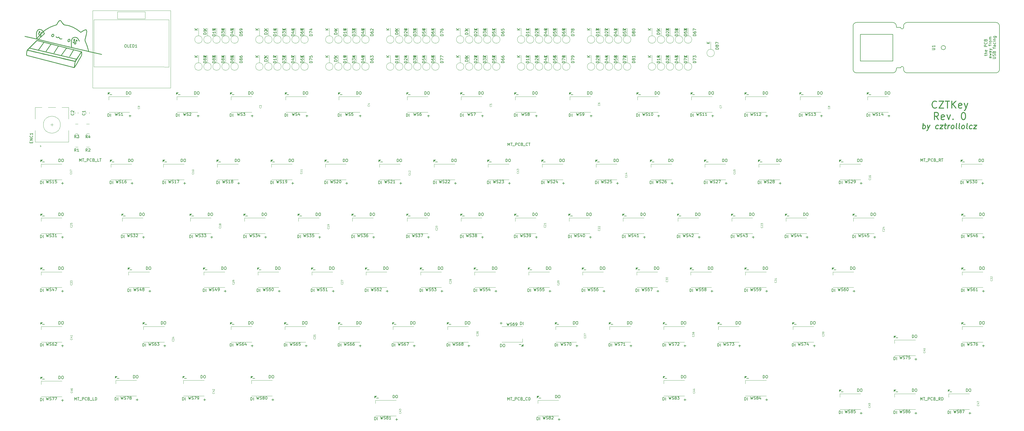
<source format=gbr>
G04 #@! TF.GenerationSoftware,KiCad,Pcbnew,(5.1.4)-1*
G04 #@! TF.CreationDate,2020-11-29T00:19:47+01:00*
G04 #@! TF.ProjectId,CZTKeyRev0,435a544b-6579-4526-9576-302e6b696361,rev?*
G04 #@! TF.SameCoordinates,Original*
G04 #@! TF.FileFunction,Legend,Top*
G04 #@! TF.FilePolarity,Positive*
%FSLAX46Y46*%
G04 Gerber Fmt 4.6, Leading zero omitted, Abs format (unit mm)*
G04 Created by KiCad (PCBNEW (5.1.4)-1) date 2020-11-29 00:19:47*
%MOMM*%
%LPD*%
G04 APERTURE LIST*
%ADD10C,0.250000*%
%ADD11C,0.300000*%
%ADD12C,0.120000*%
%ADD13C,0.100000*%
%ADD14C,0.150000*%
%ADD15C,0.015000*%
G04 APERTURE END LIST*
D10*
X-7937500Y-50006250D02*
X-3784651Y-50900500D01*
X14473800Y-55299550D02*
X19050000Y-56356250D01*
X-3690300Y-51459000D02*
X-3690300Y-51459000D01*
X-6949550Y-54904900D02*
X-7075700Y-54881850D01*
X4110050Y-57468650D02*
X3028150Y-57212850D01*
X750400Y-56673600D02*
X579750Y-56633100D01*
X-7179050Y-55065200D02*
X-7252300Y-55415950D01*
X9474350Y-60962000D02*
X9765650Y-58803550D01*
X-7252300Y-55415950D02*
X-7314950Y-55951150D01*
X-7043400Y-54826250D02*
X9827250Y-58805201D01*
X-6571150Y-54973250D02*
X-6949550Y-54904900D01*
X-7125100Y-54923300D02*
X-7179050Y-55065200D01*
X-5960250Y-55102900D02*
X-6571150Y-54973250D01*
X9362250Y-58708350D02*
X8152500Y-58423000D01*
X1263100Y-56795150D02*
X750400Y-56673600D01*
X-7356950Y-56490750D02*
X-7367300Y-56670800D01*
X-7314950Y-55951150D02*
X-7356950Y-56490750D01*
X-5116900Y-55292550D02*
X-5960250Y-55102900D01*
X-4041000Y-55541300D02*
X-5116900Y-55292550D01*
X3028150Y-57212850D02*
X2079050Y-56988550D01*
X-2732951Y-55848400D02*
X-4041000Y-55541300D01*
X11997150Y-55360350D02*
X-3690300Y-51459000D01*
X9765650Y-58803550D02*
X9362250Y-58708350D01*
X2079050Y-56988550D02*
X1263100Y-56795150D01*
X-1192750Y-56212700D02*
X-2732951Y-55848400D01*
X-7367300Y-56670800D02*
X9474350Y-60962000D01*
X10475600Y-57708751D02*
X10874650Y-57106500D01*
X5324500Y-57755400D02*
X4110050Y-57468650D01*
X6672150Y-58073600D02*
X5324500Y-57755400D01*
X11638250Y-55960150D02*
X11906250Y-55562500D01*
X9827250Y-58805201D02*
X11997150Y-55360350D01*
X11278500Y-56499150D02*
X11638250Y-55960150D01*
X9789000Y-58751750D02*
X9791999Y-58745000D01*
X10874650Y-57106500D02*
X11278500Y-56499150D01*
X-7075700Y-54881850D02*
X-7095500Y-54898650D01*
X-7095500Y-54898650D02*
X-7125100Y-54923300D01*
X-3690300Y-51459000D02*
X-7043400Y-54826250D01*
X10129400Y-58232550D02*
X10475600Y-57708751D01*
X9791999Y-58745000D02*
X9884199Y-58604450D01*
X579750Y-56633100D02*
X136499Y-56527901D01*
X136499Y-56527901D02*
X-1192750Y-56212700D01*
X-7095500Y-54898650D02*
X-7095500Y-54898650D01*
X9884199Y-58604450D02*
X10129400Y-58232550D01*
X8152500Y-58423000D02*
X6672150Y-58073600D01*
X-1908100Y-48855600D02*
X-1988650Y-48892550D01*
X-2482600Y-49128800D02*
X-2459800Y-49128800D01*
X-2648350Y-49243050D02*
X-2574000Y-49159450D01*
X-2459800Y-49128800D02*
X-2391400Y-49159450D01*
X-2317100Y-49243050D02*
X-2266700Y-49367300D01*
X-2716950Y-49481150D02*
X-2698750Y-49367300D01*
X-2248200Y-49481150D02*
X-2248200Y-49519450D01*
X-2648350Y-49795600D02*
X-2698750Y-49671300D01*
X-2482600Y-49910050D02*
X-2505650Y-49910050D01*
X-2505650Y-49128800D02*
X-2482600Y-49128800D01*
X-2716950Y-49519450D02*
X-2716950Y-49481150D01*
X-2266700Y-49671300D02*
X-2317100Y-49795600D01*
X-2317100Y-49795600D02*
X-2391400Y-49879150D01*
X-2042600Y-48641300D02*
X-2015450Y-48641300D01*
X-2123150Y-48678000D02*
X-2042600Y-48641300D01*
X-1988650Y-48892550D02*
X-2015450Y-48892550D01*
X-1988650Y-48641300D02*
X-1908100Y-48678000D01*
X-2698750Y-49671300D02*
X-2716950Y-49557400D01*
X-2015450Y-48892550D02*
X-2042600Y-48892550D01*
X-1863300Y-48788900D02*
X-1908100Y-48855600D01*
X-2391400Y-49159450D02*
X-2317100Y-49243050D01*
X-2248200Y-49519450D02*
X-2248200Y-49557400D01*
X-3008550Y-49140200D02*
X-3008550Y-49140200D01*
X-1908100Y-48678000D02*
X-1863300Y-48744701D01*
X-2574000Y-49879150D02*
X-2648350Y-49795600D01*
X-2015450Y-48641300D02*
X-1988650Y-48641300D01*
X-2167650Y-48766950D02*
X-2167650Y-48744701D01*
X-2123150Y-48855600D02*
X-2167650Y-48788900D01*
X-2167650Y-48788900D02*
X-2167650Y-48766950D01*
X-1863300Y-48766950D02*
X-1863300Y-48766950D01*
X-2042600Y-48892550D02*
X-2123150Y-48855600D01*
X-2574000Y-49159450D02*
X-2505650Y-49128800D01*
X-2391400Y-49879150D02*
X-2459800Y-49910050D01*
X-2716950Y-49557400D02*
X-2716950Y-49519450D01*
X-2248200Y-49557400D02*
X-2266700Y-49671300D01*
X-1863300Y-48744701D02*
X-1863300Y-48766950D01*
X-2505650Y-49910050D02*
X-2574000Y-49879150D01*
X-2698750Y-49367300D02*
X-2648350Y-49243050D01*
X-2266700Y-49367300D02*
X-2248200Y-49481150D01*
X-2167650Y-48744701D02*
X-2123150Y-48678000D01*
X-2459800Y-49910050D02*
X-2482600Y-49910050D01*
X-1863300Y-48766950D02*
X-1863300Y-48788900D01*
X-2248200Y-49519450D02*
X-2248200Y-49519450D01*
X-2256350Y-47578000D02*
X-2669450Y-47530200D01*
X-3426350Y-47825600D02*
X-3638200Y-48105350D01*
X-2801350Y-47550550D02*
X-2889201Y-47560350D01*
X-3638200Y-48105350D02*
X-3783301Y-48479350D01*
X-3694350Y-50921300D02*
X-3290151Y-51043650D01*
X-2612800Y-48477750D02*
X-2612800Y-48509800D01*
X-2889201Y-47560350D02*
X-3147451Y-47640600D01*
X-2795100Y-48660050D02*
X-2827400Y-48660050D01*
X-3021050Y-49043900D02*
X-3005300Y-49122300D01*
X-3056050Y-49224550D02*
X-3121400Y-49250900D01*
X-3085850Y-48992350D02*
X-3071750Y-48995050D01*
X-3005300Y-49122300D02*
X-3008550Y-49140200D01*
X-3071750Y-48995050D02*
X-3021050Y-49043900D01*
X-2612800Y-48445500D02*
X-2612800Y-48477750D01*
X-3200650Y-49196400D02*
X-3216350Y-49118000D01*
X-2795100Y-48295500D02*
X-2763101Y-48295500D01*
X-3012100Y-49157851D02*
X-3056050Y-49224550D01*
X-2669450Y-47530200D02*
X-2801350Y-47550550D01*
X-2977400Y-48445500D02*
X-2924200Y-48348650D01*
X-2977400Y-48477750D02*
X-2977400Y-48445500D01*
X-1381750Y-48332650D02*
X-1783300Y-47838650D01*
X-2889201Y-47560350D02*
X-3147451Y-47640600D01*
X-2612800Y-48509800D02*
X-2666250Y-48606600D01*
X-3147451Y-47640600D02*
X-3426350Y-47825600D01*
X-3100001Y-48989650D02*
X-3085850Y-48992350D01*
X-1051900Y-49059650D02*
X-1117300Y-48871950D01*
X-2612800Y-48477750D02*
X-2612800Y-48477750D01*
X-3165650Y-49015700D02*
X-3100001Y-48989650D01*
X-3290151Y-51043650D02*
X-1051900Y-49059650D01*
X-2666250Y-48606600D02*
X-2763101Y-48660050D01*
X-2801350Y-47550550D02*
X-2889201Y-47560350D01*
X-2256350Y-47578000D02*
X-2669450Y-47530200D01*
X-3816950Y-50168901D02*
X-3731000Y-50734150D01*
X-3731000Y-50734150D02*
X-3694350Y-50921300D01*
X-3147451Y-47640600D02*
X-3426350Y-47825600D01*
X-3209600Y-49082700D02*
X-3165650Y-49015700D01*
X-1117300Y-48871950D02*
X-1381750Y-48332650D01*
X-3149600Y-49245200D02*
X-3200650Y-49196400D01*
X-2924200Y-48606600D02*
X-2977400Y-48509800D01*
X-3783301Y-48479350D02*
X-3861400Y-48947900D01*
X-3121400Y-49250900D02*
X-3135500Y-49248200D01*
X-3008550Y-49140200D02*
X-3012100Y-49157851D01*
X-2666250Y-48348650D02*
X-2612800Y-48445500D01*
X-2763101Y-48295500D02*
X-2666250Y-48348650D01*
X-2827400Y-48660050D02*
X-2924200Y-48606600D01*
X-3638200Y-48105350D02*
X-3783301Y-48479350D01*
X-2924200Y-48348650D02*
X-2827400Y-48295500D01*
X-3872850Y-49511051D02*
X-3816950Y-50168901D01*
X-2827400Y-48295500D02*
X-2795100Y-48295500D01*
X-2977400Y-48509800D02*
X-2977400Y-48477750D01*
X-2669450Y-47530200D02*
X-2801350Y-47550550D01*
X-3731000Y-50734150D02*
X-3694350Y-50921300D01*
X-3861400Y-48947900D02*
X-3872850Y-49511051D01*
X-3816950Y-50168901D02*
X-3731000Y-50734150D01*
X-3783301Y-48479350D02*
X-3861400Y-48947900D01*
X-3694350Y-50921300D02*
X-3290151Y-51043650D01*
X-3426350Y-47825600D02*
X-3638200Y-48105350D01*
X-1783300Y-47838650D02*
X-2256350Y-47578000D01*
X-3872850Y-49511051D02*
X-3816950Y-50168901D01*
X-3212850Y-49100350D02*
X-3209600Y-49082700D01*
X-3216350Y-49118000D02*
X-3212850Y-49100350D01*
X-2763101Y-48660050D02*
X-2795100Y-48660050D01*
X-3135500Y-49248200D02*
X-3149600Y-49245200D01*
X-3861400Y-48947900D02*
X-3872850Y-49511051D01*
X9951800Y-52563600D02*
X9852500Y-52641750D01*
X9124150Y-51941300D02*
X9179500Y-51971650D01*
X9087500Y-51941300D02*
X9105950Y-51941300D01*
X9442899Y-52163750D02*
X9509850Y-52047900D01*
X9418450Y-52270350D02*
X9442899Y-52163750D01*
X9418450Y-52341150D02*
X9418450Y-52305900D01*
X9442899Y-52447750D02*
X9418450Y-52341150D01*
X9609150Y-52641750D02*
X9509850Y-52563600D01*
X9210100Y-52045500D02*
X9210100Y-52045500D01*
X9210100Y-52045500D02*
X9210100Y-52063650D01*
X9210100Y-52027000D02*
X9210100Y-52045500D01*
X9105950Y-52149650D02*
X9087500Y-52149650D01*
X9179500Y-51971650D02*
X9210100Y-52027000D01*
X9032200Y-52119000D02*
X9001800Y-52063650D01*
X10178049Y-51329600D02*
X10272949Y-51278050D01*
X9210100Y-52063650D02*
X9179500Y-52119000D01*
X9761350Y-52670500D02*
X9730950Y-52670500D01*
X10428100Y-51504000D02*
X10428100Y-51504000D01*
X9852500Y-52641750D02*
X9761350Y-52670500D01*
X10043450Y-52305900D02*
X10043450Y-52341150D01*
X10250950Y-51695000D02*
X10229300Y-51692550D01*
X10272400Y-51697150D02*
X10250950Y-51695000D01*
X10397750Y-51352650D02*
X10431100Y-51475250D01*
X10018800Y-52447750D02*
X9951800Y-52563600D01*
X10425099Y-51532500D02*
X10367050Y-51645600D01*
X9105950Y-51941300D02*
X9124150Y-51941300D01*
X9001800Y-52027000D02*
X9032200Y-51971650D01*
X10315800Y-51282700D02*
X10397750Y-51352650D01*
X9001800Y-52045500D02*
X9001800Y-52027000D01*
X10431100Y-51475250D02*
X10428100Y-51504000D01*
X10120200Y-51442700D02*
X10178049Y-51329600D01*
X9001800Y-52063650D02*
X9001800Y-52045500D01*
X9087500Y-52149650D02*
X9032200Y-52119000D01*
X10229300Y-51692550D02*
X10147350Y-51622550D01*
X9179500Y-52119000D02*
X9124150Y-52149650D01*
X10117250Y-51471450D02*
X10120200Y-51442700D01*
X9124150Y-52149650D02*
X9105950Y-52149650D01*
X10294350Y-51280500D02*
X10315800Y-51282700D01*
X10147350Y-51622550D02*
X10114300Y-51500000D01*
X10367050Y-51645600D02*
X10272400Y-51697150D01*
X9626800Y-51290250D02*
X9626800Y-51290250D01*
X-1783300Y-47838650D02*
X-2256350Y-47578000D01*
X-1381750Y-48332650D02*
X-1783300Y-47838650D01*
X-1051900Y-49059650D02*
X-1117300Y-48871950D01*
X-1117300Y-48871950D02*
X-1381750Y-48332650D01*
X10043450Y-52305900D02*
X10043450Y-52305900D01*
X10114300Y-51500000D02*
X10117250Y-51471450D01*
X9032200Y-51971650D02*
X9087500Y-51941300D01*
X10428100Y-51504000D02*
X10425099Y-51532500D01*
X10043450Y-52270350D02*
X10043450Y-52305900D01*
X10018800Y-52163750D02*
X10043450Y-52270350D01*
X9951800Y-52047900D02*
X10018800Y-52163750D01*
X9730950Y-51941300D02*
X9761350Y-51941300D01*
X9761350Y-51941300D02*
X9852500Y-51969800D01*
X9700300Y-51941300D02*
X9730950Y-51941300D01*
X9418450Y-52305900D02*
X9418450Y-52270350D01*
X9509850Y-52563600D02*
X9442899Y-52447750D01*
X9700300Y-52670500D02*
X9609150Y-52641750D01*
X9730950Y-52670500D02*
X9700300Y-52670500D01*
X10272949Y-51278050D02*
X10294350Y-51280500D01*
X10043450Y-52341150D02*
X10018800Y-52447750D01*
X9852500Y-51969800D02*
X9951800Y-52047900D01*
X9609150Y-51969800D02*
X9700300Y-51941300D01*
X9509850Y-52047900D02*
X9609150Y-51969800D01*
X9515300Y-51553950D02*
X9462150Y-51576750D01*
X9276300Y-51178800D02*
X9315400Y-51087650D01*
X9262200Y-51317900D02*
X9262200Y-51290250D01*
X9633049Y-50287150D02*
X10001650Y-50307750D01*
X8455450Y-53096100D02*
X8406900Y-52388900D01*
X3105000Y-50117000D02*
X3165200Y-50296100D01*
X1748950Y-49269100D02*
X1890800Y-49226450D01*
X3926650Y-50290901D02*
X4022700Y-50247200D01*
X10442200Y-50530950D02*
X10840200Y-50984550D01*
X9276300Y-51401500D02*
X9262200Y-51317900D01*
X2153100Y-49332300D02*
X2225250Y-49461650D01*
X1890800Y-49226450D02*
X2002000Y-49234600D01*
X9426599Y-51576750D02*
X9373450Y-51553950D01*
X9166150Y-50402400D02*
X9429000Y-50323200D01*
X1625200Y-49367500D02*
X1748950Y-49269100D01*
X8536300Y-53704850D02*
X8455450Y-53096100D01*
X9626800Y-51290250D02*
X9626800Y-51317900D01*
X2245900Y-49618450D02*
X2225000Y-49746500D01*
X9444500Y-51576750D02*
X9426599Y-51576750D01*
X9573300Y-51492650D02*
X9515300Y-51553950D01*
X8571000Y-53906400D02*
X8536300Y-53704850D01*
X2002000Y-49234600D02*
X2034850Y-49247900D01*
X2034850Y-49247900D02*
X2067400Y-49260900D01*
X3624400Y-50391050D02*
X3926650Y-50290901D01*
X9612400Y-51178800D02*
X9626800Y-51262350D01*
X9462150Y-51003800D02*
X9515300Y-51026300D01*
X10840200Y-50984550D02*
X11121250Y-51491500D01*
X3165200Y-50296100D02*
X3338500Y-50407300D01*
X4466450Y-50809300D02*
X4753750Y-50879550D01*
X5012250Y-50840500D02*
X5091700Y-50810150D01*
X4753750Y-50879550D02*
X5012250Y-50840500D01*
X2225250Y-49461650D02*
X2245900Y-49618450D01*
X9426599Y-51003800D02*
X9444500Y-51003800D01*
X3338500Y-50407300D02*
X3624400Y-50391050D01*
X8880800Y-50593400D02*
X9166150Y-50402400D01*
X2067400Y-49260900D02*
X2153100Y-49332300D01*
X9262200Y-51290250D02*
X9262200Y-51262350D01*
X4224200Y-50598800D02*
X4466450Y-50809300D01*
X9626800Y-51262350D02*
X9626800Y-51290250D01*
X9515300Y-51026300D02*
X9573300Y-51087650D01*
X9315400Y-51492650D02*
X9276300Y-51401500D01*
X2209300Y-49785551D02*
X2209300Y-49785551D01*
X3104150Y-50057350D02*
X3105000Y-50117000D01*
X9373450Y-51553950D02*
X9315400Y-51492650D01*
X11121250Y-51491500D02*
X11195250Y-51668950D01*
X9612400Y-51401500D02*
X9573300Y-51492650D01*
X9573300Y-51087650D02*
X9612400Y-51178800D01*
X9262200Y-51262350D02*
X9276300Y-51178800D01*
X8510250Y-51284550D02*
X8662150Y-50887400D01*
X9626800Y-51317900D02*
X9612400Y-51401500D01*
X9429000Y-50323200D02*
X9518500Y-50315050D01*
X8406900Y-52388900D02*
X8425350Y-51785350D01*
X1551450Y-49474150D02*
X1625200Y-49367500D01*
X9518500Y-50315050D02*
X9633049Y-50287150D01*
X9462150Y-51576750D02*
X9444500Y-51576750D01*
X9315400Y-51087650D02*
X9373450Y-51026300D01*
X9444500Y-51003800D02*
X9462150Y-51003800D01*
X10001650Y-50307750D02*
X10442200Y-50530950D01*
X4022700Y-50247200D02*
X4062550Y-50339500D01*
X4062550Y-50339500D02*
X4224200Y-50598800D01*
X8662150Y-50887400D02*
X8880800Y-50593400D01*
X8425350Y-51785350D02*
X8510250Y-51284550D01*
X2225000Y-49746500D02*
X2209300Y-49785551D01*
X9373450Y-51026300D02*
X9426599Y-51003800D01*
X7284900Y-51210250D02*
X7370949Y-51100400D01*
X7354650Y-51823050D02*
X7325050Y-51807850D01*
X7489200Y-51850150D02*
X7383950Y-51838000D01*
X2153100Y-49332300D02*
X2225250Y-49461650D01*
X1710100Y-50051100D02*
X1677250Y-50037850D01*
X1890800Y-49226450D02*
X2002000Y-49234600D01*
X2209300Y-49785551D02*
X2193500Y-49824650D01*
X2002000Y-49234600D02*
X2034850Y-49247900D01*
X1551450Y-49474150D02*
X1625200Y-49367500D01*
X1535650Y-49513450D02*
X1551450Y-49474150D01*
X7202499Y-51591400D02*
X7205199Y-51425350D01*
X7253150Y-51730000D02*
X7202499Y-51591400D01*
X7325050Y-51807850D02*
X7253150Y-51730000D01*
X1591850Y-49966450D02*
X1519400Y-49837100D01*
X7929500Y-51385200D02*
X7891250Y-51519250D01*
X7870600Y-51559900D02*
X7870600Y-51559900D01*
X2193500Y-49824650D02*
X2119500Y-49931250D01*
X1742700Y-50064151D02*
X1710100Y-50051100D01*
X7503600Y-51000800D02*
X7645450Y-50960400D01*
X7870600Y-51559900D02*
X7870600Y-51559900D01*
X7932200Y-51219250D02*
X7929500Y-51385200D01*
X7370949Y-51100400D02*
X7503600Y-51000800D01*
X7205199Y-51425350D02*
X7243750Y-51291400D01*
X1710100Y-50051100D02*
X1677250Y-50037850D01*
X1853850Y-50072300D02*
X1742700Y-50064151D01*
X1995750Y-50029700D02*
X1853850Y-50072300D01*
X1520000Y-49552550D02*
X1535650Y-49513450D01*
X1519400Y-49837100D02*
X1498800Y-49680250D01*
X7763750Y-51710200D02*
X7631350Y-51809700D01*
X2034850Y-49247900D02*
X2067400Y-49260900D01*
X2067400Y-49260900D02*
X2153100Y-49332300D01*
X7870600Y-51559900D02*
X7849700Y-51600350D01*
X1748950Y-49269100D02*
X1890800Y-49226450D01*
X7809549Y-51002700D02*
X7881450Y-51080550D01*
X1853850Y-50072300D02*
X1742700Y-50064151D01*
X7383950Y-51838000D02*
X7354650Y-51823050D01*
X7780250Y-50987850D02*
X7809549Y-51002700D01*
X7881450Y-51080550D02*
X7932200Y-51219250D01*
X7264300Y-51250950D02*
X7284900Y-51210250D01*
X7849700Y-51600350D02*
X7763750Y-51710200D01*
X1535650Y-49513450D02*
X1551450Y-49474150D01*
X1520000Y-49552550D02*
X1535650Y-49513450D01*
X1498800Y-49680250D02*
X1520000Y-49552550D01*
X1519400Y-49837100D02*
X1498800Y-49680250D01*
X1591850Y-49966450D02*
X1519400Y-49837100D01*
X1742700Y-50064151D02*
X1710100Y-50051100D01*
X1625200Y-49367500D02*
X1748950Y-49269100D01*
X7631350Y-51809700D02*
X7489200Y-51850150D01*
X2119500Y-49931250D02*
X1995750Y-50029700D01*
X1677250Y-50037850D02*
X1591850Y-49966450D01*
X2119500Y-49931250D02*
X1995750Y-50029700D01*
X7891250Y-51519250D02*
X7870600Y-51559900D01*
X2225250Y-49461650D02*
X2245900Y-49618450D01*
X2193500Y-49824650D02*
X2119500Y-49931250D01*
X2209300Y-49785551D02*
X2193500Y-49824650D01*
X2209300Y-49785551D02*
X2209300Y-49785551D01*
X1498800Y-49680250D02*
X1520000Y-49552550D01*
X7645450Y-50960400D02*
X7750650Y-50972650D01*
X1677250Y-50037850D02*
X1591850Y-49966450D01*
X2225000Y-49746500D02*
X2209300Y-49785551D01*
X7243750Y-51291400D02*
X7264300Y-51250950D01*
X2245900Y-49618450D02*
X2225000Y-49746500D01*
X1995750Y-50029700D02*
X1853850Y-50072300D01*
X7750650Y-50972650D02*
X7780250Y-50987850D01*
X4553500Y-44381400D02*
X4458300Y-44360750D01*
X4889900Y-44719350D02*
X4768400Y-44557400D01*
X13456800Y-50367400D02*
X13534900Y-50074701D01*
X4371800Y-44360750D02*
X4207950Y-44458950D01*
X13662700Y-49461400D02*
X13762250Y-48842350D01*
X4458300Y-44360750D02*
X4426599Y-44360750D01*
X13762250Y-48842350D02*
X13808650Y-48258050D01*
X13623100Y-47671601D02*
X13586500Y-47645250D01*
X3298100Y-45761051D02*
X3204750Y-45935950D01*
X5244500Y-45207350D02*
X5042900Y-44935000D01*
X3931500Y-44754350D02*
X3597050Y-45246750D01*
X7929500Y-51385200D02*
X7891250Y-51519250D01*
X7809549Y-51002700D02*
X7881450Y-51080550D01*
X6265550Y-45970700D02*
X5860250Y-45935950D01*
X7750650Y-50972650D02*
X7780250Y-50987850D01*
X10380600Y-47518050D02*
X8977350Y-46734101D01*
X7264300Y-51250950D02*
X7284900Y-51210250D01*
X4662050Y-44445900D02*
X4553500Y-44381400D01*
X5511100Y-45539900D02*
X5244500Y-45207350D01*
X12437900Y-48103950D02*
X11867750Y-48441450D01*
X11867750Y-48441450D02*
X11681100Y-48558900D01*
X7243750Y-51291400D02*
X7264300Y-51250950D01*
X13808650Y-48258050D02*
X13762250Y-47878800D01*
X7489200Y-51850150D02*
X7383950Y-51838000D01*
X7891250Y-51519250D02*
X7870600Y-51559900D01*
X7370949Y-51100400D02*
X7503600Y-51000800D01*
X5860250Y-45935950D02*
X5770750Y-45838900D01*
X7932200Y-51219250D02*
X7929500Y-51385200D01*
X7881450Y-51080550D02*
X7932200Y-51219250D01*
X13762250Y-47878800D02*
X13670550Y-47705501D01*
X7383950Y-51838000D02*
X7354650Y-51823050D01*
X7503600Y-51000800D02*
X7645450Y-50960400D01*
X7284900Y-51210250D02*
X7370949Y-51100400D01*
X13603050Y-49768750D02*
X13623100Y-49666450D01*
X7763750Y-51710200D02*
X7631350Y-51809700D01*
X7202499Y-51591400D02*
X7205199Y-51425350D01*
X7253150Y-51730000D02*
X7202499Y-51591400D01*
X7870600Y-51559900D02*
X7849700Y-51600350D01*
X13408800Y-47660200D02*
X13013800Y-47804501D01*
X7325050Y-51807850D02*
X7253150Y-51730000D01*
X7354650Y-51823050D02*
X7325050Y-51807850D01*
X4426599Y-44360750D02*
X4371800Y-44360750D01*
X4768400Y-44557400D02*
X4662050Y-44445900D01*
X7470450Y-46206750D02*
X6265550Y-45970700D01*
X13586500Y-47645250D02*
X13408800Y-47660200D01*
X13332849Y-50744500D02*
X13389300Y-50579300D01*
X11681100Y-48558900D02*
X11378100Y-48275150D01*
X13534900Y-50074701D02*
X13603050Y-49768750D01*
X5770750Y-45838900D02*
X5511100Y-45539900D01*
X7780250Y-50987850D02*
X7809549Y-51002700D01*
X7645450Y-50960400D02*
X7750650Y-50972650D01*
X13013800Y-47804501D02*
X12437900Y-48103950D01*
X7205199Y-51425350D02*
X7243750Y-51291400D01*
X5042900Y-44935000D02*
X4889900Y-44719350D01*
X8977350Y-46734101D02*
X7470450Y-46206750D01*
X13389300Y-50579300D02*
X13456800Y-50367400D01*
X4207950Y-44458950D02*
X3931500Y-44754350D01*
X13623100Y-49666450D02*
X13662700Y-49461400D01*
X11378100Y-48275150D02*
X10380600Y-47518050D01*
X7631350Y-51809700D02*
X7489200Y-51850150D01*
X7849700Y-51600350D02*
X7763750Y-51710200D01*
X13670550Y-47705501D02*
X13623100Y-47671601D01*
X3597050Y-45246750D02*
X3298100Y-45761051D01*
X3204750Y-45935950D02*
X3204750Y-45935950D01*
X-2396350Y-49174100D02*
X-3111400Y-50008800D01*
X2115100Y-46264800D02*
X1088100Y-46678200D01*
X-477400Y-55222550D02*
X1215350Y-52800700D01*
X-3525850Y-50987300D02*
X-2810000Y-51162750D01*
X123450Y-47175700D02*
X-778750Y-47757550D01*
X10365200Y-59527300D02*
X10158150Y-59877200D01*
X1088100Y-46678200D02*
X123450Y-47175700D01*
X9969700Y-60193800D02*
X9806350Y-60466750D01*
X11452950Y-57656950D02*
X11250050Y-58011450D01*
X9725550Y-59127400D02*
X9769200Y-58860000D01*
X13255250Y-51071400D02*
X13287799Y-50896950D01*
X13228400Y-51542000D02*
X13235200Y-51301650D01*
X4913250Y-56602750D02*
X6684100Y-54206950D01*
X13228400Y-51622300D02*
X13228400Y-51542000D01*
X14002600Y-53433550D02*
X13381649Y-51919850D01*
X14429299Y-54982200D02*
X14002600Y-53433550D01*
X9668300Y-59497700D02*
X9725550Y-59127400D01*
X9786000Y-58758250D02*
X9789000Y-58751750D01*
X-3611350Y-50691300D02*
X-3764050Y-50927850D01*
X11635250Y-57333551D02*
X11452950Y-57656950D01*
X12026150Y-56590550D02*
X11995200Y-56658100D01*
X-3111400Y-50008800D02*
X-3611350Y-50691300D01*
X10809499Y-58771301D02*
X10584350Y-59155150D01*
X11995200Y-56658100D02*
X11912750Y-56823600D01*
X14485450Y-55297150D02*
X14429299Y-54982200D01*
X13583250Y-55082850D02*
X14485450Y-55297150D01*
X10877050Y-54439900D02*
X13583250Y-55082850D01*
X-3080450Y-54687650D02*
X-1202150Y-52083450D01*
X9532700Y-60915150D02*
X9505800Y-60877400D01*
X7648150Y-53671450D02*
X10877050Y-54439900D01*
X4798250Y-52992200D02*
X7648150Y-53671450D01*
X-778750Y-47757550D02*
X-1618851Y-48423800D01*
X9806350Y-60466750D02*
X9674750Y-60684800D01*
X2327550Y-52401650D02*
X4798250Y-52992200D01*
X10158150Y-59877200D02*
X9969700Y-60193800D01*
X9553500Y-60320500D02*
X9607800Y-59914150D01*
X9516350Y-60660400D02*
X9553500Y-60320500D01*
X11250050Y-58011450D02*
X11033300Y-58386600D01*
X-2810000Y-51162750D02*
X-1476501Y-51486950D01*
X9674750Y-60684800D02*
X9581250Y-60838050D01*
X3204750Y-45935950D02*
X2929200Y-46006250D01*
X2929200Y-46006250D02*
X2115100Y-46264800D01*
X11790650Y-57052300D02*
X11635250Y-57333551D01*
X11912750Y-56823600D02*
X11790650Y-57052300D01*
X235799Y-51899800D02*
X2327550Y-52401650D01*
X-1476501Y-51486950D02*
X235799Y-51899800D01*
X-3764050Y-50927850D02*
X-3525850Y-50987300D01*
X-1618851Y-48423800D02*
X-2396350Y-49174100D01*
X2283050Y-55795500D02*
X3871600Y-53425700D01*
X11033300Y-58386600D02*
X10809499Y-58771301D01*
X9581250Y-60838050D02*
X9545400Y-60896400D01*
X7813400Y-57053900D02*
X9236150Y-54675700D01*
X10173650Y-58009000D02*
X-6232600Y-54154850D01*
X9607800Y-59914150D02*
X9668300Y-59497700D01*
X12030999Y-56566950D02*
X12026150Y-56590550D01*
X10584350Y-59155150D02*
X10365200Y-59527300D01*
X9789000Y-58751750D02*
X9789000Y-58751750D01*
X9505800Y-60877400D02*
X9516350Y-60660400D01*
X9545400Y-60896400D02*
X9532700Y-60915150D01*
X9532700Y-60915150D02*
X9532700Y-60915150D01*
X13287799Y-50896950D02*
X13332849Y-50744500D01*
X13235200Y-51301650D02*
X13255250Y-51071400D01*
X13381649Y-51919850D02*
X13228400Y-51622300D01*
X9769200Y-58860000D02*
X9786000Y-58758250D01*
X12033750Y-55379650D02*
X12087200Y-55469450D01*
X12070100Y-56248250D02*
X12044850Y-56499450D01*
X12006350Y-55413550D02*
X12033750Y-55379650D01*
X12044850Y-56499450D02*
X12030999Y-56566950D01*
X12094200Y-55820700D02*
X12070100Y-56248250D01*
X12033750Y-55379650D02*
X12033750Y-55379650D01*
X12087200Y-55469450D02*
X12094200Y-55820700D01*
X11906250Y-55562500D02*
X12006350Y-55413550D01*
D11*
X307944523Y-82615773D02*
X308182023Y-80715773D01*
X308091547Y-81439583D02*
X308283809Y-81349107D01*
X308645714Y-81349107D01*
X308815357Y-81439583D01*
X308894523Y-81530059D01*
X308962380Y-81711011D01*
X308894523Y-82253869D01*
X308781428Y-82434821D01*
X308679642Y-82525297D01*
X308487380Y-82615773D01*
X308125476Y-82615773D01*
X307955833Y-82525297D01*
X309640952Y-81349107D02*
X309935000Y-82615773D01*
X310545714Y-81349107D02*
X309935000Y-82615773D01*
X309697500Y-83068154D01*
X309595714Y-83158630D01*
X309403452Y-83249107D01*
X313384404Y-82525297D02*
X313192142Y-82615773D01*
X312830238Y-82615773D01*
X312660595Y-82525297D01*
X312581428Y-82434821D01*
X312513571Y-82253869D01*
X312581428Y-81711011D01*
X312694523Y-81530059D01*
X312796309Y-81439583D01*
X312988571Y-81349107D01*
X313350476Y-81349107D01*
X313520119Y-81439583D01*
X314164761Y-81349107D02*
X315160000Y-81349107D01*
X314006428Y-82615773D01*
X315001666Y-82615773D01*
X315612380Y-81349107D02*
X316336190Y-81349107D01*
X315962976Y-80715773D02*
X315759404Y-82344345D01*
X315827261Y-82525297D01*
X315996904Y-82615773D01*
X316177857Y-82615773D01*
X316811190Y-82615773D02*
X316969523Y-81349107D01*
X316924285Y-81711011D02*
X317037380Y-81530059D01*
X317139166Y-81439583D01*
X317331428Y-81349107D01*
X317512380Y-81349107D01*
X318258809Y-82615773D02*
X318089166Y-82525297D01*
X318010000Y-82434821D01*
X317942142Y-82253869D01*
X318010000Y-81711011D01*
X318123095Y-81530059D01*
X318224880Y-81439583D01*
X318417142Y-81349107D01*
X318688571Y-81349107D01*
X318858214Y-81439583D01*
X318937380Y-81530059D01*
X319005238Y-81711011D01*
X318937380Y-82253869D01*
X318824285Y-82434821D01*
X318722500Y-82525297D01*
X318530238Y-82615773D01*
X318258809Y-82615773D01*
X319977857Y-82615773D02*
X319808214Y-82525297D01*
X319740357Y-82344345D01*
X319943928Y-80715773D01*
X320973095Y-82615773D02*
X320803452Y-82525297D01*
X320735595Y-82344345D01*
X320939166Y-80715773D01*
X321968333Y-82615773D02*
X321798690Y-82525297D01*
X321719523Y-82434821D01*
X321651666Y-82253869D01*
X321719523Y-81711011D01*
X321832619Y-81530059D01*
X321934404Y-81439583D01*
X322126666Y-81349107D01*
X322398095Y-81349107D01*
X322567738Y-81439583D01*
X322646904Y-81530059D01*
X322714761Y-81711011D01*
X322646904Y-82253869D01*
X322533809Y-82434821D01*
X322432023Y-82525297D01*
X322239761Y-82615773D01*
X321968333Y-82615773D01*
X323687380Y-82615773D02*
X323517738Y-82525297D01*
X323449880Y-82344345D01*
X323653452Y-80715773D01*
X325236785Y-82525297D02*
X325044523Y-82615773D01*
X324682619Y-82615773D01*
X324512976Y-82525297D01*
X324433809Y-82434821D01*
X324365952Y-82253869D01*
X324433809Y-81711011D01*
X324546904Y-81530059D01*
X324648690Y-81439583D01*
X324840952Y-81349107D01*
X325202857Y-81349107D01*
X325372500Y-81439583D01*
X326017142Y-81349107D02*
X327012380Y-81349107D01*
X325858809Y-82615773D01*
X326854047Y-82615773D01*
X312857142Y-75067857D02*
X312738095Y-75186904D01*
X312380952Y-75305952D01*
X312142857Y-75305952D01*
X311785714Y-75186904D01*
X311547619Y-74948809D01*
X311428571Y-74710714D01*
X311309523Y-74234523D01*
X311309523Y-73877380D01*
X311428571Y-73401190D01*
X311547619Y-73163095D01*
X311785714Y-72925000D01*
X312142857Y-72805952D01*
X312380952Y-72805952D01*
X312738095Y-72925000D01*
X312857142Y-73044047D01*
X313690476Y-72805952D02*
X315357142Y-72805952D01*
X313690476Y-75305952D01*
X315357142Y-75305952D01*
X315952380Y-72805952D02*
X317380952Y-72805952D01*
X316666666Y-75305952D02*
X316666666Y-72805952D01*
X318214285Y-75305952D02*
X318214285Y-72805952D01*
X319642857Y-75305952D02*
X318571428Y-73877380D01*
X319642857Y-72805952D02*
X318214285Y-74234523D01*
X321666666Y-75186904D02*
X321428571Y-75305952D01*
X320952380Y-75305952D01*
X320714285Y-75186904D01*
X320595238Y-74948809D01*
X320595238Y-73996428D01*
X320714285Y-73758333D01*
X320952380Y-73639285D01*
X321428571Y-73639285D01*
X321666666Y-73758333D01*
X321785714Y-73996428D01*
X321785714Y-74234523D01*
X320595238Y-74472619D01*
X322619047Y-73639285D02*
X323214285Y-75305952D01*
X323809523Y-73639285D02*
X323214285Y-75305952D01*
X322976190Y-75901190D01*
X322857142Y-76020238D01*
X322619047Y-76139285D01*
X313511904Y-79355952D02*
X312678571Y-78165476D01*
X312083333Y-79355952D02*
X312083333Y-76855952D01*
X313035714Y-76855952D01*
X313273809Y-76975000D01*
X313392857Y-77094047D01*
X313511904Y-77332142D01*
X313511904Y-77689285D01*
X313392857Y-77927380D01*
X313273809Y-78046428D01*
X313035714Y-78165476D01*
X312083333Y-78165476D01*
X315535714Y-79236904D02*
X315297619Y-79355952D01*
X314821428Y-79355952D01*
X314583333Y-79236904D01*
X314464285Y-78998809D01*
X314464285Y-78046428D01*
X314583333Y-77808333D01*
X314821428Y-77689285D01*
X315297619Y-77689285D01*
X315535714Y-77808333D01*
X315654761Y-78046428D01*
X315654761Y-78284523D01*
X314464285Y-78522619D01*
X316488095Y-77689285D02*
X317083333Y-79355952D01*
X317678571Y-77689285D01*
X318630952Y-79117857D02*
X318750000Y-79236904D01*
X318630952Y-79355952D01*
X318511904Y-79236904D01*
X318630952Y-79117857D01*
X318630952Y-79355952D01*
X322202380Y-76855952D02*
X322440476Y-76855952D01*
X322678571Y-76975000D01*
X322797619Y-77094047D01*
X322916666Y-77332142D01*
X323035714Y-77808333D01*
X323035714Y-78403571D01*
X322916666Y-78879761D01*
X322797619Y-79117857D01*
X322678571Y-79236904D01*
X322440476Y-79355952D01*
X322202380Y-79355952D01*
X321964285Y-79236904D01*
X321845238Y-79117857D01*
X321726190Y-78879761D01*
X321607142Y-78403571D01*
X321607142Y-77808333D01*
X321726190Y-77332142D01*
X321845238Y-77094047D01*
X321964285Y-76975000D01*
X322202380Y-76855952D01*
D12*
X233362000Y-54553629D02*
X233362000Y-51900000D01*
X234688371Y-55880000D02*
G75*
G03X234688371Y-55880000I-1326371J0D01*
G01*
X317100000Y-176000000D02*
X317100000Y-177150000D01*
X324400000Y-176000000D02*
X317100000Y-176000000D01*
X324400000Y-181500000D02*
X317100000Y-181500000D01*
D13*
G36*
X316830000Y-174530000D02*
G01*
X317580000Y-174530000D01*
X316830000Y-175230000D01*
X316830000Y-174530000D01*
G37*
X316830000Y-174530000D02*
X317580000Y-174530000D01*
X316830000Y-175230000D01*
X316830000Y-174530000D01*
D12*
X191294000Y-49791129D02*
X191294000Y-47137500D01*
X192620371Y-51117500D02*
G75*
G03X192620371Y-51117500I-1326371J0D01*
G01*
X298100000Y-176000000D02*
X298100000Y-177150000D01*
X305400000Y-176000000D02*
X298100000Y-176000000D01*
X305400000Y-181500000D02*
X298100000Y-181500000D01*
D13*
G36*
X297830000Y-174530000D02*
G01*
X298580000Y-174530000D01*
X297830000Y-175230000D01*
X297830000Y-174530000D01*
G37*
X297830000Y-174530000D02*
X298580000Y-174530000D01*
X297830000Y-175230000D01*
X297830000Y-174530000D01*
D12*
X278850000Y-176000000D02*
X278850000Y-177150000D01*
X286150000Y-176000000D02*
X278850000Y-176000000D01*
X286150000Y-181500000D02*
X278850000Y-181500000D01*
D13*
G36*
X278580000Y-174530000D02*
G01*
X279330000Y-174530000D01*
X278580000Y-175230000D01*
X278580000Y-174530000D01*
G37*
X278580000Y-174530000D02*
X279330000Y-174530000D01*
X278580000Y-175230000D01*
X278580000Y-174530000D01*
D12*
X245600000Y-171250000D02*
X245600000Y-172400000D01*
X252900000Y-171250000D02*
X245600000Y-171250000D01*
X252900000Y-176750000D02*
X245600000Y-176750000D01*
D13*
G36*
X245330000Y-169780000D02*
G01*
X246080000Y-169780000D01*
X245330000Y-170480000D01*
X245330000Y-169780000D01*
G37*
X245330000Y-169780000D02*
X246080000Y-169780000D01*
X245330000Y-170480000D01*
X245330000Y-169780000D01*
D12*
X216850000Y-171250000D02*
X216850000Y-172400000D01*
X224150000Y-171250000D02*
X216850000Y-171250000D01*
X224150000Y-176750000D02*
X216850000Y-176750000D01*
D13*
G36*
X216580000Y-169780000D02*
G01*
X217330000Y-169780000D01*
X216580000Y-170480000D01*
X216580000Y-169780000D01*
G37*
X216580000Y-169780000D02*
X217330000Y-169780000D01*
X216580000Y-170480000D01*
X216580000Y-169780000D01*
D12*
X172562000Y-178225000D02*
X172562000Y-179375000D01*
X179862000Y-178225000D02*
X172562000Y-178225000D01*
X179862000Y-183725000D02*
X172562000Y-183725000D01*
D13*
G36*
X172292000Y-176755000D02*
G01*
X173042000Y-176755000D01*
X172292000Y-177455000D01*
X172292000Y-176755000D01*
G37*
X172292000Y-176755000D02*
X173042000Y-176755000D01*
X172292000Y-177455000D01*
X172292000Y-176755000D01*
D12*
X115412000Y-178225000D02*
X115412000Y-179375000D01*
X122712000Y-178225000D02*
X115412000Y-178225000D01*
X122712000Y-183725000D02*
X115412000Y-183725000D01*
D13*
G36*
X115142000Y-176755000D02*
G01*
X115892000Y-176755000D01*
X115142000Y-177455000D01*
X115142000Y-176755000D01*
G37*
X115142000Y-176755000D02*
X115892000Y-176755000D01*
X115142000Y-177455000D01*
X115142000Y-176755000D01*
D12*
X71850000Y-171250000D02*
X71850000Y-172400000D01*
X79150000Y-171250000D02*
X71850000Y-171250000D01*
X79150000Y-176750000D02*
X71850000Y-176750000D01*
D13*
G36*
X71580000Y-169780000D02*
G01*
X72330000Y-169780000D01*
X71580000Y-170480000D01*
X71580000Y-169780000D01*
G37*
X71580000Y-169780000D02*
X72330000Y-169780000D01*
X71580000Y-170480000D01*
X71580000Y-169780000D01*
D12*
X47850000Y-171250000D02*
X47850000Y-172400000D01*
X55150000Y-171250000D02*
X47850000Y-171250000D01*
X55150000Y-176750000D02*
X47850000Y-176750000D01*
D13*
G36*
X47580000Y-169780000D02*
G01*
X48330000Y-169780000D01*
X47580000Y-170480000D01*
X47580000Y-169780000D01*
G37*
X47580000Y-169780000D02*
X48330000Y-169780000D01*
X47580000Y-170480000D01*
X47580000Y-169780000D01*
D12*
X24100000Y-171250000D02*
X24100000Y-172400000D01*
X31400000Y-171250000D02*
X24100000Y-171250000D01*
X31400000Y-176750000D02*
X24100000Y-176750000D01*
D13*
G36*
X23830000Y-169780000D02*
G01*
X24580000Y-169780000D01*
X23830000Y-170480000D01*
X23830000Y-169780000D01*
G37*
X23830000Y-169780000D02*
X24580000Y-169780000D01*
X23830000Y-170480000D01*
X23830000Y-169780000D01*
D12*
X-2150000Y-171500000D02*
X-2150000Y-172650000D01*
X5150000Y-171500000D02*
X-2150000Y-171500000D01*
X5150000Y-177000000D02*
X-2150000Y-177000000D01*
D13*
G36*
X-2420000Y-170030000D02*
G01*
X-1670000Y-170030000D01*
X-2420000Y-170730000D01*
X-2420000Y-170030000D01*
G37*
X-2420000Y-170030000D02*
X-1670000Y-170030000D01*
X-2420000Y-170730000D01*
X-2420000Y-170030000D01*
D12*
X321850000Y-152250000D02*
X321850000Y-153400000D01*
X329150000Y-152250000D02*
X321850000Y-152250000D01*
X329150000Y-157750000D02*
X321850000Y-157750000D01*
D13*
G36*
X321580000Y-150780000D02*
G01*
X322330000Y-150780000D01*
X321580000Y-151480000D01*
X321580000Y-150780000D01*
G37*
X321580000Y-150780000D02*
X322330000Y-150780000D01*
X321580000Y-151480000D01*
X321580000Y-150780000D01*
D12*
X298100000Y-157000000D02*
X298100000Y-158150000D01*
X305400000Y-157000000D02*
X298100000Y-157000000D01*
X305400000Y-162500000D02*
X298100000Y-162500000D01*
D13*
G36*
X297830000Y-155530000D02*
G01*
X298580000Y-155530000D01*
X297830000Y-156230000D01*
X297830000Y-155530000D01*
G37*
X297830000Y-155530000D02*
X298580000Y-155530000D01*
X297830000Y-156230000D01*
X297830000Y-155530000D01*
D12*
X262350000Y-152250000D02*
X262350000Y-153400000D01*
X269650000Y-152250000D02*
X262350000Y-152250000D01*
X269650000Y-157750000D02*
X262350000Y-157750000D01*
D13*
G36*
X262080000Y-150780000D02*
G01*
X262830000Y-150780000D01*
X262080000Y-151480000D01*
X262080000Y-150780000D01*
G37*
X262080000Y-150780000D02*
X262830000Y-150780000D01*
X262080000Y-151480000D01*
X262080000Y-150780000D01*
D12*
X236100000Y-152250000D02*
X236100000Y-153400000D01*
X243400000Y-152250000D02*
X236100000Y-152250000D01*
X243400000Y-157750000D02*
X236100000Y-157750000D01*
D13*
G36*
X235830000Y-150780000D02*
G01*
X236580000Y-150780000D01*
X235830000Y-151480000D01*
X235830000Y-150780000D01*
G37*
X235830000Y-150780000D02*
X236580000Y-150780000D01*
X235830000Y-151480000D01*
X235830000Y-150780000D01*
D12*
X216850000Y-152250000D02*
X216850000Y-153400000D01*
X224150000Y-152250000D02*
X216850000Y-152250000D01*
X224150000Y-157750000D02*
X216850000Y-157750000D01*
D13*
G36*
X216580000Y-150780000D02*
G01*
X217330000Y-150780000D01*
X216580000Y-151480000D01*
X216580000Y-150780000D01*
G37*
X216580000Y-150780000D02*
X217330000Y-150780000D01*
X216580000Y-151480000D01*
X216580000Y-150780000D01*
D12*
X197850000Y-152250000D02*
X197850000Y-153400000D01*
X205150000Y-152250000D02*
X197850000Y-152250000D01*
X205150000Y-157750000D02*
X197850000Y-157750000D01*
D13*
G36*
X197580000Y-150780000D02*
G01*
X198330000Y-150780000D01*
X197580000Y-151480000D01*
X197580000Y-150780000D01*
G37*
X197580000Y-150780000D02*
X198330000Y-150780000D01*
X197580000Y-151480000D01*
X197580000Y-150780000D01*
D12*
X178850000Y-152250000D02*
X178850000Y-153400000D01*
X186150000Y-152250000D02*
X178850000Y-152250000D01*
X186150000Y-157750000D02*
X178850000Y-157750000D01*
D13*
G36*
X178580000Y-150780000D02*
G01*
X179330000Y-150780000D01*
X178580000Y-151480000D01*
X178580000Y-150780000D01*
G37*
X178580000Y-150780000D02*
X179330000Y-150780000D01*
X178580000Y-151480000D01*
X178580000Y-150780000D01*
D12*
X167150000Y-157750000D02*
X167150000Y-156600000D01*
X159850000Y-157750000D02*
X167150000Y-157750000D01*
X159850000Y-152250000D02*
X167150000Y-152250000D01*
D13*
G36*
X167420000Y-159220000D02*
G01*
X166670000Y-159220000D01*
X167420000Y-158520000D01*
X167420000Y-159220000D01*
G37*
X167420000Y-159220000D02*
X166670000Y-159220000D01*
X167420000Y-158520000D01*
X167420000Y-159220000D01*
D12*
X140850000Y-152250000D02*
X140850000Y-153400000D01*
X148150000Y-152250000D02*
X140850000Y-152250000D01*
X148150000Y-157750000D02*
X140850000Y-157750000D01*
D13*
G36*
X140580000Y-150780000D02*
G01*
X141330000Y-150780000D01*
X140580000Y-151480000D01*
X140580000Y-150780000D01*
G37*
X140580000Y-150780000D02*
X141330000Y-150780000D01*
X140580000Y-151480000D01*
X140580000Y-150780000D01*
D12*
X121600000Y-152250000D02*
X121600000Y-153400000D01*
X128900000Y-152250000D02*
X121600000Y-152250000D01*
X128900000Y-157750000D02*
X121600000Y-157750000D01*
D13*
G36*
X121330000Y-150780000D02*
G01*
X122080000Y-150780000D01*
X121330000Y-151480000D01*
X121330000Y-150780000D01*
G37*
X121330000Y-150780000D02*
X122080000Y-150780000D01*
X121330000Y-151480000D01*
X121330000Y-150780000D01*
D12*
X102600000Y-152250000D02*
X102600000Y-153400000D01*
X109900000Y-152250000D02*
X102600000Y-152250000D01*
X109900000Y-157750000D02*
X102600000Y-157750000D01*
D13*
G36*
X102330000Y-150780000D02*
G01*
X103080000Y-150780000D01*
X102330000Y-151480000D01*
X102330000Y-150780000D01*
G37*
X102330000Y-150780000D02*
X103080000Y-150780000D01*
X102330000Y-151480000D01*
X102330000Y-150780000D01*
D12*
X83600000Y-152250000D02*
X83600000Y-153400000D01*
X90900000Y-152250000D02*
X83600000Y-152250000D01*
X90900000Y-157750000D02*
X83600000Y-157750000D01*
D13*
G36*
X83330000Y-150780000D02*
G01*
X84080000Y-150780000D01*
X83330000Y-151480000D01*
X83330000Y-150780000D01*
G37*
X83330000Y-150780000D02*
X84080000Y-150780000D01*
X83330000Y-151480000D01*
X83330000Y-150780000D01*
D12*
X64600000Y-152250000D02*
X64600000Y-153400000D01*
X71900000Y-152250000D02*
X64600000Y-152250000D01*
X71900000Y-157750000D02*
X64600000Y-157750000D01*
D13*
G36*
X64330000Y-150780000D02*
G01*
X65080000Y-150780000D01*
X64330000Y-151480000D01*
X64330000Y-150780000D01*
G37*
X64330000Y-150780000D02*
X65080000Y-150780000D01*
X64330000Y-151480000D01*
X64330000Y-150780000D01*
D12*
X33850000Y-152250000D02*
X33850000Y-153400000D01*
X41150000Y-152250000D02*
X33850000Y-152250000D01*
X41150000Y-157750000D02*
X33850000Y-157750000D01*
D13*
G36*
X33580000Y-150780000D02*
G01*
X34330000Y-150780000D01*
X33580000Y-151480000D01*
X33580000Y-150780000D01*
G37*
X33580000Y-150780000D02*
X34330000Y-150780000D01*
X33580000Y-151480000D01*
X33580000Y-150780000D01*
D12*
X-2150000Y-152250000D02*
X-2150000Y-153400000D01*
X5150000Y-152250000D02*
X-2150000Y-152250000D01*
X5150000Y-157750000D02*
X-2150000Y-157750000D01*
D13*
G36*
X-2420000Y-150780000D02*
G01*
X-1670000Y-150780000D01*
X-2420000Y-151480000D01*
X-2420000Y-150780000D01*
G37*
X-2420000Y-150780000D02*
X-1670000Y-150780000D01*
X-2420000Y-151480000D01*
X-2420000Y-150780000D01*
D12*
X321850000Y-133000000D02*
X321850000Y-134150000D01*
X329150000Y-133000000D02*
X321850000Y-133000000D01*
X329150000Y-138500000D02*
X321850000Y-138500000D01*
D13*
G36*
X321580000Y-131530000D02*
G01*
X322330000Y-131530000D01*
X321580000Y-132230000D01*
X321580000Y-131530000D01*
G37*
X321580000Y-131530000D02*
X322330000Y-131530000D01*
X321580000Y-132230000D01*
X321580000Y-131530000D01*
D12*
X276350000Y-133000000D02*
X276350000Y-134150000D01*
X283650000Y-133000000D02*
X276350000Y-133000000D01*
X283650000Y-138500000D02*
X276350000Y-138500000D01*
D13*
G36*
X276080000Y-131530000D02*
G01*
X276830000Y-131530000D01*
X276080000Y-132230000D01*
X276080000Y-131530000D01*
G37*
X276080000Y-131530000D02*
X276830000Y-131530000D01*
X276080000Y-132230000D01*
X276080000Y-131530000D01*
D12*
X245600000Y-133000000D02*
X245600000Y-134150000D01*
X252900000Y-133000000D02*
X245600000Y-133000000D01*
X252900000Y-138500000D02*
X245600000Y-138500000D01*
D13*
G36*
X245330000Y-131530000D02*
G01*
X246080000Y-131530000D01*
X245330000Y-132230000D01*
X245330000Y-131530000D01*
G37*
X245330000Y-131530000D02*
X246080000Y-131530000D01*
X245330000Y-132230000D01*
X245330000Y-131530000D01*
D12*
X226350000Y-133000000D02*
X226350000Y-134150000D01*
X233650000Y-133000000D02*
X226350000Y-133000000D01*
X233650000Y-138500000D02*
X226350000Y-138500000D01*
D13*
G36*
X226080000Y-131530000D02*
G01*
X226830000Y-131530000D01*
X226080000Y-132230000D01*
X226080000Y-131530000D01*
G37*
X226080000Y-131530000D02*
X226830000Y-131530000D01*
X226080000Y-132230000D01*
X226080000Y-131530000D01*
D12*
X207350000Y-133000000D02*
X207350000Y-134150000D01*
X214650000Y-133000000D02*
X207350000Y-133000000D01*
X214650000Y-138500000D02*
X207350000Y-138500000D01*
D13*
G36*
X207080000Y-131530000D02*
G01*
X207830000Y-131530000D01*
X207080000Y-132230000D01*
X207080000Y-131530000D01*
G37*
X207080000Y-131530000D02*
X207830000Y-131530000D01*
X207080000Y-132230000D01*
X207080000Y-131530000D01*
D12*
X188350000Y-133000000D02*
X188350000Y-134150000D01*
X195650000Y-133000000D02*
X188350000Y-133000000D01*
X195650000Y-138500000D02*
X188350000Y-138500000D01*
D13*
G36*
X188080000Y-131530000D02*
G01*
X188830000Y-131530000D01*
X188080000Y-132230000D01*
X188080000Y-131530000D01*
G37*
X188080000Y-131530000D02*
X188830000Y-131530000D01*
X188080000Y-132230000D01*
X188080000Y-131530000D01*
D12*
X169350000Y-133000000D02*
X169350000Y-134150000D01*
X176650000Y-133000000D02*
X169350000Y-133000000D01*
X176650000Y-138500000D02*
X169350000Y-138500000D01*
D13*
G36*
X169080000Y-131530000D02*
G01*
X169830000Y-131530000D01*
X169080000Y-132230000D01*
X169080000Y-131530000D01*
G37*
X169080000Y-131530000D02*
X169830000Y-131530000D01*
X169080000Y-132230000D01*
X169080000Y-131530000D01*
D12*
X150350000Y-133000000D02*
X150350000Y-134150000D01*
X157650000Y-133000000D02*
X150350000Y-133000000D01*
X157650000Y-138500000D02*
X150350000Y-138500000D01*
D13*
G36*
X150080000Y-131530000D02*
G01*
X150830000Y-131530000D01*
X150080000Y-132230000D01*
X150080000Y-131530000D01*
G37*
X150080000Y-131530000D02*
X150830000Y-131530000D01*
X150080000Y-132230000D01*
X150080000Y-131530000D01*
D12*
X131350000Y-133000000D02*
X131350000Y-134150000D01*
X138650000Y-133000000D02*
X131350000Y-133000000D01*
X138650000Y-138500000D02*
X131350000Y-138500000D01*
D13*
G36*
X131080000Y-131530000D02*
G01*
X131830000Y-131530000D01*
X131080000Y-132230000D01*
X131080000Y-131530000D01*
G37*
X131080000Y-131530000D02*
X131830000Y-131530000D01*
X131080000Y-132230000D01*
X131080000Y-131530000D01*
D12*
X112100000Y-133000000D02*
X112100000Y-134150000D01*
X119400000Y-133000000D02*
X112100000Y-133000000D01*
X119400000Y-138500000D02*
X112100000Y-138500000D01*
D13*
G36*
X111830000Y-131530000D02*
G01*
X112580000Y-131530000D01*
X111830000Y-132230000D01*
X111830000Y-131530000D01*
G37*
X111830000Y-131530000D02*
X112580000Y-131530000D01*
X111830000Y-132230000D01*
X111830000Y-131530000D01*
D12*
X93100000Y-133000000D02*
X93100000Y-134150000D01*
X100400000Y-133000000D02*
X93100000Y-133000000D01*
X100400000Y-138500000D02*
X93100000Y-138500000D01*
D13*
G36*
X92830000Y-131530000D02*
G01*
X93580000Y-131530000D01*
X92830000Y-132230000D01*
X92830000Y-131530000D01*
G37*
X92830000Y-131530000D02*
X93580000Y-131530000D01*
X92830000Y-132230000D01*
X92830000Y-131530000D01*
D12*
X74100000Y-133000000D02*
X74100000Y-134150000D01*
X81400000Y-133000000D02*
X74100000Y-133000000D01*
X81400000Y-138500000D02*
X74100000Y-138500000D01*
D13*
G36*
X73830000Y-131530000D02*
G01*
X74580000Y-131530000D01*
X73830000Y-132230000D01*
X73830000Y-131530000D01*
G37*
X73830000Y-131530000D02*
X74580000Y-131530000D01*
X73830000Y-132230000D01*
X73830000Y-131530000D01*
D12*
X55100000Y-133000000D02*
X55100000Y-134150000D01*
X62400000Y-133000000D02*
X55100000Y-133000000D01*
X62400000Y-138500000D02*
X55100000Y-138500000D01*
D13*
G36*
X54830000Y-131530000D02*
G01*
X55580000Y-131530000D01*
X54830000Y-132230000D01*
X54830000Y-131530000D01*
G37*
X54830000Y-131530000D02*
X55580000Y-131530000D01*
X54830000Y-132230000D01*
X54830000Y-131530000D01*
D12*
X28600000Y-133000000D02*
X28600000Y-134150000D01*
X35900000Y-133000000D02*
X28600000Y-133000000D01*
X35900000Y-138500000D02*
X28600000Y-138500000D01*
D13*
G36*
X28330000Y-131530000D02*
G01*
X29080000Y-131530000D01*
X28330000Y-132230000D01*
X28330000Y-131530000D01*
G37*
X28330000Y-131530000D02*
X29080000Y-131530000D01*
X28330000Y-132230000D01*
X28330000Y-131530000D01*
D12*
X-2150000Y-133000000D02*
X-2150000Y-134150000D01*
X5150000Y-133000000D02*
X-2150000Y-133000000D01*
X5150000Y-138500000D02*
X-2150000Y-138500000D01*
D13*
G36*
X-2420000Y-131530000D02*
G01*
X-1670000Y-131530000D01*
X-2420000Y-132230000D01*
X-2420000Y-131530000D01*
G37*
X-2420000Y-131530000D02*
X-1670000Y-131530000D01*
X-2420000Y-132230000D01*
X-2420000Y-131530000D01*
D12*
X321850000Y-114000000D02*
X321850000Y-115150000D01*
X329150000Y-114000000D02*
X321850000Y-114000000D01*
X329150000Y-119500000D02*
X321850000Y-119500000D01*
D13*
G36*
X321580000Y-112530000D02*
G01*
X322330000Y-112530000D01*
X321580000Y-113230000D01*
X321580000Y-112530000D01*
G37*
X321580000Y-112530000D02*
X322330000Y-112530000D01*
X321580000Y-113230000D01*
X321580000Y-112530000D01*
D12*
X283600000Y-114000000D02*
X283600000Y-115150000D01*
X290900000Y-114000000D02*
X283600000Y-114000000D01*
X290900000Y-119500000D02*
X283600000Y-119500000D01*
D13*
G36*
X283330000Y-112530000D02*
G01*
X284080000Y-112530000D01*
X283330000Y-113230000D01*
X283330000Y-112530000D01*
G37*
X283330000Y-112530000D02*
X284080000Y-112530000D01*
X283330000Y-113230000D01*
X283330000Y-112530000D01*
D12*
X259850000Y-114000000D02*
X259850000Y-115150000D01*
X267150000Y-114000000D02*
X259850000Y-114000000D01*
X267150000Y-119500000D02*
X259850000Y-119500000D01*
D13*
G36*
X259580000Y-112530000D02*
G01*
X260330000Y-112530000D01*
X259580000Y-113230000D01*
X259580000Y-112530000D01*
G37*
X259580000Y-112530000D02*
X260330000Y-112530000D01*
X259580000Y-113230000D01*
X259580000Y-112530000D01*
D12*
X240850000Y-114000000D02*
X240850000Y-115150000D01*
X248150000Y-114000000D02*
X240850000Y-114000000D01*
X248150000Y-119500000D02*
X240850000Y-119500000D01*
D13*
G36*
X240580000Y-112530000D02*
G01*
X241330000Y-112530000D01*
X240580000Y-113230000D01*
X240580000Y-112530000D01*
G37*
X240580000Y-112530000D02*
X241330000Y-112530000D01*
X240580000Y-113230000D01*
X240580000Y-112530000D01*
D12*
X221850000Y-114000000D02*
X221850000Y-115150000D01*
X229150000Y-114000000D02*
X221850000Y-114000000D01*
X229150000Y-119500000D02*
X221850000Y-119500000D01*
D13*
G36*
X221580000Y-112530000D02*
G01*
X222330000Y-112530000D01*
X221580000Y-113230000D01*
X221580000Y-112530000D01*
G37*
X221580000Y-112530000D02*
X222330000Y-112530000D01*
X221580000Y-113230000D01*
X221580000Y-112530000D01*
D12*
X202600000Y-114000000D02*
X202600000Y-115150000D01*
X209900000Y-114000000D02*
X202600000Y-114000000D01*
X209900000Y-119500000D02*
X202600000Y-119500000D01*
D13*
G36*
X202330000Y-112530000D02*
G01*
X203080000Y-112530000D01*
X202330000Y-113230000D01*
X202330000Y-112530000D01*
G37*
X202330000Y-112530000D02*
X203080000Y-112530000D01*
X202330000Y-113230000D01*
X202330000Y-112530000D01*
D12*
X183600000Y-114000000D02*
X183600000Y-115150000D01*
X190900000Y-114000000D02*
X183600000Y-114000000D01*
X190900000Y-119500000D02*
X183600000Y-119500000D01*
D13*
G36*
X183330000Y-112530000D02*
G01*
X184080000Y-112530000D01*
X183330000Y-113230000D01*
X183330000Y-112530000D01*
G37*
X183330000Y-112530000D02*
X184080000Y-112530000D01*
X183330000Y-113230000D01*
X183330000Y-112530000D01*
D12*
X164600000Y-114000000D02*
X164600000Y-115150000D01*
X171900000Y-114000000D02*
X164600000Y-114000000D01*
X171900000Y-119500000D02*
X164600000Y-119500000D01*
D13*
G36*
X164330000Y-112530000D02*
G01*
X165080000Y-112530000D01*
X164330000Y-113230000D01*
X164330000Y-112530000D01*
G37*
X164330000Y-112530000D02*
X165080000Y-112530000D01*
X164330000Y-113230000D01*
X164330000Y-112530000D01*
D12*
X145600000Y-114000000D02*
X145600000Y-115150000D01*
X152900000Y-114000000D02*
X145600000Y-114000000D01*
X152900000Y-119500000D02*
X145600000Y-119500000D01*
D13*
G36*
X145330000Y-112530000D02*
G01*
X146080000Y-112530000D01*
X145330000Y-113230000D01*
X145330000Y-112530000D01*
G37*
X145330000Y-112530000D02*
X146080000Y-112530000D01*
X145330000Y-113230000D01*
X145330000Y-112530000D01*
D12*
X126600000Y-114000000D02*
X126600000Y-115150000D01*
X133900000Y-114000000D02*
X126600000Y-114000000D01*
X133900000Y-119500000D02*
X126600000Y-119500000D01*
D13*
G36*
X126330000Y-112530000D02*
G01*
X127080000Y-112530000D01*
X126330000Y-113230000D01*
X126330000Y-112530000D01*
G37*
X126330000Y-112530000D02*
X127080000Y-112530000D01*
X126330000Y-113230000D01*
X126330000Y-112530000D01*
D12*
X107350000Y-114000000D02*
X107350000Y-115150000D01*
X114650000Y-114000000D02*
X107350000Y-114000000D01*
X114650000Y-119500000D02*
X107350000Y-119500000D01*
D13*
G36*
X107080000Y-112530000D02*
G01*
X107830000Y-112530000D01*
X107080000Y-113230000D01*
X107080000Y-112530000D01*
G37*
X107080000Y-112530000D02*
X107830000Y-112530000D01*
X107080000Y-113230000D01*
X107080000Y-112530000D01*
D12*
X88350000Y-114000000D02*
X88350000Y-115150000D01*
X95650000Y-114000000D02*
X88350000Y-114000000D01*
X95650000Y-119500000D02*
X88350000Y-119500000D01*
D13*
G36*
X88080000Y-112530000D02*
G01*
X88830000Y-112530000D01*
X88080000Y-113230000D01*
X88080000Y-112530000D01*
G37*
X88080000Y-112530000D02*
X88830000Y-112530000D01*
X88080000Y-113230000D01*
X88080000Y-112530000D01*
D12*
X69350000Y-114000000D02*
X69350000Y-115150000D01*
X76650000Y-114000000D02*
X69350000Y-114000000D01*
X76650000Y-119500000D02*
X69350000Y-119500000D01*
D13*
G36*
X69080000Y-112530000D02*
G01*
X69830000Y-112530000D01*
X69080000Y-113230000D01*
X69080000Y-112530000D01*
G37*
X69080000Y-112530000D02*
X69830000Y-112530000D01*
X69080000Y-113230000D01*
X69080000Y-112530000D01*
D12*
X50350000Y-114000000D02*
X50350000Y-115150000D01*
X57650000Y-114000000D02*
X50350000Y-114000000D01*
X57650000Y-119500000D02*
X50350000Y-119500000D01*
D13*
G36*
X50080000Y-112530000D02*
G01*
X50830000Y-112530000D01*
X50080000Y-113230000D01*
X50080000Y-112530000D01*
G37*
X50080000Y-112530000D02*
X50830000Y-112530000D01*
X50080000Y-113230000D01*
X50080000Y-112530000D01*
D12*
X26350000Y-114000000D02*
X26350000Y-115150000D01*
X33650000Y-114000000D02*
X26350000Y-114000000D01*
X33650000Y-119500000D02*
X26350000Y-119500000D01*
D13*
G36*
X26080000Y-112530000D02*
G01*
X26830000Y-112530000D01*
X26080000Y-113230000D01*
X26080000Y-112530000D01*
G37*
X26080000Y-112530000D02*
X26830000Y-112530000D01*
X26080000Y-113230000D01*
X26080000Y-112530000D01*
D12*
X-2150000Y-114000000D02*
X-2150000Y-115150000D01*
X5150000Y-114000000D02*
X-2150000Y-114000000D01*
X5150000Y-119500000D02*
X-2150000Y-119500000D01*
D13*
G36*
X-2420000Y-112530000D02*
G01*
X-1670000Y-112530000D01*
X-2420000Y-113230000D01*
X-2420000Y-112530000D01*
G37*
X-2420000Y-112530000D02*
X-1670000Y-112530000D01*
X-2420000Y-113230000D01*
X-2420000Y-112530000D01*
D12*
X321600000Y-95000000D02*
X321600000Y-96150000D01*
X328900000Y-95000000D02*
X321600000Y-95000000D01*
X328900000Y-100500000D02*
X321600000Y-100500000D01*
D13*
G36*
X321330000Y-93530000D02*
G01*
X322080000Y-93530000D01*
X321330000Y-94230000D01*
X321330000Y-93530000D01*
G37*
X321330000Y-93530000D02*
X322080000Y-93530000D01*
X321330000Y-94230000D01*
X321330000Y-93530000D01*
D12*
X278850000Y-95000000D02*
X278850000Y-96150000D01*
X286150000Y-95000000D02*
X278850000Y-95000000D01*
X286150000Y-100500000D02*
X278850000Y-100500000D01*
D13*
G36*
X278580000Y-93530000D02*
G01*
X279330000Y-93530000D01*
X278580000Y-94230000D01*
X278580000Y-93530000D01*
G37*
X278580000Y-93530000D02*
X279330000Y-93530000D01*
X278580000Y-94230000D01*
X278580000Y-93530000D01*
D12*
X250350000Y-95000000D02*
X250350000Y-96150000D01*
X257650000Y-95000000D02*
X250350000Y-95000000D01*
X257650000Y-100500000D02*
X250350000Y-100500000D01*
D13*
G36*
X250080000Y-93530000D02*
G01*
X250830000Y-93530000D01*
X250080000Y-94230000D01*
X250080000Y-93530000D01*
G37*
X250080000Y-93530000D02*
X250830000Y-93530000D01*
X250080000Y-94230000D01*
X250080000Y-93530000D01*
D12*
X231350000Y-95000000D02*
X231350000Y-96150000D01*
X238650000Y-95000000D02*
X231350000Y-95000000D01*
X238650000Y-100500000D02*
X231350000Y-100500000D01*
D13*
G36*
X231080000Y-93530000D02*
G01*
X231830000Y-93530000D01*
X231080000Y-94230000D01*
X231080000Y-93530000D01*
G37*
X231080000Y-93530000D02*
X231830000Y-93530000D01*
X231080000Y-94230000D01*
X231080000Y-93530000D01*
D12*
X212350000Y-95000000D02*
X212350000Y-96150000D01*
X219650000Y-95000000D02*
X212350000Y-95000000D01*
X219650000Y-100500000D02*
X212350000Y-100500000D01*
D13*
G36*
X212080000Y-93530000D02*
G01*
X212830000Y-93530000D01*
X212080000Y-94230000D01*
X212080000Y-93530000D01*
G37*
X212080000Y-93530000D02*
X212830000Y-93530000D01*
X212080000Y-94230000D01*
X212080000Y-93530000D01*
D12*
X193100000Y-95000000D02*
X193100000Y-96150000D01*
X200400000Y-95000000D02*
X193100000Y-95000000D01*
X200400000Y-100500000D02*
X193100000Y-100500000D01*
D13*
G36*
X192830000Y-93530000D02*
G01*
X193580000Y-93530000D01*
X192830000Y-94230000D01*
X192830000Y-93530000D01*
G37*
X192830000Y-93530000D02*
X193580000Y-93530000D01*
X192830000Y-94230000D01*
X192830000Y-93530000D01*
D12*
X174100000Y-95000000D02*
X174100000Y-96150000D01*
X181400000Y-95000000D02*
X174100000Y-95000000D01*
X181400000Y-100500000D02*
X174100000Y-100500000D01*
D13*
G36*
X173830000Y-93530000D02*
G01*
X174580000Y-93530000D01*
X173830000Y-94230000D01*
X173830000Y-93530000D01*
G37*
X173830000Y-93530000D02*
X174580000Y-93530000D01*
X173830000Y-94230000D01*
X173830000Y-93530000D01*
D12*
X155100000Y-95000000D02*
X155100000Y-96150000D01*
X162400000Y-95000000D02*
X155100000Y-95000000D01*
X162400000Y-100500000D02*
X155100000Y-100500000D01*
D13*
G36*
X154830000Y-93530000D02*
G01*
X155580000Y-93530000D01*
X154830000Y-94230000D01*
X154830000Y-93530000D01*
G37*
X154830000Y-93530000D02*
X155580000Y-93530000D01*
X154830000Y-94230000D01*
X154830000Y-93530000D01*
D12*
X136100000Y-95000000D02*
X136100000Y-96150000D01*
X143400000Y-95000000D02*
X136100000Y-95000000D01*
X143400000Y-100500000D02*
X136100000Y-100500000D01*
D13*
G36*
X135830000Y-93530000D02*
G01*
X136580000Y-93530000D01*
X135830000Y-94230000D01*
X135830000Y-93530000D01*
G37*
X135830000Y-93530000D02*
X136580000Y-93530000D01*
X135830000Y-94230000D01*
X135830000Y-93530000D01*
D12*
X116850000Y-95000000D02*
X116850000Y-96150000D01*
X124150000Y-95000000D02*
X116850000Y-95000000D01*
X124150000Y-100500000D02*
X116850000Y-100500000D01*
D13*
G36*
X116580000Y-93530000D02*
G01*
X117330000Y-93530000D01*
X116580000Y-94230000D01*
X116580000Y-93530000D01*
G37*
X116580000Y-93530000D02*
X117330000Y-93530000D01*
X116580000Y-94230000D01*
X116580000Y-93530000D01*
D12*
X97850000Y-95000000D02*
X97850000Y-96150000D01*
X105150000Y-95000000D02*
X97850000Y-95000000D01*
X105150000Y-100500000D02*
X97850000Y-100500000D01*
D13*
G36*
X97580000Y-93530000D02*
G01*
X98330000Y-93530000D01*
X97580000Y-94230000D01*
X97580000Y-93530000D01*
G37*
X97580000Y-93530000D02*
X98330000Y-93530000D01*
X97580000Y-94230000D01*
X97580000Y-93530000D01*
D12*
X78850000Y-95000000D02*
X78850000Y-96150000D01*
X86150000Y-95000000D02*
X78850000Y-95000000D01*
X86150000Y-100500000D02*
X78850000Y-100500000D01*
D13*
G36*
X78580000Y-93530000D02*
G01*
X79330000Y-93530000D01*
X78580000Y-94230000D01*
X78580000Y-93530000D01*
G37*
X78580000Y-93530000D02*
X79330000Y-93530000D01*
X78580000Y-94230000D01*
X78580000Y-93530000D01*
D12*
X59850000Y-95000000D02*
X59850000Y-96150000D01*
X67150000Y-95000000D02*
X59850000Y-95000000D01*
X67150000Y-100500000D02*
X59850000Y-100500000D01*
D13*
G36*
X59580000Y-93530000D02*
G01*
X60330000Y-93530000D01*
X59580000Y-94230000D01*
X59580000Y-93530000D01*
G37*
X59580000Y-93530000D02*
X60330000Y-93530000D01*
X59580000Y-94230000D01*
X59580000Y-93530000D01*
D12*
X40850000Y-95000000D02*
X40850000Y-96150000D01*
X48150000Y-95000000D02*
X40850000Y-95000000D01*
X48150000Y-100500000D02*
X40850000Y-100500000D01*
D13*
G36*
X40580000Y-93530000D02*
G01*
X41330000Y-93530000D01*
X40580000Y-94230000D01*
X40580000Y-93530000D01*
G37*
X40580000Y-93530000D02*
X41330000Y-93530000D01*
X40580000Y-94230000D01*
X40580000Y-93530000D01*
D12*
X22350000Y-95000000D02*
X22350000Y-96150000D01*
X29650000Y-95000000D02*
X22350000Y-95000000D01*
X29650000Y-100500000D02*
X22350000Y-100500000D01*
D13*
G36*
X22080000Y-93530000D02*
G01*
X22830000Y-93530000D01*
X22080000Y-94230000D01*
X22080000Y-93530000D01*
G37*
X22080000Y-93530000D02*
X22830000Y-93530000D01*
X22080000Y-94230000D01*
X22080000Y-93530000D01*
D12*
X-2150000Y-95000000D02*
X-2150000Y-96150000D01*
X5150000Y-95000000D02*
X-2150000Y-95000000D01*
X5150000Y-100500000D02*
X-2150000Y-100500000D01*
D13*
G36*
X-2420000Y-93530000D02*
G01*
X-1670000Y-93530000D01*
X-2420000Y-94230000D01*
X-2420000Y-93530000D01*
G37*
X-2420000Y-93530000D02*
X-1670000Y-93530000D01*
X-2420000Y-94230000D01*
X-2420000Y-93530000D01*
D12*
X288600000Y-71250000D02*
X288600000Y-72400000D01*
X295900000Y-71250000D02*
X288600000Y-71250000D01*
X295900000Y-76750000D02*
X288600000Y-76750000D01*
D13*
G36*
X288330000Y-69780000D02*
G01*
X289080000Y-69780000D01*
X288330000Y-70480000D01*
X288330000Y-69780000D01*
G37*
X288330000Y-69780000D02*
X289080000Y-69780000D01*
X288330000Y-70480000D01*
X288330000Y-69780000D01*
D12*
X264850000Y-71250000D02*
X264850000Y-72400000D01*
X272150000Y-71250000D02*
X264850000Y-71250000D01*
X272150000Y-76750000D02*
X264850000Y-76750000D01*
D13*
G36*
X264580000Y-69780000D02*
G01*
X265330000Y-69780000D01*
X264580000Y-70480000D01*
X264580000Y-69780000D01*
G37*
X264580000Y-69780000D02*
X265330000Y-69780000D01*
X264580000Y-70480000D01*
X264580000Y-69780000D01*
D12*
X245600000Y-71250000D02*
X245600000Y-72400000D01*
X252900000Y-71250000D02*
X245600000Y-71250000D01*
X252900000Y-76750000D02*
X245600000Y-76750000D01*
D13*
G36*
X245330000Y-69780000D02*
G01*
X246080000Y-69780000D01*
X245330000Y-70480000D01*
X245330000Y-69780000D01*
G37*
X245330000Y-69780000D02*
X246080000Y-69780000D01*
X245330000Y-70480000D01*
X245330000Y-69780000D01*
D12*
X226600000Y-71250000D02*
X226600000Y-72400000D01*
X233900000Y-71250000D02*
X226600000Y-71250000D01*
X233900000Y-76750000D02*
X226600000Y-76750000D01*
D13*
G36*
X226330000Y-69780000D02*
G01*
X227080000Y-69780000D01*
X226330000Y-70480000D01*
X226330000Y-69780000D01*
G37*
X226330000Y-69780000D02*
X227080000Y-69780000D01*
X226330000Y-70480000D01*
X226330000Y-69780000D01*
D12*
X207600000Y-71250000D02*
X207600000Y-72400000D01*
X214900000Y-71250000D02*
X207600000Y-71250000D01*
X214900000Y-76750000D02*
X207600000Y-76750000D01*
D13*
G36*
X207330000Y-69780000D02*
G01*
X208080000Y-69780000D01*
X207330000Y-70480000D01*
X207330000Y-69780000D01*
G37*
X207330000Y-69780000D02*
X208080000Y-69780000D01*
X207330000Y-70480000D01*
X207330000Y-69780000D01*
D12*
X183850000Y-71250000D02*
X183850000Y-72400000D01*
X191150000Y-71250000D02*
X183850000Y-71250000D01*
X191150000Y-76750000D02*
X183850000Y-76750000D01*
D13*
G36*
X183580000Y-69780000D02*
G01*
X184330000Y-69780000D01*
X183580000Y-70480000D01*
X183580000Y-69780000D01*
G37*
X183580000Y-69780000D02*
X184330000Y-69780000D01*
X183580000Y-70480000D01*
X183580000Y-69780000D01*
D12*
X164600000Y-71250000D02*
X164600000Y-72400000D01*
X171900000Y-71250000D02*
X164600000Y-71250000D01*
X171900000Y-76750000D02*
X164600000Y-76750000D01*
D13*
G36*
X164330000Y-69780000D02*
G01*
X165080000Y-69780000D01*
X164330000Y-70480000D01*
X164330000Y-69780000D01*
G37*
X164330000Y-69780000D02*
X165080000Y-69780000D01*
X164330000Y-70480000D01*
X164330000Y-69780000D01*
D12*
X145600000Y-71250000D02*
X145600000Y-72400000D01*
X152900000Y-71250000D02*
X145600000Y-71250000D01*
X152900000Y-76750000D02*
X145600000Y-76750000D01*
D13*
G36*
X145330000Y-69780000D02*
G01*
X146080000Y-69780000D01*
X145330000Y-70480000D01*
X145330000Y-69780000D01*
G37*
X145330000Y-69780000D02*
X146080000Y-69780000D01*
X145330000Y-70480000D01*
X145330000Y-69780000D01*
D12*
X126600000Y-71250000D02*
X126600000Y-72400000D01*
X133900000Y-71250000D02*
X126600000Y-71250000D01*
X133900000Y-76750000D02*
X126600000Y-76750000D01*
D13*
G36*
X126330000Y-69780000D02*
G01*
X127080000Y-69780000D01*
X126330000Y-70480000D01*
X126330000Y-69780000D01*
G37*
X126330000Y-69780000D02*
X127080000Y-69780000D01*
X126330000Y-70480000D01*
X126330000Y-69780000D01*
D12*
X102600000Y-71250000D02*
X102600000Y-72400000D01*
X109900000Y-71250000D02*
X102600000Y-71250000D01*
X109900000Y-76750000D02*
X102600000Y-76750000D01*
D13*
G36*
X102330000Y-69780000D02*
G01*
X103080000Y-69780000D01*
X102330000Y-70480000D01*
X102330000Y-69780000D01*
G37*
X102330000Y-69780000D02*
X103080000Y-69780000D01*
X102330000Y-70480000D01*
X102330000Y-69780000D01*
D12*
X83850000Y-71250000D02*
X83850000Y-72400000D01*
X91150000Y-71250000D02*
X83850000Y-71250000D01*
X91150000Y-76750000D02*
X83850000Y-76750000D01*
D13*
G36*
X83580000Y-69780000D02*
G01*
X84330000Y-69780000D01*
X83580000Y-70480000D01*
X83580000Y-69780000D01*
G37*
X83580000Y-69780000D02*
X84330000Y-69780000D01*
X83580000Y-70480000D01*
X83580000Y-69780000D01*
D12*
X64600000Y-71250000D02*
X64600000Y-72400000D01*
X71900000Y-71250000D02*
X64600000Y-71250000D01*
X71900000Y-76750000D02*
X64600000Y-76750000D01*
D13*
G36*
X64330000Y-69780000D02*
G01*
X65080000Y-69780000D01*
X64330000Y-70480000D01*
X64330000Y-69780000D01*
G37*
X64330000Y-69780000D02*
X65080000Y-69780000D01*
X64330000Y-70480000D01*
X64330000Y-69780000D01*
D12*
X45600000Y-71250000D02*
X45600000Y-72400000D01*
X52900000Y-71250000D02*
X45600000Y-71250000D01*
X52900000Y-76750000D02*
X45600000Y-76750000D01*
D13*
G36*
X45330000Y-69780000D02*
G01*
X46080000Y-69780000D01*
X45330000Y-70480000D01*
X45330000Y-69780000D01*
G37*
X45330000Y-69780000D02*
X46080000Y-69780000D01*
X45330000Y-70480000D01*
X45330000Y-69780000D01*
D12*
X21600000Y-71250000D02*
X21600000Y-72400000D01*
X28900000Y-71250000D02*
X21600000Y-71250000D01*
X28900000Y-76750000D02*
X21600000Y-76750000D01*
D13*
G36*
X21330000Y-69780000D02*
G01*
X22080000Y-69780000D01*
X21330000Y-70480000D01*
X21330000Y-69780000D01*
G37*
X21330000Y-69780000D02*
X22080000Y-69780000D01*
X21330000Y-70480000D01*
X21330000Y-69780000D01*
D12*
X13787500Y-84230000D02*
X14787500Y-84230000D01*
X13787500Y-80870000D02*
X14787500Y-80870000D01*
X9818800Y-84230000D02*
X10818800Y-84230000D01*
X9818800Y-80870000D02*
X10818800Y-80870000D01*
X13787500Y-88992500D02*
X14787500Y-88992500D01*
X13787500Y-85632500D02*
X14787500Y-85632500D01*
X9818800Y-88992500D02*
X10818800Y-88992500D01*
X9818800Y-85632500D02*
X10818800Y-85632500D01*
X65881200Y-59316129D02*
X65881200Y-56662500D01*
X67207571Y-60642500D02*
G75*
G03X67207571Y-60642500I-1326371J0D01*
G01*
X62706200Y-59316129D02*
X62706200Y-56662500D01*
X64032571Y-60642500D02*
G75*
G03X64032571Y-60642500I-1326371J0D01*
G01*
X59531200Y-59316129D02*
X59531200Y-56662500D01*
X60857571Y-60642500D02*
G75*
G03X60857571Y-60642500I-1326371J0D01*
G01*
X56356200Y-59316129D02*
X56356200Y-56662500D01*
X57682571Y-60642500D02*
G75*
G03X57682571Y-60642500I-1326371J0D01*
G01*
X53181200Y-59316129D02*
X53181200Y-56662500D01*
X54507571Y-60642500D02*
G75*
G03X54507571Y-60642500I-1326371J0D01*
G01*
X225425000Y-59316129D02*
X225425000Y-56662500D01*
X226751371Y-60642500D02*
G75*
G03X226751371Y-60642500I-1326371J0D01*
G01*
X10828800Y-77156579D02*
X10828800Y-76831021D01*
X9808800Y-77156579D02*
X9808800Y-76831021D01*
X14797500Y-77156579D02*
X14797500Y-76831021D01*
X13777500Y-77156579D02*
X13777500Y-76831021D01*
X15968800Y-40881200D02*
X43368800Y-40881200D01*
X43368800Y-40881200D02*
X43368800Y-68181200D01*
X43368800Y-68181200D02*
X15968800Y-68181200D01*
X15968800Y-68181200D02*
X15968800Y-40881200D01*
X39490800Y-60776200D02*
X16390800Y-60776200D01*
X16390800Y-60776200D02*
X16390800Y-44176200D01*
X16390800Y-44176200D02*
X39490800Y-44176200D01*
X24669800Y-41370200D02*
X34448800Y-41370200D01*
X34448800Y-41370200D02*
X34448800Y-43783200D01*
X34448800Y-43783200D02*
X24669800Y-43783200D01*
X24669800Y-41370200D02*
X24669800Y-43783200D01*
X39490800Y-44176200D02*
X42576800Y-44176200D01*
X39490800Y-60776200D02*
X42830800Y-60801200D01*
X42830800Y-60801200D02*
X42830800Y-44164200D01*
X42830800Y-44164200D02*
X42576800Y-44176200D01*
X4611000Y-81146000D02*
G75*
G03X4611000Y-81146000I-3000000J0D01*
G01*
X-4289000Y-79146000D02*
X-4289000Y-75046000D01*
X7511000Y-75046000D02*
X7511000Y-79146000D01*
X7511000Y-83146000D02*
X7511000Y-87246000D01*
X-4289000Y-83146000D02*
X-4289000Y-87246000D01*
X-4289000Y-87246000D02*
X7511000Y-87246000D01*
X-2189000Y-88646000D02*
X-2489000Y-88946000D01*
X-2489000Y-88946000D02*
X-2489000Y-88346000D01*
X-2489000Y-88346000D02*
X-2189000Y-88646000D01*
X-4289000Y-75046000D02*
X-1889000Y-75046000D01*
X311000Y-75046000D02*
X2911000Y-75046000D01*
X5111000Y-75046000D02*
X7511000Y-75046000D01*
X1111000Y-81146000D02*
X2111000Y-81146000D01*
X1611000Y-81646000D02*
X1611000Y-80646000D01*
D14*
X297500000Y-49296000D02*
X286000000Y-49296000D01*
X300224000Y-46883000D02*
X298954000Y-46883000D01*
X298700000Y-46375000D02*
X298700000Y-46629000D01*
X301240000Y-46375000D02*
X301240000Y-46885000D01*
X302510000Y-62885000D02*
X333724000Y-62885000D01*
X333724000Y-45105000D02*
X302510000Y-45105000D01*
X334994000Y-46375000D02*
X334994000Y-61615000D01*
X333724000Y-62885000D02*
G75*
G03X334994000Y-61615000I0J1270000D01*
G01*
X315985000Y-53975000D02*
G75*
G03X315985000Y-53975000I-750000J0D01*
G01*
X334994000Y-46375000D02*
G75*
G03X333724000Y-45105000I-1270000J0D01*
G01*
X301240000Y-61107000D02*
G75*
G03X300224000Y-61107000I-508000J0D01*
G01*
X301240000Y-61615000D02*
G75*
G03X302510000Y-62885000I1270000J0D01*
G01*
X302510000Y-45105000D02*
G75*
G03X301240000Y-46375000I0J-1270000D01*
G01*
X300224000Y-46883000D02*
G75*
G03X301240000Y-46883000I508000J0D01*
G01*
X301240000Y-61107000D02*
X301240000Y-61615000D01*
X283460000Y-61615000D02*
G75*
G03X284730000Y-62885000I1270000J0D01*
G01*
X284730000Y-45105000D02*
G75*
G03X283460000Y-46375000I0J-1270000D01*
G01*
X297430000Y-62885000D02*
G75*
G03X298700000Y-61615000I0J1270000D01*
G01*
X298700000Y-46375000D02*
G75*
G03X297430000Y-45105000I-1270000J0D01*
G01*
X298954000Y-61107000D02*
G75*
G03X298700000Y-61361000I0J-254000D01*
G01*
X298700000Y-46629000D02*
G75*
G03X298954000Y-46883000I254000J0D01*
G01*
X300224000Y-61107000D02*
X298954000Y-61107000D01*
X298700000Y-61361000D02*
X298700000Y-61615000D01*
X297430000Y-62885000D02*
X284730000Y-62885000D01*
X297430000Y-45105000D02*
X284730000Y-45105000D01*
X283460000Y-61615000D02*
X283460000Y-46375000D01*
X286000000Y-49296000D02*
X286000000Y-58675000D01*
X297500000Y-49296000D02*
X297500000Y-58675000D01*
X286000000Y-58675000D02*
X297500000Y-58675000D01*
D12*
X203994000Y-59316129D02*
X203994000Y-56662500D01*
X205320371Y-60642500D02*
G75*
G03X205320371Y-60642500I-1326371J0D01*
G01*
X203994000Y-49791129D02*
X203994000Y-47137500D01*
X205320371Y-51117500D02*
G75*
G03X205320371Y-51117500I-1326371J0D01*
G01*
X182563000Y-59316129D02*
X182563000Y-56662500D01*
X183889371Y-60642500D02*
G75*
G03X183889371Y-60642500I-1326371J0D01*
G01*
X182563000Y-49791129D02*
X182563000Y-47137500D01*
X183889371Y-51117500D02*
G75*
G03X183889371Y-51117500I-1326371J0D01*
G01*
X136525000Y-59316129D02*
X136525000Y-56662500D01*
X137851371Y-60642500D02*
G75*
G03X137851371Y-60642500I-1326371J0D01*
G01*
X136525000Y-49791129D02*
X136525000Y-47137500D01*
X137851371Y-51117500D02*
G75*
G03X137851371Y-51117500I-1326371J0D01*
G01*
X90487600Y-59316129D02*
X90487600Y-56662500D01*
X91813971Y-60642500D02*
G75*
G03X91813971Y-60642500I-1326371J0D01*
G01*
X90487600Y-49791129D02*
X90487600Y-47137500D01*
X91813971Y-51117500D02*
G75*
G03X91813971Y-51117500I-1326371J0D01*
G01*
X200818000Y-59316129D02*
X200818000Y-56662500D01*
X202144371Y-60642500D02*
G75*
G03X202144371Y-60642500I-1326371J0D01*
G01*
X222250000Y-59316129D02*
X222250000Y-56662500D01*
X223576371Y-60642500D02*
G75*
G03X223576371Y-60642500I-1326371J0D01*
G01*
X179388000Y-59316129D02*
X179388000Y-56662500D01*
X180714371Y-60642500D02*
G75*
G03X180714371Y-60642500I-1326371J0D01*
G01*
X179388000Y-49791129D02*
X179388000Y-47137500D01*
X180714371Y-51117500D02*
G75*
G03X180714371Y-51117500I-1326371J0D01*
G01*
X133350000Y-59316129D02*
X133350000Y-56662500D01*
X134676371Y-60642500D02*
G75*
G03X134676371Y-60642500I-1326371J0D01*
G01*
X225425000Y-49791129D02*
X225425000Y-47137500D01*
X226751371Y-51117500D02*
G75*
G03X226751371Y-51117500I-1326371J0D01*
G01*
X157956000Y-59316129D02*
X157956000Y-56662500D01*
X159282371Y-60642500D02*
G75*
G03X159282371Y-60642500I-1326371J0D01*
G01*
X157956000Y-49791129D02*
X157956000Y-47137500D01*
X159282371Y-51117500D02*
G75*
G03X159282371Y-51117500I-1326371J0D01*
G01*
X133350000Y-49791129D02*
X133350000Y-47137500D01*
X134676371Y-51117500D02*
G75*
G03X134676371Y-51117500I-1326371J0D01*
G01*
X111918000Y-59316129D02*
X111918000Y-56662500D01*
X113244371Y-60642500D02*
G75*
G03X113244371Y-60642500I-1326371J0D01*
G01*
X111918000Y-49791129D02*
X111918000Y-47137500D01*
X113244371Y-51117500D02*
G75*
G03X113244371Y-51117500I-1326371J0D01*
G01*
X87312600Y-59316129D02*
X87312600Y-56662500D01*
X88638971Y-60642500D02*
G75*
G03X88638971Y-60642500I-1326371J0D01*
G01*
X87312600Y-49791129D02*
X87312600Y-47137500D01*
X88638971Y-51117500D02*
G75*
G03X88638971Y-51117500I-1326371J0D01*
G01*
X65881200Y-49791129D02*
X65881200Y-47137500D01*
X67207571Y-51117500D02*
G75*
G03X67207571Y-51117500I-1326371J0D01*
G01*
X197644000Y-59316129D02*
X197644000Y-56662500D01*
X198970371Y-60642500D02*
G75*
G03X198970371Y-60642500I-1326371J0D01*
G01*
X200818000Y-49791129D02*
X200818000Y-47137500D01*
X202144371Y-51117500D02*
G75*
G03X202144371Y-51117500I-1326371J0D01*
G01*
X176213000Y-59316129D02*
X176213000Y-56662500D01*
X177539371Y-60642500D02*
G75*
G03X177539371Y-60642500I-1326371J0D01*
G01*
X176213000Y-49791129D02*
X176213000Y-47137500D01*
X177539371Y-51117500D02*
G75*
G03X177539371Y-51117500I-1326371J0D01*
G01*
X130175000Y-59316129D02*
X130175000Y-56662500D01*
X131501371Y-60642500D02*
G75*
G03X131501371Y-60642500I-1326371J0D01*
G01*
X222250000Y-49791129D02*
X222250000Y-47137500D01*
X223576371Y-51117500D02*
G75*
G03X223576371Y-51117500I-1326371J0D01*
G01*
X154781000Y-59316129D02*
X154781000Y-56662500D01*
X156107371Y-60642500D02*
G75*
G03X156107371Y-60642500I-1326371J0D01*
G01*
X154781000Y-49791129D02*
X154781000Y-47137500D01*
X156107371Y-51117500D02*
G75*
G03X156107371Y-51117500I-1326371J0D01*
G01*
X130175000Y-49791129D02*
X130175000Y-47137500D01*
X131501371Y-51117500D02*
G75*
G03X131501371Y-51117500I-1326371J0D01*
G01*
X108744000Y-59316129D02*
X108744000Y-56662500D01*
X110070371Y-60642500D02*
G75*
G03X110070371Y-60642500I-1326371J0D01*
G01*
X108744000Y-49791129D02*
X108744000Y-47137500D01*
X110070371Y-51117500D02*
G75*
G03X110070371Y-51117500I-1326371J0D01*
G01*
X84137600Y-59316129D02*
X84137600Y-56662500D01*
X85463971Y-60642500D02*
G75*
G03X85463971Y-60642500I-1326371J0D01*
G01*
X84137600Y-49791129D02*
X84137600Y-47137500D01*
X85463971Y-51117500D02*
G75*
G03X85463971Y-51117500I-1326371J0D01*
G01*
X62706200Y-49778629D02*
X62706200Y-47125000D01*
X64032571Y-51105000D02*
G75*
G03X64032571Y-51105000I-1326371J0D01*
G01*
X194468000Y-59316129D02*
X194468000Y-56662500D01*
X195794371Y-60642500D02*
G75*
G03X195794371Y-60642500I-1326371J0D01*
G01*
X219075000Y-59316129D02*
X219075000Y-56662500D01*
X220401371Y-60642500D02*
G75*
G03X220401371Y-60642500I-1326371J0D01*
G01*
X197644000Y-49791129D02*
X197644000Y-47137500D01*
X198970371Y-51117500D02*
G75*
G03X198970371Y-51117500I-1326371J0D01*
G01*
X173038000Y-59316129D02*
X173038000Y-56662500D01*
X174364371Y-60642500D02*
G75*
G03X174364371Y-60642500I-1326371J0D01*
G01*
X173038000Y-49791129D02*
X173038000Y-47137500D01*
X174364371Y-51117500D02*
G75*
G03X174364371Y-51117500I-1326371J0D01*
G01*
X127000000Y-59316129D02*
X127000000Y-56662500D01*
X128326371Y-60642500D02*
G75*
G03X128326371Y-60642500I-1326371J0D01*
G01*
X219075000Y-49791129D02*
X219075000Y-47137500D01*
X220401371Y-51117500D02*
G75*
G03X220401371Y-51117500I-1326371J0D01*
G01*
X151606000Y-59316129D02*
X151606000Y-56662500D01*
X152932371Y-60642500D02*
G75*
G03X152932371Y-60642500I-1326371J0D01*
G01*
X151606000Y-49791129D02*
X151606000Y-47137500D01*
X152932371Y-51117500D02*
G75*
G03X152932371Y-51117500I-1326371J0D01*
G01*
X127000000Y-49791129D02*
X127000000Y-47137500D01*
X128326371Y-51117500D02*
G75*
G03X128326371Y-51117500I-1326371J0D01*
G01*
X105569000Y-59316129D02*
X105569000Y-56662500D01*
X106895371Y-60642500D02*
G75*
G03X106895371Y-60642500I-1326371J0D01*
G01*
X105569000Y-49791129D02*
X105569000Y-47137500D01*
X106895371Y-51117500D02*
G75*
G03X106895371Y-51117500I-1326371J0D01*
G01*
X80962600Y-59316129D02*
X80962600Y-56662500D01*
X82288971Y-60642500D02*
G75*
G03X82288971Y-60642500I-1326371J0D01*
G01*
X80962600Y-49791129D02*
X80962600Y-47137500D01*
X82288971Y-51117500D02*
G75*
G03X82288971Y-51117500I-1326371J0D01*
G01*
X59531200Y-49791129D02*
X59531200Y-47137500D01*
X60857571Y-51117500D02*
G75*
G03X60857571Y-51117500I-1326371J0D01*
G01*
X191294000Y-59316129D02*
X191294000Y-56662500D01*
X192620371Y-60642500D02*
G75*
G03X192620371Y-60642500I-1326371J0D01*
G01*
X215900000Y-59316129D02*
X215900000Y-56662500D01*
X217226371Y-60642500D02*
G75*
G03X217226371Y-60642500I-1326371J0D01*
G01*
X194468000Y-49791129D02*
X194468000Y-47137500D01*
X195794371Y-51117500D02*
G75*
G03X195794371Y-51117500I-1326371J0D01*
G01*
X169863000Y-59316129D02*
X169863000Y-56662500D01*
X171189371Y-60642500D02*
G75*
G03X171189371Y-60642500I-1326371J0D01*
G01*
X169863000Y-49791129D02*
X169863000Y-47137500D01*
X171189371Y-51117500D02*
G75*
G03X171189371Y-51117500I-1326371J0D01*
G01*
X123825000Y-59316129D02*
X123825000Y-56662500D01*
X125151371Y-60642500D02*
G75*
G03X125151371Y-60642500I-1326371J0D01*
G01*
X215900000Y-49791129D02*
X215900000Y-47137500D01*
X217226371Y-51117500D02*
G75*
G03X217226371Y-51117500I-1326371J0D01*
G01*
X148431000Y-59316129D02*
X148431000Y-56662500D01*
X149757371Y-60642500D02*
G75*
G03X149757371Y-60642500I-1326371J0D01*
G01*
X148431000Y-49791129D02*
X148431000Y-47137500D01*
X149757371Y-51117500D02*
G75*
G03X149757371Y-51117500I-1326371J0D01*
G01*
X123825000Y-49791129D02*
X123825000Y-47137500D01*
X125151371Y-51117500D02*
G75*
G03X125151371Y-51117500I-1326371J0D01*
G01*
X102394000Y-59316129D02*
X102394000Y-56662500D01*
X103720371Y-60642500D02*
G75*
G03X103720371Y-60642500I-1326371J0D01*
G01*
X102394000Y-49791129D02*
X102394000Y-47137500D01*
X103720371Y-51117500D02*
G75*
G03X103720371Y-51117500I-1326371J0D01*
G01*
X77787600Y-59316129D02*
X77787600Y-56662500D01*
X79113971Y-60642500D02*
G75*
G03X79113971Y-60642500I-1326371J0D01*
G01*
X77787600Y-49791129D02*
X77787600Y-47137500D01*
X79113971Y-51117500D02*
G75*
G03X79113971Y-51117500I-1326371J0D01*
G01*
X56356200Y-49791129D02*
X56356200Y-47137500D01*
X57682571Y-51117500D02*
G75*
G03X57682571Y-51117500I-1326371J0D01*
G01*
X212725000Y-59316129D02*
X212725000Y-56662500D01*
X214051371Y-60642500D02*
G75*
G03X214051371Y-60642500I-1326371J0D01*
G01*
X166688000Y-59316129D02*
X166688000Y-56662500D01*
X168014371Y-60642500D02*
G75*
G03X168014371Y-60642500I-1326371J0D01*
G01*
X166688000Y-49791129D02*
X166688000Y-47137500D01*
X168014371Y-51117500D02*
G75*
G03X168014371Y-51117500I-1326371J0D01*
G01*
X120650000Y-59316129D02*
X120650000Y-56662500D01*
X121976371Y-60642500D02*
G75*
G03X121976371Y-60642500I-1326371J0D01*
G01*
X212725000Y-49791129D02*
X212725000Y-47137500D01*
X214051371Y-51117500D02*
G75*
G03X214051371Y-51117500I-1326371J0D01*
G01*
X145256000Y-59316129D02*
X145256000Y-56662500D01*
X146582371Y-60642500D02*
G75*
G03X146582371Y-60642500I-1326371J0D01*
G01*
X145256000Y-49791129D02*
X145256000Y-47137500D01*
X146582371Y-51117500D02*
G75*
G03X146582371Y-51117500I-1326371J0D01*
G01*
X120650000Y-49791129D02*
X120650000Y-47137500D01*
X121976371Y-51117500D02*
G75*
G03X121976371Y-51117500I-1326371J0D01*
G01*
X99218700Y-59316129D02*
X99218700Y-56662500D01*
X100545071Y-60642500D02*
G75*
G03X100545071Y-60642500I-1326371J0D01*
G01*
X99218700Y-49791129D02*
X99218700Y-47137500D01*
X100545071Y-51117500D02*
G75*
G03X100545071Y-51117500I-1326371J0D01*
G01*
X74612600Y-59316129D02*
X74612600Y-56662500D01*
X75938971Y-60642500D02*
G75*
G03X75938971Y-60642500I-1326371J0D01*
G01*
X74612600Y-49791129D02*
X74612600Y-47137500D01*
X75938971Y-51117500D02*
G75*
G03X75938971Y-51117500I-1326371J0D01*
G01*
X53181200Y-49791129D02*
X53181200Y-47137500D01*
X54507571Y-51117500D02*
G75*
G03X54507571Y-51117500I-1326371J0D01*
G01*
D14*
X307292857Y-94089880D02*
X307292857Y-93089880D01*
X307626190Y-93804166D01*
X307959523Y-93089880D01*
X307959523Y-94089880D01*
X308292857Y-93089880D02*
X308864285Y-93089880D01*
X308578571Y-94089880D02*
X308578571Y-93089880D01*
X308959523Y-94185119D02*
X309721428Y-94185119D01*
X309959523Y-94089880D02*
X309959523Y-93089880D01*
X310340476Y-93089880D01*
X310435714Y-93137500D01*
X310483333Y-93185119D01*
X310530952Y-93280357D01*
X310530952Y-93423214D01*
X310483333Y-93518452D01*
X310435714Y-93566071D01*
X310340476Y-93613690D01*
X309959523Y-93613690D01*
X311530952Y-93994642D02*
X311483333Y-94042261D01*
X311340476Y-94089880D01*
X311245238Y-94089880D01*
X311102380Y-94042261D01*
X311007142Y-93947023D01*
X310959523Y-93851785D01*
X310911904Y-93661309D01*
X310911904Y-93518452D01*
X310959523Y-93327976D01*
X311007142Y-93232738D01*
X311102380Y-93137500D01*
X311245238Y-93089880D01*
X311340476Y-93089880D01*
X311483333Y-93137500D01*
X311530952Y-93185119D01*
X312292857Y-93566071D02*
X312435714Y-93613690D01*
X312483333Y-93661309D01*
X312530952Y-93756547D01*
X312530952Y-93899404D01*
X312483333Y-93994642D01*
X312435714Y-94042261D01*
X312340476Y-94089880D01*
X311959523Y-94089880D01*
X311959523Y-93089880D01*
X312292857Y-93089880D01*
X312388095Y-93137500D01*
X312435714Y-93185119D01*
X312483333Y-93280357D01*
X312483333Y-93375595D01*
X312435714Y-93470833D01*
X312388095Y-93518452D01*
X312292857Y-93566071D01*
X311959523Y-93566071D01*
X312721428Y-94185119D02*
X313483333Y-94185119D01*
X314292857Y-94089880D02*
X313959523Y-93613690D01*
X313721428Y-94089880D02*
X313721428Y-93089880D01*
X314102380Y-93089880D01*
X314197619Y-93137500D01*
X314245238Y-93185119D01*
X314292857Y-93280357D01*
X314292857Y-93423214D01*
X314245238Y-93518452D01*
X314197619Y-93566071D01*
X314102380Y-93613690D01*
X313721428Y-93613690D01*
X314578571Y-93089880D02*
X315150000Y-93089880D01*
X314864285Y-94089880D02*
X314864285Y-93089880D01*
X11319295Y-94089880D02*
X11319295Y-93089880D01*
X11652628Y-93804166D01*
X11985961Y-93089880D01*
X11985961Y-94089880D01*
X12319295Y-93089880D02*
X12890723Y-93089880D01*
X12605009Y-94089880D02*
X12605009Y-93089880D01*
X12985961Y-94185119D02*
X13747866Y-94185119D01*
X13985961Y-94089880D02*
X13985961Y-93089880D01*
X14366914Y-93089880D01*
X14462152Y-93137500D01*
X14509771Y-93185119D01*
X14557390Y-93280357D01*
X14557390Y-93423214D01*
X14509771Y-93518452D01*
X14462152Y-93566071D01*
X14366914Y-93613690D01*
X13985961Y-93613690D01*
X15557390Y-93994642D02*
X15509771Y-94042261D01*
X15366914Y-94089880D01*
X15271676Y-94089880D01*
X15128819Y-94042261D01*
X15033580Y-93947023D01*
X14985961Y-93851785D01*
X14938342Y-93661309D01*
X14938342Y-93518452D01*
X14985961Y-93327976D01*
X15033580Y-93232738D01*
X15128819Y-93137500D01*
X15271676Y-93089880D01*
X15366914Y-93089880D01*
X15509771Y-93137500D01*
X15557390Y-93185119D01*
X16319295Y-93566071D02*
X16462152Y-93613690D01*
X16509771Y-93661309D01*
X16557390Y-93756547D01*
X16557390Y-93899404D01*
X16509771Y-93994642D01*
X16462152Y-94042261D01*
X16366914Y-94089880D01*
X15985961Y-94089880D01*
X15985961Y-93089880D01*
X16319295Y-93089880D01*
X16414533Y-93137500D01*
X16462152Y-93185119D01*
X16509771Y-93280357D01*
X16509771Y-93375595D01*
X16462152Y-93470833D01*
X16414533Y-93518452D01*
X16319295Y-93566071D01*
X15985961Y-93566071D01*
X16747866Y-94185119D02*
X17509771Y-94185119D01*
X18224057Y-94089880D02*
X17747866Y-94089880D01*
X17747866Y-93089880D01*
X18414533Y-93089880D02*
X18985961Y-93089880D01*
X18700247Y-94089880D02*
X18700247Y-93089880D01*
X162036857Y-88533580D02*
X162036857Y-87533580D01*
X162370190Y-88247866D01*
X162703523Y-87533580D01*
X162703523Y-88533580D01*
X163036857Y-87533580D02*
X163608285Y-87533580D01*
X163322571Y-88533580D02*
X163322571Y-87533580D01*
X163703523Y-88628819D02*
X164465428Y-88628819D01*
X164703523Y-88533580D02*
X164703523Y-87533580D01*
X165084476Y-87533580D01*
X165179714Y-87581200D01*
X165227333Y-87628819D01*
X165274952Y-87724057D01*
X165274952Y-87866914D01*
X165227333Y-87962152D01*
X165179714Y-88009771D01*
X165084476Y-88057390D01*
X164703523Y-88057390D01*
X166274952Y-88438342D02*
X166227333Y-88485961D01*
X166084476Y-88533580D01*
X165989238Y-88533580D01*
X165846380Y-88485961D01*
X165751142Y-88390723D01*
X165703523Y-88295485D01*
X165655904Y-88105009D01*
X165655904Y-87962152D01*
X165703523Y-87771676D01*
X165751142Y-87676438D01*
X165846380Y-87581200D01*
X165989238Y-87533580D01*
X166084476Y-87533580D01*
X166227333Y-87581200D01*
X166274952Y-87628819D01*
X167036857Y-88009771D02*
X167179714Y-88057390D01*
X167227333Y-88105009D01*
X167274952Y-88200247D01*
X167274952Y-88343104D01*
X167227333Y-88438342D01*
X167179714Y-88485961D01*
X167084476Y-88533580D01*
X166703523Y-88533580D01*
X166703523Y-87533580D01*
X167036857Y-87533580D01*
X167132095Y-87581200D01*
X167179714Y-87628819D01*
X167227333Y-87724057D01*
X167227333Y-87819295D01*
X167179714Y-87914533D01*
X167132095Y-87962152D01*
X167036857Y-88009771D01*
X166703523Y-88009771D01*
X167465428Y-88628819D02*
X168227333Y-88628819D01*
X169036857Y-88438342D02*
X168989238Y-88485961D01*
X168846380Y-88533580D01*
X168751142Y-88533580D01*
X168608285Y-88485961D01*
X168513047Y-88390723D01*
X168465428Y-88295485D01*
X168417809Y-88105009D01*
X168417809Y-87962152D01*
X168465428Y-87771676D01*
X168513047Y-87676438D01*
X168608285Y-87581200D01*
X168751142Y-87533580D01*
X168846380Y-87533580D01*
X168989238Y-87581200D01*
X169036857Y-87628819D01*
X169322571Y-87533580D02*
X169894000Y-87533580D01*
X169608285Y-88533580D02*
X169608285Y-87533580D01*
X161917809Y-178227380D02*
X161917809Y-177227380D01*
X162251142Y-177941666D01*
X162584476Y-177227380D01*
X162584476Y-178227380D01*
X162917809Y-177227380D02*
X163489238Y-177227380D01*
X163203523Y-178227380D02*
X163203523Y-177227380D01*
X163584476Y-178322619D02*
X164346380Y-178322619D01*
X164584476Y-178227380D02*
X164584476Y-177227380D01*
X164965428Y-177227380D01*
X165060666Y-177275000D01*
X165108285Y-177322619D01*
X165155904Y-177417857D01*
X165155904Y-177560714D01*
X165108285Y-177655952D01*
X165060666Y-177703571D01*
X164965428Y-177751190D01*
X164584476Y-177751190D01*
X166155904Y-178132142D02*
X166108285Y-178179761D01*
X165965428Y-178227380D01*
X165870190Y-178227380D01*
X165727333Y-178179761D01*
X165632095Y-178084523D01*
X165584476Y-177989285D01*
X165536857Y-177798809D01*
X165536857Y-177655952D01*
X165584476Y-177465476D01*
X165632095Y-177370238D01*
X165727333Y-177275000D01*
X165870190Y-177227380D01*
X165965428Y-177227380D01*
X166108285Y-177275000D01*
X166155904Y-177322619D01*
X166917809Y-177703571D02*
X167060666Y-177751190D01*
X167108285Y-177798809D01*
X167155904Y-177894047D01*
X167155904Y-178036904D01*
X167108285Y-178132142D01*
X167060666Y-178179761D01*
X166965428Y-178227380D01*
X166584476Y-178227380D01*
X166584476Y-177227380D01*
X166917809Y-177227380D01*
X167013047Y-177275000D01*
X167060666Y-177322619D01*
X167108285Y-177417857D01*
X167108285Y-177513095D01*
X167060666Y-177608333D01*
X167013047Y-177655952D01*
X166917809Y-177703571D01*
X166584476Y-177703571D01*
X167346380Y-178322619D02*
X168108285Y-178322619D01*
X168917809Y-178132142D02*
X168870190Y-178179761D01*
X168727333Y-178227380D01*
X168632095Y-178227380D01*
X168489238Y-178179761D01*
X168394000Y-178084523D01*
X168346380Y-177989285D01*
X168298761Y-177798809D01*
X168298761Y-177655952D01*
X168346380Y-177465476D01*
X168394000Y-177370238D01*
X168489238Y-177275000D01*
X168632095Y-177227380D01*
X168727333Y-177227380D01*
X168870190Y-177275000D01*
X168917809Y-177322619D01*
X169346380Y-178227380D02*
X169346380Y-177227380D01*
X169584476Y-177227380D01*
X169727333Y-177275000D01*
X169822571Y-177370238D01*
X169870190Y-177465476D01*
X169917809Y-177655952D01*
X169917809Y-177798809D01*
X169870190Y-177989285D01*
X169822571Y-178084523D01*
X169727333Y-178179761D01*
X169584476Y-178227380D01*
X169346380Y-178227380D01*
X307173809Y-178227380D02*
X307173809Y-177227380D01*
X307507142Y-177941666D01*
X307840476Y-177227380D01*
X307840476Y-178227380D01*
X308173809Y-177227380D02*
X308745238Y-177227380D01*
X308459523Y-178227380D02*
X308459523Y-177227380D01*
X308840476Y-178322619D02*
X309602380Y-178322619D01*
X309840476Y-178227380D02*
X309840476Y-177227380D01*
X310221428Y-177227380D01*
X310316666Y-177275000D01*
X310364285Y-177322619D01*
X310411904Y-177417857D01*
X310411904Y-177560714D01*
X310364285Y-177655952D01*
X310316666Y-177703571D01*
X310221428Y-177751190D01*
X309840476Y-177751190D01*
X311411904Y-178132142D02*
X311364285Y-178179761D01*
X311221428Y-178227380D01*
X311126190Y-178227380D01*
X310983333Y-178179761D01*
X310888095Y-178084523D01*
X310840476Y-177989285D01*
X310792857Y-177798809D01*
X310792857Y-177655952D01*
X310840476Y-177465476D01*
X310888095Y-177370238D01*
X310983333Y-177275000D01*
X311126190Y-177227380D01*
X311221428Y-177227380D01*
X311364285Y-177275000D01*
X311411904Y-177322619D01*
X312173809Y-177703571D02*
X312316666Y-177751190D01*
X312364285Y-177798809D01*
X312411904Y-177894047D01*
X312411904Y-178036904D01*
X312364285Y-178132142D01*
X312316666Y-178179761D01*
X312221428Y-178227380D01*
X311840476Y-178227380D01*
X311840476Y-177227380D01*
X312173809Y-177227380D01*
X312269047Y-177275000D01*
X312316666Y-177322619D01*
X312364285Y-177417857D01*
X312364285Y-177513095D01*
X312316666Y-177608333D01*
X312269047Y-177655952D01*
X312173809Y-177703571D01*
X311840476Y-177703571D01*
X312602380Y-178322619D02*
X313364285Y-178322619D01*
X314173809Y-178227380D02*
X313840476Y-177751190D01*
X313602380Y-178227380D02*
X313602380Y-177227380D01*
X313983333Y-177227380D01*
X314078571Y-177275000D01*
X314126190Y-177322619D01*
X314173809Y-177417857D01*
X314173809Y-177560714D01*
X314126190Y-177655952D01*
X314078571Y-177703571D01*
X313983333Y-177751190D01*
X313602380Y-177751190D01*
X314602380Y-178227380D02*
X314602380Y-177227380D01*
X314840476Y-177227380D01*
X314983333Y-177275000D01*
X315078571Y-177370238D01*
X315126190Y-177465476D01*
X315173809Y-177655952D01*
X315173809Y-177798809D01*
X315126190Y-177989285D01*
X315078571Y-178084523D01*
X314983333Y-178179761D01*
X314840476Y-178227380D01*
X314602380Y-178227380D01*
X9612847Y-178227380D02*
X9612847Y-177227380D01*
X9946180Y-177941666D01*
X10279514Y-177227380D01*
X10279514Y-178227380D01*
X10612847Y-177227380D02*
X11184276Y-177227380D01*
X10898561Y-178227380D02*
X10898561Y-177227380D01*
X11279514Y-178322619D02*
X12041419Y-178322619D01*
X12279514Y-178227380D02*
X12279514Y-177227380D01*
X12660466Y-177227380D01*
X12755704Y-177275000D01*
X12803323Y-177322619D01*
X12850942Y-177417857D01*
X12850942Y-177560714D01*
X12803323Y-177655952D01*
X12755704Y-177703571D01*
X12660466Y-177751190D01*
X12279514Y-177751190D01*
X13850942Y-178132142D02*
X13803323Y-178179761D01*
X13660466Y-178227380D01*
X13565228Y-178227380D01*
X13422371Y-178179761D01*
X13327133Y-178084523D01*
X13279514Y-177989285D01*
X13231895Y-177798809D01*
X13231895Y-177655952D01*
X13279514Y-177465476D01*
X13327133Y-177370238D01*
X13422371Y-177275000D01*
X13565228Y-177227380D01*
X13660466Y-177227380D01*
X13803323Y-177275000D01*
X13850942Y-177322619D01*
X14612847Y-177703571D02*
X14755704Y-177751190D01*
X14803323Y-177798809D01*
X14850942Y-177894047D01*
X14850942Y-178036904D01*
X14803323Y-178132142D01*
X14755704Y-178179761D01*
X14660466Y-178227380D01*
X14279514Y-178227380D01*
X14279514Y-177227380D01*
X14612847Y-177227380D01*
X14708085Y-177275000D01*
X14755704Y-177322619D01*
X14803323Y-177417857D01*
X14803323Y-177513095D01*
X14755704Y-177608333D01*
X14708085Y-177655952D01*
X14612847Y-177703571D01*
X14279514Y-177703571D01*
X15041419Y-178322619D02*
X15803323Y-178322619D01*
X16517609Y-178227380D02*
X16041419Y-178227380D01*
X16041419Y-177227380D01*
X16850942Y-178227380D02*
X16850942Y-177227380D01*
X17089038Y-177227380D01*
X17231895Y-177275000D01*
X17327133Y-177370238D01*
X17374752Y-177465476D01*
X17422371Y-177655952D01*
X17422371Y-177798809D01*
X17374752Y-177989285D01*
X17327133Y-178084523D01*
X17231895Y-178179761D01*
X17089038Y-178227380D01*
X16850942Y-178227380D01*
D15*
X327684297Y-179826147D02*
X327714309Y-179856160D01*
X327744322Y-179946197D01*
X327744322Y-180006222D01*
X327714309Y-180096259D01*
X327654284Y-180156284D01*
X327594259Y-180186296D01*
X327474210Y-180216309D01*
X327384172Y-180216309D01*
X327264123Y-180186296D01*
X327204098Y-180156284D01*
X327144073Y-180096259D01*
X327114061Y-180006222D01*
X327114061Y-179946197D01*
X327144073Y-179856160D01*
X327174085Y-179826147D01*
X327324148Y-179285924D02*
X327744322Y-179285924D01*
X327084048Y-179435986D02*
X327534235Y-179586048D01*
X327534235Y-179195886D01*
X327114061Y-179015812D02*
X327114061Y-178595638D01*
X327744322Y-178865750D01*
D14*
X236140751Y-54554285D02*
X235140751Y-54554285D01*
X235140751Y-54316190D01*
X235188371Y-54173333D01*
X235283609Y-54078095D01*
X235378847Y-54030476D01*
X235569323Y-53982857D01*
X235712180Y-53982857D01*
X235902656Y-54030476D01*
X235997894Y-54078095D01*
X236093132Y-54173333D01*
X236140751Y-54316190D01*
X236140751Y-54554285D01*
X235569323Y-53411428D02*
X235521704Y-53506666D01*
X235474085Y-53554285D01*
X235378847Y-53601904D01*
X235331228Y-53601904D01*
X235235990Y-53554285D01*
X235188371Y-53506666D01*
X235140751Y-53411428D01*
X235140751Y-53220952D01*
X235188371Y-53125714D01*
X235235990Y-53078095D01*
X235331228Y-53030476D01*
X235378847Y-53030476D01*
X235474085Y-53078095D01*
X235521704Y-53125714D01*
X235569323Y-53220952D01*
X235569323Y-53411428D01*
X235616942Y-53506666D01*
X235664561Y-53554285D01*
X235759799Y-53601904D01*
X235950275Y-53601904D01*
X236045513Y-53554285D01*
X236093132Y-53506666D01*
X236140751Y-53411428D01*
X236140751Y-53220952D01*
X236093132Y-53125714D01*
X236045513Y-53078095D01*
X235950275Y-53030476D01*
X235759799Y-53030476D01*
X235664561Y-53078095D01*
X235616942Y-53125714D01*
X235569323Y-53220952D01*
X235140751Y-52697142D02*
X235140751Y-52030476D01*
X236140751Y-52459047D01*
X233014380Y-52561904D02*
X232014380Y-52561904D01*
X233014380Y-51990476D02*
X232442952Y-52419047D01*
X232014380Y-51990476D02*
X232585809Y-52561904D01*
D15*
X8787297Y-175254147D02*
X8817309Y-175284160D01*
X8847322Y-175374197D01*
X8847322Y-175434222D01*
X8817309Y-175524259D01*
X8757284Y-175584284D01*
X8697259Y-175614296D01*
X8577210Y-175644309D01*
X8487172Y-175644309D01*
X8367123Y-175614296D01*
X8307098Y-175584284D01*
X8247073Y-175524259D01*
X8217061Y-175434222D01*
X8217061Y-175374197D01*
X8247073Y-175284160D01*
X8277085Y-175254147D01*
X8427148Y-174713924D02*
X8847322Y-174713924D01*
X8187048Y-174863986D02*
X8637235Y-175014048D01*
X8637235Y-174623886D01*
X8217061Y-174113675D02*
X8217061Y-174233725D01*
X8247073Y-174293750D01*
X8277085Y-174323762D01*
X8367123Y-174383787D01*
X8487172Y-174413799D01*
X8727272Y-174413799D01*
X8787297Y-174383787D01*
X8817309Y-174353774D01*
X8847322Y-174293750D01*
X8847322Y-174173700D01*
X8817309Y-174113675D01*
X8787297Y-174083663D01*
X8727272Y-174053650D01*
X8577210Y-174053650D01*
X8517185Y-174083663D01*
X8487172Y-174113675D01*
X8457160Y-174173700D01*
X8457160Y-174293750D01*
X8487172Y-174353774D01*
X8517185Y-174383787D01*
X8577210Y-174413799D01*
X289457297Y-180461147D02*
X289487309Y-180491160D01*
X289517322Y-180581197D01*
X289517322Y-180641222D01*
X289487309Y-180731259D01*
X289427284Y-180791284D01*
X289367259Y-180821296D01*
X289247210Y-180851309D01*
X289157172Y-180851309D01*
X289037123Y-180821296D01*
X288977098Y-180791284D01*
X288917073Y-180731259D01*
X288887061Y-180641222D01*
X288887061Y-180581197D01*
X288917073Y-180491160D01*
X288947085Y-180461147D01*
X289097148Y-179920924D02*
X289517322Y-179920924D01*
X288857048Y-180070986D02*
X289307235Y-180221048D01*
X289307235Y-179830886D01*
X288887061Y-179290663D02*
X288887061Y-179590787D01*
X289187185Y-179620799D01*
X289157172Y-179590787D01*
X289127160Y-179530762D01*
X289127160Y-179380700D01*
X289157172Y-179320675D01*
X289187185Y-179290663D01*
X289247210Y-179260650D01*
X289397272Y-179260650D01*
X289457297Y-179290663D01*
X289487309Y-179320675D01*
X289517322Y-179380700D01*
X289517322Y-179530762D01*
X289487309Y-179590787D01*
X289457297Y-179620799D01*
X227735297Y-175381147D02*
X227765309Y-175411160D01*
X227795322Y-175501197D01*
X227795322Y-175561222D01*
X227765309Y-175651259D01*
X227705284Y-175711284D01*
X227645259Y-175741296D01*
X227525210Y-175771309D01*
X227435172Y-175771309D01*
X227315123Y-175741296D01*
X227255098Y-175711284D01*
X227195073Y-175651259D01*
X227165061Y-175561222D01*
X227165061Y-175501197D01*
X227195073Y-175411160D01*
X227225085Y-175381147D01*
X227375148Y-174840924D02*
X227795322Y-174840924D01*
X227135048Y-174990986D02*
X227585235Y-175141048D01*
X227585235Y-174750886D01*
X227375148Y-174240675D02*
X227795322Y-174240675D01*
X227135048Y-174390737D02*
X227585235Y-174540799D01*
X227585235Y-174150638D01*
X124357297Y-182493147D02*
X124387309Y-182523160D01*
X124417322Y-182613197D01*
X124417322Y-182673222D01*
X124387309Y-182763259D01*
X124327284Y-182823284D01*
X124267259Y-182853296D01*
X124147210Y-182883309D01*
X124057172Y-182883309D01*
X123937123Y-182853296D01*
X123877098Y-182823284D01*
X123817073Y-182763259D01*
X123787061Y-182673222D01*
X123787061Y-182613197D01*
X123817073Y-182523160D01*
X123847085Y-182493147D01*
X123997148Y-181952924D02*
X124417322Y-181952924D01*
X123757048Y-182102986D02*
X124207235Y-182253048D01*
X124207235Y-181862886D01*
X123787061Y-181682812D02*
X123787061Y-181292650D01*
X124027160Y-181502737D01*
X124027160Y-181412700D01*
X124057172Y-181352675D01*
X124087185Y-181322663D01*
X124147210Y-181292650D01*
X124297272Y-181292650D01*
X124357297Y-181322663D01*
X124387309Y-181352675D01*
X124417322Y-181412700D01*
X124417322Y-181592774D01*
X124387309Y-181652799D01*
X124357297Y-181682812D01*
X58698297Y-175508147D02*
X58728309Y-175538160D01*
X58758322Y-175628197D01*
X58758322Y-175688222D01*
X58728309Y-175778259D01*
X58668284Y-175838284D01*
X58608259Y-175868296D01*
X58488210Y-175898309D01*
X58398172Y-175898309D01*
X58278123Y-175868296D01*
X58218098Y-175838284D01*
X58158073Y-175778259D01*
X58128061Y-175688222D01*
X58128061Y-175628197D01*
X58158073Y-175538160D01*
X58188085Y-175508147D01*
X58338148Y-174967924D02*
X58758322Y-174967924D01*
X58098048Y-175117986D02*
X58548235Y-175268048D01*
X58548235Y-174877886D01*
X58188085Y-174667799D02*
X58158073Y-174637787D01*
X58128061Y-174577762D01*
X58128061Y-174427700D01*
X58158073Y-174367675D01*
X58188085Y-174337663D01*
X58248110Y-174307650D01*
X58308135Y-174307650D01*
X58398172Y-174337663D01*
X58758322Y-174697812D01*
X58758322Y-174307650D01*
X8660297Y-156524147D02*
X8690309Y-156554160D01*
X8720322Y-156644197D01*
X8720322Y-156704222D01*
X8690309Y-156794259D01*
X8630284Y-156854284D01*
X8570259Y-156884296D01*
X8450210Y-156914309D01*
X8360172Y-156914309D01*
X8240123Y-156884296D01*
X8180098Y-156854284D01*
X8120073Y-156794259D01*
X8090061Y-156704222D01*
X8090061Y-156644197D01*
X8120073Y-156554160D01*
X8150085Y-156524147D01*
X8300148Y-155983924D02*
X8720322Y-155983924D01*
X8060048Y-156133986D02*
X8510235Y-156284048D01*
X8510235Y-155893886D01*
X8720322Y-155323650D02*
X8720322Y-155683799D01*
X8720322Y-155503725D02*
X8090061Y-155503725D01*
X8180098Y-155563750D01*
X8240123Y-155623774D01*
X8270135Y-155683799D01*
X308761297Y-161157147D02*
X308791309Y-161187160D01*
X308821322Y-161277197D01*
X308821322Y-161337222D01*
X308791309Y-161427259D01*
X308731284Y-161487284D01*
X308671259Y-161517296D01*
X308551210Y-161547309D01*
X308461172Y-161547309D01*
X308341123Y-161517296D01*
X308281098Y-161487284D01*
X308221073Y-161427259D01*
X308191061Y-161337222D01*
X308191061Y-161277197D01*
X308221073Y-161187160D01*
X308251085Y-161157147D01*
X308401148Y-160616924D02*
X308821322Y-160616924D01*
X308161048Y-160766986D02*
X308611235Y-160917048D01*
X308611235Y-160526886D01*
X308191061Y-160166737D02*
X308191061Y-160106712D01*
X308221073Y-160046687D01*
X308251085Y-160016675D01*
X308311110Y-159986663D01*
X308431160Y-159956650D01*
X308581222Y-159956650D01*
X308701272Y-159986663D01*
X308761297Y-160016675D01*
X308791309Y-160046687D01*
X308821322Y-160106712D01*
X308821322Y-160166737D01*
X308791309Y-160226762D01*
X308761297Y-160256774D01*
X308701272Y-160286787D01*
X308581222Y-160316799D01*
X308431160Y-160316799D01*
X308311110Y-160286787D01*
X308251085Y-160256774D01*
X308221073Y-160226762D01*
X308191061Y-160166737D01*
X273201297Y-155315147D02*
X273231309Y-155345160D01*
X273261322Y-155435197D01*
X273261322Y-155495222D01*
X273231309Y-155585259D01*
X273171284Y-155645284D01*
X273111259Y-155675296D01*
X272991210Y-155705309D01*
X272901172Y-155705309D01*
X272781123Y-155675296D01*
X272721098Y-155645284D01*
X272661073Y-155585259D01*
X272631061Y-155495222D01*
X272631061Y-155435197D01*
X272661073Y-155345160D01*
X272691085Y-155315147D01*
X272631061Y-155105060D02*
X272631061Y-154714899D01*
X272871160Y-154924986D01*
X272871160Y-154834948D01*
X272901172Y-154774924D01*
X272931185Y-154744911D01*
X272991210Y-154714899D01*
X273141272Y-154714899D01*
X273201297Y-154744911D01*
X273231309Y-154774924D01*
X273261322Y-154834948D01*
X273261322Y-155015023D01*
X273231309Y-155075048D01*
X273201297Y-155105060D01*
X273261322Y-154414774D02*
X273261322Y-154294725D01*
X273231309Y-154234700D01*
X273201297Y-154204687D01*
X273111259Y-154144663D01*
X272991210Y-154114650D01*
X272751110Y-154114650D01*
X272691085Y-154144663D01*
X272661073Y-154174675D01*
X272631061Y-154234700D01*
X272631061Y-154354750D01*
X272661073Y-154414774D01*
X272691085Y-154444787D01*
X272751110Y-154474799D01*
X272901172Y-154474799D01*
X272961197Y-154444787D01*
X272991210Y-154414774D01*
X273021222Y-154354750D01*
X273021222Y-154234700D01*
X272991210Y-154174675D01*
X272961197Y-154144663D01*
X272901172Y-154114650D01*
X227481297Y-155442147D02*
X227511309Y-155472160D01*
X227541322Y-155562197D01*
X227541322Y-155622222D01*
X227511309Y-155712259D01*
X227451284Y-155772284D01*
X227391259Y-155802296D01*
X227271210Y-155832309D01*
X227181172Y-155832309D01*
X227061123Y-155802296D01*
X227001098Y-155772284D01*
X226941073Y-155712259D01*
X226911061Y-155622222D01*
X226911061Y-155562197D01*
X226941073Y-155472160D01*
X226971085Y-155442147D01*
X226911061Y-155232060D02*
X226911061Y-154841899D01*
X227151160Y-155051986D01*
X227151160Y-154961948D01*
X227181172Y-154901924D01*
X227211185Y-154871911D01*
X227271210Y-154841899D01*
X227421272Y-154841899D01*
X227481297Y-154871911D01*
X227511309Y-154901924D01*
X227541322Y-154961948D01*
X227541322Y-155142023D01*
X227511309Y-155202048D01*
X227481297Y-155232060D01*
X227181172Y-154481750D02*
X227151160Y-154541774D01*
X227121148Y-154571787D01*
X227061123Y-154601799D01*
X227031110Y-154601799D01*
X226971085Y-154571787D01*
X226941073Y-154541774D01*
X226911061Y-154481750D01*
X226911061Y-154361700D01*
X226941073Y-154301675D01*
X226971085Y-154271663D01*
X227031110Y-154241650D01*
X227061123Y-154241650D01*
X227121148Y-154271663D01*
X227151160Y-154301675D01*
X227181172Y-154361700D01*
X227181172Y-154481750D01*
X227211185Y-154541774D01*
X227241197Y-154571787D01*
X227301222Y-154601799D01*
X227421272Y-154601799D01*
X227481297Y-154571787D01*
X227511309Y-154541774D01*
X227541322Y-154481750D01*
X227541322Y-154361700D01*
X227511309Y-154301675D01*
X227481297Y-154271663D01*
X227421272Y-154241650D01*
X227301222Y-154241650D01*
X227241197Y-154271663D01*
X227211185Y-154301675D01*
X227181172Y-154361700D01*
X189381297Y-155950147D02*
X189411309Y-155980160D01*
X189441322Y-156070197D01*
X189441322Y-156130222D01*
X189411309Y-156220259D01*
X189351284Y-156280284D01*
X189291259Y-156310296D01*
X189171210Y-156340309D01*
X189081172Y-156340309D01*
X188961123Y-156310296D01*
X188901098Y-156280284D01*
X188841073Y-156220259D01*
X188811061Y-156130222D01*
X188811061Y-156070197D01*
X188841073Y-155980160D01*
X188871085Y-155950147D01*
X188811061Y-155740060D02*
X188811061Y-155349899D01*
X189051160Y-155559986D01*
X189051160Y-155469948D01*
X189081172Y-155409924D01*
X189111185Y-155379911D01*
X189171210Y-155349899D01*
X189321272Y-155349899D01*
X189381297Y-155379911D01*
X189411309Y-155409924D01*
X189441322Y-155469948D01*
X189441322Y-155650023D01*
X189411309Y-155710048D01*
X189381297Y-155740060D01*
X188811061Y-155139812D02*
X188811061Y-154719638D01*
X189441322Y-154989750D01*
X151535297Y-155188147D02*
X151565309Y-155218160D01*
X151595322Y-155308197D01*
X151595322Y-155368222D01*
X151565309Y-155458259D01*
X151505284Y-155518284D01*
X151445259Y-155548296D01*
X151325210Y-155578309D01*
X151235172Y-155578309D01*
X151115123Y-155548296D01*
X151055098Y-155518284D01*
X150995073Y-155458259D01*
X150965061Y-155368222D01*
X150965061Y-155308197D01*
X150995073Y-155218160D01*
X151025085Y-155188147D01*
X150965061Y-154978060D02*
X150965061Y-154587899D01*
X151205160Y-154797986D01*
X151205160Y-154707948D01*
X151235172Y-154647924D01*
X151265185Y-154617911D01*
X151325210Y-154587899D01*
X151475272Y-154587899D01*
X151535297Y-154617911D01*
X151565309Y-154647924D01*
X151595322Y-154707948D01*
X151595322Y-154888023D01*
X151565309Y-154948048D01*
X151535297Y-154978060D01*
X150965061Y-154047675D02*
X150965061Y-154167725D01*
X150995073Y-154227750D01*
X151025085Y-154257762D01*
X151115123Y-154317787D01*
X151235172Y-154347799D01*
X151475272Y-154347799D01*
X151535297Y-154317787D01*
X151565309Y-154287774D01*
X151595322Y-154227750D01*
X151595322Y-154107700D01*
X151565309Y-154047675D01*
X151535297Y-154017663D01*
X151475272Y-153987650D01*
X151325210Y-153987650D01*
X151265185Y-154017663D01*
X151235172Y-154047675D01*
X151205160Y-154107700D01*
X151205160Y-154227750D01*
X151235172Y-154287774D01*
X151265185Y-154317787D01*
X151325210Y-154347799D01*
X94258297Y-156331147D02*
X94288309Y-156361160D01*
X94318322Y-156451197D01*
X94318322Y-156511222D01*
X94288309Y-156601259D01*
X94228284Y-156661284D01*
X94168259Y-156691296D01*
X94048210Y-156721309D01*
X93958172Y-156721309D01*
X93838123Y-156691296D01*
X93778098Y-156661284D01*
X93718073Y-156601259D01*
X93688061Y-156511222D01*
X93688061Y-156451197D01*
X93718073Y-156361160D01*
X93748085Y-156331147D01*
X93688061Y-156121060D02*
X93688061Y-155730899D01*
X93928160Y-155940986D01*
X93928160Y-155850948D01*
X93958172Y-155790924D01*
X93988185Y-155760911D01*
X94048210Y-155730899D01*
X94198272Y-155730899D01*
X94258297Y-155760911D01*
X94288309Y-155790924D01*
X94318322Y-155850948D01*
X94318322Y-156031023D01*
X94288309Y-156091048D01*
X94258297Y-156121060D01*
X93688061Y-155160663D02*
X93688061Y-155460787D01*
X93988185Y-155490799D01*
X93958172Y-155460787D01*
X93928160Y-155400762D01*
X93928160Y-155250700D01*
X93958172Y-155190675D01*
X93988185Y-155160663D01*
X94048210Y-155130650D01*
X94198272Y-155130650D01*
X94258297Y-155160663D01*
X94288309Y-155190675D01*
X94318322Y-155250700D01*
X94318322Y-155400762D01*
X94288309Y-155460787D01*
X94258297Y-155490799D01*
X44474297Y-157093147D02*
X44504309Y-157123160D01*
X44534322Y-157213197D01*
X44534322Y-157273222D01*
X44504309Y-157363259D01*
X44444284Y-157423284D01*
X44384259Y-157453296D01*
X44264210Y-157483309D01*
X44174172Y-157483309D01*
X44054123Y-157453296D01*
X43994098Y-157423284D01*
X43934073Y-157363259D01*
X43904061Y-157273222D01*
X43904061Y-157213197D01*
X43934073Y-157123160D01*
X43964085Y-157093147D01*
X43904061Y-156883060D02*
X43904061Y-156492899D01*
X44144160Y-156702986D01*
X44144160Y-156612948D01*
X44174172Y-156552924D01*
X44204185Y-156522911D01*
X44264210Y-156492899D01*
X44414272Y-156492899D01*
X44474297Y-156522911D01*
X44504309Y-156552924D01*
X44534322Y-156612948D01*
X44534322Y-156793023D01*
X44504309Y-156853048D01*
X44474297Y-156883060D01*
X44114148Y-155952675D02*
X44534322Y-155952675D01*
X43874048Y-156102737D02*
X44324235Y-156252799D01*
X44324235Y-155862638D01*
X8660297Y-137281147D02*
X8690309Y-137311160D01*
X8720322Y-137401197D01*
X8720322Y-137461222D01*
X8690309Y-137551259D01*
X8630284Y-137611284D01*
X8570259Y-137641296D01*
X8450210Y-137671309D01*
X8360172Y-137671309D01*
X8240123Y-137641296D01*
X8180098Y-137611284D01*
X8120073Y-137551259D01*
X8090061Y-137461222D01*
X8090061Y-137401197D01*
X8120073Y-137311160D01*
X8150085Y-137281147D01*
X8090061Y-137071060D02*
X8090061Y-136680899D01*
X8330160Y-136890986D01*
X8330160Y-136800948D01*
X8360172Y-136740924D01*
X8390185Y-136710911D01*
X8450210Y-136680899D01*
X8600272Y-136680899D01*
X8660297Y-136710911D01*
X8690309Y-136740924D01*
X8720322Y-136800948D01*
X8720322Y-136981023D01*
X8690309Y-137041048D01*
X8660297Y-137071060D01*
X8090061Y-136470812D02*
X8090061Y-136080650D01*
X8330160Y-136290737D01*
X8330160Y-136200700D01*
X8360172Y-136140675D01*
X8390185Y-136110663D01*
X8450210Y-136080650D01*
X8600272Y-136080650D01*
X8660297Y-136110663D01*
X8690309Y-136140675D01*
X8720322Y-136200700D01*
X8720322Y-136380774D01*
X8690309Y-136440799D01*
X8660297Y-136470812D01*
X332383297Y-135823147D02*
X332413309Y-135853160D01*
X332443322Y-135943197D01*
X332443322Y-136003222D01*
X332413309Y-136093259D01*
X332353284Y-136153284D01*
X332293259Y-136183296D01*
X332173210Y-136213309D01*
X332083172Y-136213309D01*
X331963123Y-136183296D01*
X331903098Y-136153284D01*
X331843073Y-136093259D01*
X331813061Y-136003222D01*
X331813061Y-135943197D01*
X331843073Y-135853160D01*
X331873085Y-135823147D01*
X331813061Y-135613060D02*
X331813061Y-135222899D01*
X332053160Y-135432986D01*
X332053160Y-135342948D01*
X332083172Y-135282924D01*
X332113185Y-135252911D01*
X332173210Y-135222899D01*
X332323272Y-135222899D01*
X332383297Y-135252911D01*
X332413309Y-135282924D01*
X332443322Y-135342948D01*
X332443322Y-135523023D01*
X332413309Y-135583048D01*
X332383297Y-135613060D01*
X331873085Y-134982799D02*
X331843073Y-134952787D01*
X331813061Y-134892762D01*
X331813061Y-134742700D01*
X331843073Y-134682675D01*
X331873085Y-134652663D01*
X331933110Y-134622650D01*
X331993135Y-134622650D01*
X332083172Y-134652663D01*
X332443322Y-135012812D01*
X332443322Y-134622650D01*
X256437297Y-136392147D02*
X256467309Y-136422160D01*
X256497322Y-136512197D01*
X256497322Y-136572222D01*
X256467309Y-136662259D01*
X256407284Y-136722284D01*
X256347259Y-136752296D01*
X256227210Y-136782309D01*
X256137172Y-136782309D01*
X256017123Y-136752296D01*
X255957098Y-136722284D01*
X255897073Y-136662259D01*
X255867061Y-136572222D01*
X255867061Y-136512197D01*
X255897073Y-136422160D01*
X255927085Y-136392147D01*
X255867061Y-136182060D02*
X255867061Y-135791899D01*
X256107160Y-136001986D01*
X256107160Y-135911948D01*
X256137172Y-135851924D01*
X256167185Y-135821911D01*
X256227210Y-135791899D01*
X256377272Y-135791899D01*
X256437297Y-135821911D01*
X256467309Y-135851924D01*
X256497322Y-135911948D01*
X256497322Y-136092023D01*
X256467309Y-136152048D01*
X256437297Y-136182060D01*
X256497322Y-135191650D02*
X256497322Y-135551799D01*
X256497322Y-135371725D02*
X255867061Y-135371725D01*
X255957098Y-135431750D01*
X256017123Y-135491774D01*
X256047135Y-135551799D01*
X218210297Y-136138147D02*
X218240309Y-136168160D01*
X218270322Y-136258197D01*
X218270322Y-136318222D01*
X218240309Y-136408259D01*
X218180284Y-136468284D01*
X218120259Y-136498296D01*
X218000210Y-136528309D01*
X217910172Y-136528309D01*
X217790123Y-136498296D01*
X217730098Y-136468284D01*
X217670073Y-136408259D01*
X217640061Y-136318222D01*
X217640061Y-136258197D01*
X217670073Y-136168160D01*
X217700085Y-136138147D01*
X217640061Y-135928060D02*
X217640061Y-135537899D01*
X217880160Y-135747986D01*
X217880160Y-135657948D01*
X217910172Y-135597924D01*
X217940185Y-135567911D01*
X218000210Y-135537899D01*
X218150272Y-135537899D01*
X218210297Y-135567911D01*
X218240309Y-135597924D01*
X218270322Y-135657948D01*
X218270322Y-135838023D01*
X218240309Y-135898048D01*
X218210297Y-135928060D01*
X217640061Y-135147737D02*
X217640061Y-135087712D01*
X217670073Y-135027687D01*
X217700085Y-134997675D01*
X217760110Y-134967663D01*
X217880160Y-134937650D01*
X218030222Y-134937650D01*
X218150272Y-134967663D01*
X218210297Y-134997675D01*
X218240309Y-135027687D01*
X218270322Y-135087712D01*
X218270322Y-135147737D01*
X218240309Y-135207762D01*
X218210297Y-135237774D01*
X218150272Y-135267787D01*
X218030222Y-135297799D01*
X217880160Y-135297799D01*
X217760110Y-135267787D01*
X217700085Y-135237774D01*
X217670073Y-135207762D01*
X217640061Y-135147737D01*
X179983297Y-137281147D02*
X180013309Y-137311160D01*
X180043322Y-137401197D01*
X180043322Y-137461222D01*
X180013309Y-137551259D01*
X179953284Y-137611284D01*
X179893259Y-137641296D01*
X179773210Y-137671309D01*
X179683172Y-137671309D01*
X179563123Y-137641296D01*
X179503098Y-137611284D01*
X179443073Y-137551259D01*
X179413061Y-137461222D01*
X179413061Y-137401197D01*
X179443073Y-137311160D01*
X179473085Y-137281147D01*
X179473085Y-137041048D02*
X179443073Y-137011035D01*
X179413061Y-136951011D01*
X179413061Y-136800948D01*
X179443073Y-136740924D01*
X179473085Y-136710911D01*
X179533110Y-136680899D01*
X179593135Y-136680899D01*
X179683172Y-136710911D01*
X180043322Y-137071060D01*
X180043322Y-136680899D01*
X180043322Y-136380774D02*
X180043322Y-136260725D01*
X180013309Y-136200700D01*
X179983297Y-136170687D01*
X179893259Y-136110663D01*
X179773210Y-136080650D01*
X179533110Y-136080650D01*
X179473085Y-136110663D01*
X179443073Y-136140675D01*
X179413061Y-136200700D01*
X179413061Y-136320750D01*
X179443073Y-136380774D01*
X179473085Y-136410787D01*
X179533110Y-136440799D01*
X179683172Y-136440799D01*
X179743197Y-136410787D01*
X179773210Y-136380774D01*
X179803222Y-136320750D01*
X179803222Y-136200700D01*
X179773210Y-136140675D01*
X179743197Y-136110663D01*
X179683172Y-136080650D01*
X142010297Y-136773147D02*
X142040309Y-136803160D01*
X142070322Y-136893197D01*
X142070322Y-136953222D01*
X142040309Y-137043259D01*
X141980284Y-137103284D01*
X141920259Y-137133296D01*
X141800210Y-137163309D01*
X141710172Y-137163309D01*
X141590123Y-137133296D01*
X141530098Y-137103284D01*
X141470073Y-137043259D01*
X141440061Y-136953222D01*
X141440061Y-136893197D01*
X141470073Y-136803160D01*
X141500085Y-136773147D01*
X141500085Y-136533048D02*
X141470073Y-136503035D01*
X141440061Y-136443011D01*
X141440061Y-136292948D01*
X141470073Y-136232924D01*
X141500085Y-136202911D01*
X141560110Y-136172899D01*
X141620135Y-136172899D01*
X141710172Y-136202911D01*
X142070322Y-136563060D01*
X142070322Y-136172899D01*
X141710172Y-135812750D02*
X141680160Y-135872774D01*
X141650148Y-135902787D01*
X141590123Y-135932799D01*
X141560110Y-135932799D01*
X141500085Y-135902787D01*
X141470073Y-135872774D01*
X141440061Y-135812750D01*
X141440061Y-135692700D01*
X141470073Y-135632675D01*
X141500085Y-135602663D01*
X141560110Y-135572650D01*
X141590123Y-135572650D01*
X141650148Y-135602663D01*
X141680160Y-135632675D01*
X141710172Y-135692700D01*
X141710172Y-135812750D01*
X141740185Y-135872774D01*
X141770197Y-135902787D01*
X141830222Y-135932799D01*
X141950272Y-135932799D01*
X142010297Y-135902787D01*
X142040309Y-135872774D01*
X142070322Y-135812750D01*
X142070322Y-135692700D01*
X142040309Y-135632675D01*
X142010297Y-135602663D01*
X141950272Y-135572650D01*
X141830222Y-135572650D01*
X141770197Y-135602663D01*
X141740185Y-135632675D01*
X141710172Y-135692700D01*
X103910297Y-137027147D02*
X103940309Y-137057160D01*
X103970322Y-137147197D01*
X103970322Y-137207222D01*
X103940309Y-137297259D01*
X103880284Y-137357284D01*
X103820259Y-137387296D01*
X103700210Y-137417309D01*
X103610172Y-137417309D01*
X103490123Y-137387296D01*
X103430098Y-137357284D01*
X103370073Y-137297259D01*
X103340061Y-137207222D01*
X103340061Y-137147197D01*
X103370073Y-137057160D01*
X103400085Y-137027147D01*
X103400085Y-136787048D02*
X103370073Y-136757035D01*
X103340061Y-136697011D01*
X103340061Y-136546948D01*
X103370073Y-136486924D01*
X103400085Y-136456911D01*
X103460110Y-136426899D01*
X103520135Y-136426899D01*
X103610172Y-136456911D01*
X103970322Y-136817060D01*
X103970322Y-136426899D01*
X103340061Y-136216812D02*
X103340061Y-135796638D01*
X103970322Y-136066750D01*
X65683297Y-137027147D02*
X65713309Y-137057160D01*
X65743322Y-137147197D01*
X65743322Y-137207222D01*
X65713309Y-137297259D01*
X65653284Y-137357284D01*
X65593259Y-137387296D01*
X65473210Y-137417309D01*
X65383172Y-137417309D01*
X65263123Y-137387296D01*
X65203098Y-137357284D01*
X65143073Y-137297259D01*
X65113061Y-137207222D01*
X65113061Y-137147197D01*
X65143073Y-137057160D01*
X65173085Y-137027147D01*
X65173085Y-136787048D02*
X65143073Y-136757035D01*
X65113061Y-136697011D01*
X65113061Y-136546948D01*
X65143073Y-136486924D01*
X65173085Y-136456911D01*
X65233110Y-136426899D01*
X65293135Y-136426899D01*
X65383172Y-136456911D01*
X65743322Y-136817060D01*
X65743322Y-136426899D01*
X65113061Y-135886675D02*
X65113061Y-136006725D01*
X65143073Y-136066750D01*
X65173085Y-136096762D01*
X65263123Y-136156787D01*
X65383172Y-136186799D01*
X65623272Y-136186799D01*
X65683297Y-136156787D01*
X65713309Y-136126774D01*
X65743322Y-136066750D01*
X65743322Y-135946700D01*
X65713309Y-135886675D01*
X65683297Y-135856663D01*
X65623272Y-135826650D01*
X65473210Y-135826650D01*
X65413185Y-135856663D01*
X65383172Y-135886675D01*
X65353160Y-135946700D01*
X65353160Y-136066750D01*
X65383172Y-136126774D01*
X65413185Y-136156787D01*
X65473210Y-136186799D01*
X8660297Y-116961147D02*
X8690309Y-116991160D01*
X8720322Y-117081197D01*
X8720322Y-117141222D01*
X8690309Y-117231259D01*
X8630284Y-117291284D01*
X8570259Y-117321296D01*
X8450210Y-117351309D01*
X8360172Y-117351309D01*
X8240123Y-117321296D01*
X8180098Y-117291284D01*
X8120073Y-117231259D01*
X8090061Y-117141222D01*
X8090061Y-117081197D01*
X8120073Y-116991160D01*
X8150085Y-116961147D01*
X8150085Y-116721048D02*
X8120073Y-116691035D01*
X8090061Y-116631011D01*
X8090061Y-116480948D01*
X8120073Y-116420924D01*
X8150085Y-116390911D01*
X8210110Y-116360899D01*
X8270135Y-116360899D01*
X8360172Y-116390911D01*
X8720322Y-116751060D01*
X8720322Y-116360899D01*
X8090061Y-115790663D02*
X8090061Y-116090787D01*
X8390185Y-116120799D01*
X8360172Y-116090787D01*
X8330160Y-116030762D01*
X8330160Y-115880700D01*
X8360172Y-115820675D01*
X8390185Y-115790663D01*
X8450210Y-115760650D01*
X8600272Y-115760650D01*
X8660297Y-115790663D01*
X8690309Y-115820675D01*
X8720322Y-115880700D01*
X8720322Y-116030762D01*
X8690309Y-116090787D01*
X8660297Y-116120799D01*
X294410297Y-118358147D02*
X294440309Y-118388160D01*
X294470322Y-118478197D01*
X294470322Y-118538222D01*
X294440309Y-118628259D01*
X294380284Y-118688284D01*
X294320259Y-118718296D01*
X294200210Y-118748309D01*
X294110172Y-118748309D01*
X293990123Y-118718296D01*
X293930098Y-118688284D01*
X293870073Y-118628259D01*
X293840061Y-118538222D01*
X293840061Y-118478197D01*
X293870073Y-118388160D01*
X293900085Y-118358147D01*
X293900085Y-118118048D02*
X293870073Y-118088035D01*
X293840061Y-118028011D01*
X293840061Y-117877948D01*
X293870073Y-117817924D01*
X293900085Y-117787911D01*
X293960110Y-117757899D01*
X294020135Y-117757899D01*
X294110172Y-117787911D01*
X294470322Y-118148060D01*
X294470322Y-117757899D01*
X294050148Y-117217675D02*
X294470322Y-117217675D01*
X293810048Y-117367737D02*
X294260235Y-117517799D01*
X294260235Y-117127638D01*
X251611297Y-117088147D02*
X251641309Y-117118160D01*
X251671322Y-117208197D01*
X251671322Y-117268222D01*
X251641309Y-117358259D01*
X251581284Y-117418284D01*
X251521259Y-117448296D01*
X251401210Y-117478309D01*
X251311172Y-117478309D01*
X251191123Y-117448296D01*
X251131098Y-117418284D01*
X251071073Y-117358259D01*
X251041061Y-117268222D01*
X251041061Y-117208197D01*
X251071073Y-117118160D01*
X251101085Y-117088147D01*
X251101085Y-116848048D02*
X251071073Y-116818035D01*
X251041061Y-116758011D01*
X251041061Y-116607948D01*
X251071073Y-116547924D01*
X251101085Y-116517911D01*
X251161110Y-116487899D01*
X251221135Y-116487899D01*
X251311172Y-116517911D01*
X251671322Y-116878060D01*
X251671322Y-116487899D01*
X251041061Y-116277812D02*
X251041061Y-115887650D01*
X251281160Y-116097737D01*
X251281160Y-116007700D01*
X251311172Y-115947675D01*
X251341185Y-115917663D01*
X251401210Y-115887650D01*
X251551272Y-115887650D01*
X251611297Y-115917663D01*
X251641309Y-115947675D01*
X251671322Y-116007700D01*
X251671322Y-116187774D01*
X251641309Y-116247799D01*
X251611297Y-116277812D01*
X194334297Y-118104147D02*
X194364309Y-118134160D01*
X194394322Y-118224197D01*
X194394322Y-118284222D01*
X194364309Y-118374259D01*
X194304284Y-118434284D01*
X194244259Y-118464296D01*
X194124210Y-118494309D01*
X194034172Y-118494309D01*
X193914123Y-118464296D01*
X193854098Y-118434284D01*
X193794073Y-118374259D01*
X193764061Y-118284222D01*
X193764061Y-118224197D01*
X193794073Y-118134160D01*
X193824085Y-118104147D01*
X193824085Y-117864048D02*
X193794073Y-117834035D01*
X193764061Y-117774011D01*
X193764061Y-117623948D01*
X193794073Y-117563924D01*
X193824085Y-117533911D01*
X193884110Y-117503899D01*
X193944135Y-117503899D01*
X194034172Y-117533911D01*
X194394322Y-117894060D01*
X194394322Y-117503899D01*
X193824085Y-117263799D02*
X193794073Y-117233787D01*
X193764061Y-117173762D01*
X193764061Y-117023700D01*
X193794073Y-116963675D01*
X193824085Y-116933663D01*
X193884110Y-116903650D01*
X193944135Y-116903650D01*
X194034172Y-116933663D01*
X194394322Y-117293812D01*
X194394322Y-116903650D01*
X175284297Y-116961147D02*
X175314309Y-116991160D01*
X175344322Y-117081197D01*
X175344322Y-117141222D01*
X175314309Y-117231259D01*
X175254284Y-117291284D01*
X175194259Y-117321296D01*
X175074210Y-117351309D01*
X174984172Y-117351309D01*
X174864123Y-117321296D01*
X174804098Y-117291284D01*
X174744073Y-117231259D01*
X174714061Y-117141222D01*
X174714061Y-117081197D01*
X174744073Y-116991160D01*
X174774085Y-116961147D01*
X174774085Y-116721048D02*
X174744073Y-116691035D01*
X174714061Y-116631011D01*
X174714061Y-116480948D01*
X174744073Y-116420924D01*
X174774085Y-116390911D01*
X174834110Y-116360899D01*
X174894135Y-116360899D01*
X174984172Y-116390911D01*
X175344322Y-116751060D01*
X175344322Y-116360899D01*
X175344322Y-115760650D02*
X175344322Y-116120799D01*
X175344322Y-115940725D02*
X174714061Y-115940725D01*
X174804098Y-116000750D01*
X174864123Y-116060774D01*
X174894135Y-116120799D01*
X137184297Y-117977147D02*
X137214309Y-118007160D01*
X137244322Y-118097197D01*
X137244322Y-118157222D01*
X137214309Y-118247259D01*
X137154284Y-118307284D01*
X137094259Y-118337296D01*
X136974210Y-118367309D01*
X136884172Y-118367309D01*
X136764123Y-118337296D01*
X136704098Y-118307284D01*
X136644073Y-118247259D01*
X136614061Y-118157222D01*
X136614061Y-118097197D01*
X136644073Y-118007160D01*
X136674085Y-117977147D01*
X136674085Y-117737048D02*
X136644073Y-117707035D01*
X136614061Y-117647011D01*
X136614061Y-117496948D01*
X136644073Y-117436924D01*
X136674085Y-117406911D01*
X136734110Y-117376899D01*
X136794135Y-117376899D01*
X136884172Y-117406911D01*
X137244322Y-117767060D01*
X137244322Y-117376899D01*
X136614061Y-116986737D02*
X136614061Y-116926712D01*
X136644073Y-116866687D01*
X136674085Y-116836675D01*
X136734110Y-116806663D01*
X136854160Y-116776650D01*
X137004222Y-116776650D01*
X137124272Y-116806663D01*
X137184297Y-116836675D01*
X137214309Y-116866687D01*
X137244322Y-116926712D01*
X137244322Y-116986737D01*
X137214309Y-117046762D01*
X137184297Y-117076774D01*
X137124272Y-117106787D01*
X137004222Y-117136799D01*
X136854160Y-117136799D01*
X136734110Y-117106787D01*
X136674085Y-117076774D01*
X136644073Y-117046762D01*
X136614061Y-116986737D01*
X99084297Y-117469147D02*
X99114309Y-117499160D01*
X99144322Y-117589197D01*
X99144322Y-117649222D01*
X99114309Y-117739259D01*
X99054284Y-117799284D01*
X98994259Y-117829296D01*
X98874210Y-117859309D01*
X98784172Y-117859309D01*
X98664123Y-117829296D01*
X98604098Y-117799284D01*
X98544073Y-117739259D01*
X98514061Y-117649222D01*
X98514061Y-117589197D01*
X98544073Y-117499160D01*
X98574085Y-117469147D01*
X99144322Y-116868899D02*
X99144322Y-117229048D01*
X99144322Y-117048973D02*
X98514061Y-117048973D01*
X98604098Y-117108998D01*
X98664123Y-117169023D01*
X98694135Y-117229048D01*
X99144322Y-116568774D02*
X99144322Y-116448725D01*
X99114309Y-116388700D01*
X99084297Y-116358687D01*
X98994259Y-116298663D01*
X98874210Y-116268650D01*
X98634110Y-116268650D01*
X98574085Y-116298663D01*
X98544073Y-116328675D01*
X98514061Y-116388700D01*
X98514061Y-116508750D01*
X98544073Y-116568774D01*
X98574085Y-116598787D01*
X98634110Y-116628799D01*
X98784172Y-116628799D01*
X98844197Y-116598787D01*
X98874210Y-116568774D01*
X98904222Y-116508750D01*
X98904222Y-116388700D01*
X98874210Y-116328675D01*
X98844197Y-116298663D01*
X98784172Y-116268650D01*
X60984297Y-117215147D02*
X61014309Y-117245160D01*
X61044322Y-117335197D01*
X61044322Y-117395222D01*
X61014309Y-117485259D01*
X60954284Y-117545284D01*
X60894259Y-117575296D01*
X60774210Y-117605309D01*
X60684172Y-117605309D01*
X60564123Y-117575296D01*
X60504098Y-117545284D01*
X60444073Y-117485259D01*
X60414061Y-117395222D01*
X60414061Y-117335197D01*
X60444073Y-117245160D01*
X60474085Y-117215147D01*
X61044322Y-116614899D02*
X61044322Y-116975048D01*
X61044322Y-116794973D02*
X60414061Y-116794973D01*
X60504098Y-116854998D01*
X60564123Y-116915023D01*
X60594135Y-116975048D01*
X60684172Y-116254750D02*
X60654160Y-116314774D01*
X60624148Y-116344787D01*
X60564123Y-116374799D01*
X60534110Y-116374799D01*
X60474085Y-116344787D01*
X60444073Y-116314774D01*
X60414061Y-116254750D01*
X60414061Y-116134700D01*
X60444073Y-116074675D01*
X60474085Y-116044663D01*
X60534110Y-116014650D01*
X60564123Y-116014650D01*
X60624148Y-116044663D01*
X60654160Y-116074675D01*
X60684172Y-116134700D01*
X60684172Y-116254750D01*
X60714185Y-116314774D01*
X60744197Y-116344787D01*
X60804222Y-116374799D01*
X60924272Y-116374799D01*
X60984297Y-116344787D01*
X61014309Y-116314774D01*
X61044322Y-116254750D01*
X61044322Y-116134700D01*
X61014309Y-116074675D01*
X60984297Y-116044663D01*
X60924272Y-116014650D01*
X60804222Y-116014650D01*
X60744197Y-116044663D01*
X60714185Y-116074675D01*
X60684172Y-116134700D01*
X8533297Y-98165147D02*
X8563309Y-98195160D01*
X8593322Y-98285197D01*
X8593322Y-98345222D01*
X8563309Y-98435259D01*
X8503284Y-98495284D01*
X8443259Y-98525296D01*
X8323210Y-98555309D01*
X8233172Y-98555309D01*
X8113123Y-98525296D01*
X8053098Y-98495284D01*
X7993073Y-98435259D01*
X7963061Y-98345222D01*
X7963061Y-98285197D01*
X7993073Y-98195160D01*
X8023085Y-98165147D01*
X8593322Y-97564899D02*
X8593322Y-97925048D01*
X8593322Y-97744973D02*
X7963061Y-97744973D01*
X8053098Y-97804998D01*
X8113123Y-97865023D01*
X8143135Y-97925048D01*
X7963061Y-97354812D02*
X7963061Y-96934638D01*
X8593322Y-97204750D01*
X289584297Y-100197147D02*
X289614309Y-100227160D01*
X289644322Y-100317197D01*
X289644322Y-100377222D01*
X289614309Y-100467259D01*
X289554284Y-100527284D01*
X289494259Y-100557296D01*
X289374210Y-100587309D01*
X289284172Y-100587309D01*
X289164123Y-100557296D01*
X289104098Y-100527284D01*
X289044073Y-100467259D01*
X289014061Y-100377222D01*
X289014061Y-100317197D01*
X289044073Y-100227160D01*
X289074085Y-100197147D01*
X289644322Y-99596899D02*
X289644322Y-99957048D01*
X289644322Y-99776973D02*
X289014061Y-99776973D01*
X289104098Y-99836998D01*
X289164123Y-99897023D01*
X289194135Y-99957048D01*
X289014061Y-99056675D02*
X289014061Y-99176725D01*
X289044073Y-99236750D01*
X289074085Y-99266762D01*
X289164123Y-99326787D01*
X289284172Y-99356799D01*
X289524272Y-99356799D01*
X289584297Y-99326787D01*
X289614309Y-99296774D01*
X289644322Y-99236750D01*
X289644322Y-99116700D01*
X289614309Y-99056675D01*
X289584297Y-99026663D01*
X289524272Y-98996650D01*
X289374210Y-98996650D01*
X289314185Y-99026663D01*
X289284172Y-99056675D01*
X289254160Y-99116700D01*
X289254160Y-99236750D01*
X289284172Y-99296774D01*
X289314185Y-99326787D01*
X289374210Y-99356799D01*
X241959297Y-98165147D02*
X241989309Y-98195160D01*
X242019322Y-98285197D01*
X242019322Y-98345222D01*
X241989309Y-98435259D01*
X241929284Y-98495284D01*
X241869259Y-98525296D01*
X241749210Y-98555309D01*
X241659172Y-98555309D01*
X241539123Y-98525296D01*
X241479098Y-98495284D01*
X241419073Y-98435259D01*
X241389061Y-98345222D01*
X241389061Y-98285197D01*
X241419073Y-98195160D01*
X241449085Y-98165147D01*
X242019322Y-97564899D02*
X242019322Y-97925048D01*
X242019322Y-97744973D02*
X241389061Y-97744973D01*
X241479098Y-97804998D01*
X241539123Y-97865023D01*
X241569135Y-97925048D01*
X241389061Y-96994663D02*
X241389061Y-97294787D01*
X241689185Y-97324799D01*
X241659172Y-97294787D01*
X241629160Y-97234762D01*
X241629160Y-97084700D01*
X241659172Y-97024675D01*
X241689185Y-96994663D01*
X241749210Y-96964650D01*
X241899272Y-96964650D01*
X241959297Y-96994663D01*
X241989309Y-97024675D01*
X242019322Y-97084700D01*
X242019322Y-97234762D01*
X241989309Y-97294787D01*
X241959297Y-97324799D01*
X203859297Y-99308147D02*
X203889309Y-99338160D01*
X203919322Y-99428197D01*
X203919322Y-99488222D01*
X203889309Y-99578259D01*
X203829284Y-99638284D01*
X203769259Y-99668296D01*
X203649210Y-99698309D01*
X203559172Y-99698309D01*
X203439123Y-99668296D01*
X203379098Y-99638284D01*
X203319073Y-99578259D01*
X203289061Y-99488222D01*
X203289061Y-99428197D01*
X203319073Y-99338160D01*
X203349085Y-99308147D01*
X203919322Y-98707899D02*
X203919322Y-99068048D01*
X203919322Y-98887973D02*
X203289061Y-98887973D01*
X203379098Y-98947998D01*
X203439123Y-99008023D01*
X203469135Y-99068048D01*
X203499148Y-98167675D02*
X203919322Y-98167675D01*
X203259048Y-98317737D02*
X203709235Y-98467799D01*
X203709235Y-98077638D01*
X165759297Y-97911147D02*
X165789309Y-97941160D01*
X165819322Y-98031197D01*
X165819322Y-98091222D01*
X165789309Y-98181259D01*
X165729284Y-98241284D01*
X165669259Y-98271296D01*
X165549210Y-98301309D01*
X165459172Y-98301309D01*
X165339123Y-98271296D01*
X165279098Y-98241284D01*
X165219073Y-98181259D01*
X165189061Y-98091222D01*
X165189061Y-98031197D01*
X165219073Y-97941160D01*
X165249085Y-97911147D01*
X165819322Y-97310899D02*
X165819322Y-97671048D01*
X165819322Y-97490973D02*
X165189061Y-97490973D01*
X165279098Y-97550998D01*
X165339123Y-97611023D01*
X165369135Y-97671048D01*
X165189061Y-97100812D02*
X165189061Y-96710650D01*
X165429160Y-96920737D01*
X165429160Y-96830700D01*
X165459172Y-96770675D01*
X165489185Y-96740663D01*
X165549210Y-96710650D01*
X165699272Y-96710650D01*
X165759297Y-96740663D01*
X165789309Y-96770675D01*
X165819322Y-96830700D01*
X165819322Y-97010774D01*
X165789309Y-97070799D01*
X165759297Y-97100812D01*
X127659297Y-98546147D02*
X127689309Y-98576160D01*
X127719322Y-98666197D01*
X127719322Y-98726222D01*
X127689309Y-98816259D01*
X127629284Y-98876284D01*
X127569259Y-98906296D01*
X127449210Y-98936309D01*
X127359172Y-98936309D01*
X127239123Y-98906296D01*
X127179098Y-98876284D01*
X127119073Y-98816259D01*
X127089061Y-98726222D01*
X127089061Y-98666197D01*
X127119073Y-98576160D01*
X127149085Y-98546147D01*
X127719322Y-97945899D02*
X127719322Y-98306048D01*
X127719322Y-98125973D02*
X127089061Y-98125973D01*
X127179098Y-98185998D01*
X127239123Y-98246023D01*
X127269135Y-98306048D01*
X127149085Y-97705799D02*
X127119073Y-97675787D01*
X127089061Y-97615762D01*
X127089061Y-97465700D01*
X127119073Y-97405675D01*
X127149085Y-97375663D01*
X127209110Y-97345650D01*
X127269135Y-97345650D01*
X127359172Y-97375663D01*
X127719322Y-97735812D01*
X127719322Y-97345650D01*
X89559297Y-98038147D02*
X89589309Y-98068160D01*
X89619322Y-98158197D01*
X89619322Y-98218222D01*
X89589309Y-98308259D01*
X89529284Y-98368284D01*
X89469259Y-98398296D01*
X89349210Y-98428309D01*
X89259172Y-98428309D01*
X89139123Y-98398296D01*
X89079098Y-98368284D01*
X89019073Y-98308259D01*
X88989061Y-98218222D01*
X88989061Y-98158197D01*
X89019073Y-98068160D01*
X89049085Y-98038147D01*
X89619322Y-97437899D02*
X89619322Y-97798048D01*
X89619322Y-97617973D02*
X88989061Y-97617973D01*
X89079098Y-97677998D01*
X89139123Y-97738023D01*
X89169135Y-97798048D01*
X89619322Y-96837650D02*
X89619322Y-97197799D01*
X89619322Y-97017725D02*
X88989061Y-97017725D01*
X89079098Y-97077750D01*
X89139123Y-97137774D01*
X89169135Y-97197799D01*
X51459297Y-98165147D02*
X51489309Y-98195160D01*
X51519322Y-98285197D01*
X51519322Y-98345222D01*
X51489309Y-98435259D01*
X51429284Y-98495284D01*
X51369259Y-98525296D01*
X51249210Y-98555309D01*
X51159172Y-98555309D01*
X51039123Y-98525296D01*
X50979098Y-98495284D01*
X50919073Y-98435259D01*
X50889061Y-98345222D01*
X50889061Y-98285197D01*
X50919073Y-98195160D01*
X50949085Y-98165147D01*
X51519322Y-97564899D02*
X51519322Y-97925048D01*
X51519322Y-97744973D02*
X50889061Y-97744973D01*
X50979098Y-97804998D01*
X51039123Y-97865023D01*
X51069135Y-97925048D01*
X50889061Y-97174737D02*
X50889061Y-97114712D01*
X50919073Y-97054687D01*
X50949085Y-97024675D01*
X51009110Y-96994663D01*
X51129160Y-96964650D01*
X51279222Y-96964650D01*
X51399272Y-96994663D01*
X51459297Y-97024675D01*
X51489309Y-97054687D01*
X51519322Y-97114712D01*
X51519322Y-97174737D01*
X51489309Y-97234762D01*
X51459297Y-97264774D01*
X51399272Y-97294787D01*
X51279222Y-97324799D01*
X51129160Y-97324799D01*
X51009110Y-97294787D01*
X50949085Y-97264774D01*
X50919073Y-97234762D01*
X50889061Y-97174737D01*
X32409297Y-75132023D02*
X32439309Y-75162035D01*
X32469322Y-75252073D01*
X32469322Y-75312098D01*
X32439309Y-75402135D01*
X32379284Y-75462160D01*
X32319259Y-75492172D01*
X32199210Y-75522185D01*
X32109172Y-75522185D01*
X31989123Y-75492172D01*
X31929098Y-75462160D01*
X31869073Y-75402135D01*
X31839061Y-75312098D01*
X31839061Y-75252073D01*
X31869073Y-75162035D01*
X31899085Y-75132023D01*
X32469322Y-74831899D02*
X32469322Y-74711849D01*
X32439309Y-74651824D01*
X32409297Y-74621812D01*
X32319259Y-74561787D01*
X32199210Y-74531774D01*
X31959110Y-74531774D01*
X31899085Y-74561787D01*
X31869073Y-74591799D01*
X31839061Y-74651824D01*
X31839061Y-74771874D01*
X31869073Y-74831899D01*
X31899085Y-74861911D01*
X31959110Y-74891924D01*
X32109172Y-74891924D01*
X32169197Y-74861911D01*
X32199210Y-74831899D01*
X32229222Y-74771874D01*
X32229222Y-74651824D01*
X32199210Y-74591799D01*
X32169197Y-74561787D01*
X32109172Y-74531774D01*
X275233297Y-75132023D02*
X275263309Y-75162035D01*
X275293322Y-75252073D01*
X275293322Y-75312098D01*
X275263309Y-75402135D01*
X275203284Y-75462160D01*
X275143259Y-75492172D01*
X275023210Y-75522185D01*
X274933172Y-75522185D01*
X274813123Y-75492172D01*
X274753098Y-75462160D01*
X274693073Y-75402135D01*
X274663061Y-75312098D01*
X274663061Y-75252073D01*
X274693073Y-75162035D01*
X274723085Y-75132023D01*
X274933172Y-74771874D02*
X274903160Y-74831899D01*
X274873148Y-74861911D01*
X274813123Y-74891924D01*
X274783110Y-74891924D01*
X274723085Y-74861911D01*
X274693073Y-74831899D01*
X274663061Y-74771874D01*
X274663061Y-74651824D01*
X274693073Y-74591799D01*
X274723085Y-74561787D01*
X274783110Y-74531774D01*
X274813123Y-74531774D01*
X274873148Y-74561787D01*
X274903160Y-74591799D01*
X274933172Y-74651824D01*
X274933172Y-74771874D01*
X274963185Y-74831899D01*
X274993197Y-74861911D01*
X275053222Y-74891924D01*
X275173272Y-74891924D01*
X275233297Y-74861911D01*
X275263309Y-74831899D01*
X275293322Y-74771874D01*
X275293322Y-74651824D01*
X275263309Y-74591799D01*
X275233297Y-74561787D01*
X275173272Y-74531774D01*
X275053222Y-74531774D01*
X274993197Y-74561787D01*
X274963185Y-74591799D01*
X274933172Y-74651824D01*
X237133297Y-74878023D02*
X237163309Y-74908035D01*
X237193322Y-74998073D01*
X237193322Y-75058098D01*
X237163309Y-75148135D01*
X237103284Y-75208160D01*
X237043259Y-75238172D01*
X236923210Y-75268185D01*
X236833172Y-75268185D01*
X236713123Y-75238172D01*
X236653098Y-75208160D01*
X236593073Y-75148135D01*
X236563061Y-75058098D01*
X236563061Y-74998073D01*
X236593073Y-74908035D01*
X236623085Y-74878023D01*
X236563061Y-74667936D02*
X236563061Y-74247762D01*
X237193322Y-74517874D01*
X194334297Y-73989023D02*
X194364309Y-74019035D01*
X194394322Y-74109073D01*
X194394322Y-74169098D01*
X194364309Y-74259135D01*
X194304284Y-74319160D01*
X194244259Y-74349172D01*
X194124210Y-74379185D01*
X194034172Y-74379185D01*
X193914123Y-74349172D01*
X193854098Y-74319160D01*
X193794073Y-74259135D01*
X193764061Y-74169098D01*
X193764061Y-74109073D01*
X193794073Y-74019035D01*
X193824085Y-73989023D01*
X193764061Y-73448799D02*
X193764061Y-73568849D01*
X193794073Y-73628874D01*
X193824085Y-73658886D01*
X193914123Y-73718911D01*
X194034172Y-73748924D01*
X194274272Y-73748924D01*
X194334297Y-73718911D01*
X194364309Y-73688899D01*
X194394322Y-73628874D01*
X194394322Y-73508824D01*
X194364309Y-73448799D01*
X194334297Y-73418787D01*
X194274272Y-73388774D01*
X194124210Y-73388774D01*
X194064185Y-73418787D01*
X194034172Y-73448799D01*
X194004160Y-73508824D01*
X194004160Y-73628874D01*
X194034172Y-73688899D01*
X194064185Y-73718911D01*
X194124210Y-73748924D01*
X156234297Y-74370023D02*
X156264309Y-74400035D01*
X156294322Y-74490073D01*
X156294322Y-74550098D01*
X156264309Y-74640135D01*
X156204284Y-74700160D01*
X156144259Y-74730172D01*
X156024210Y-74760185D01*
X155934172Y-74760185D01*
X155814123Y-74730172D01*
X155754098Y-74700160D01*
X155694073Y-74640135D01*
X155664061Y-74550098D01*
X155664061Y-74490073D01*
X155694073Y-74400035D01*
X155724085Y-74370023D01*
X155664061Y-73799787D02*
X155664061Y-74099911D01*
X155964185Y-74129924D01*
X155934172Y-74099911D01*
X155904160Y-74039886D01*
X155904160Y-73889824D01*
X155934172Y-73829799D01*
X155964185Y-73799787D01*
X156024210Y-73769774D01*
X156174272Y-73769774D01*
X156234297Y-73799787D01*
X156264309Y-73829799D01*
X156294322Y-73889824D01*
X156294322Y-74039886D01*
X156264309Y-74099911D01*
X156234297Y-74129924D01*
X113308297Y-74243023D02*
X113338309Y-74273035D01*
X113368322Y-74363073D01*
X113368322Y-74423098D01*
X113338309Y-74513135D01*
X113278284Y-74573160D01*
X113218259Y-74603172D01*
X113098210Y-74633185D01*
X113008172Y-74633185D01*
X112888123Y-74603172D01*
X112828098Y-74573160D01*
X112768073Y-74513135D01*
X112738061Y-74423098D01*
X112738061Y-74363073D01*
X112768073Y-74273035D01*
X112798085Y-74243023D01*
X112948148Y-73702799D02*
X113368322Y-73702799D01*
X112708048Y-73852861D02*
X113158235Y-74002924D01*
X113158235Y-73612762D01*
X75208297Y-74878023D02*
X75238309Y-74908035D01*
X75268322Y-74998073D01*
X75268322Y-75058098D01*
X75238309Y-75148135D01*
X75178284Y-75208160D01*
X75118259Y-75238172D01*
X74998210Y-75268185D01*
X74908172Y-75268185D01*
X74788123Y-75238172D01*
X74728098Y-75208160D01*
X74668073Y-75148135D01*
X74638061Y-75058098D01*
X74638061Y-74998073D01*
X74668073Y-74908035D01*
X74698085Y-74878023D01*
X74638061Y-74667936D02*
X74638061Y-74277774D01*
X74878160Y-74487861D01*
X74878160Y-74397824D01*
X74908172Y-74337799D01*
X74938185Y-74307787D01*
X74998210Y-74277774D01*
X75148272Y-74277774D01*
X75208297Y-74307787D01*
X75238309Y-74337799D01*
X75268322Y-74397824D01*
X75268322Y-74577899D01*
X75238309Y-74637924D01*
X75208297Y-74667936D01*
D14*
X318892857Y-181702380D02*
X319130952Y-182702380D01*
X319321428Y-181988095D01*
X319511904Y-182702380D01*
X319750000Y-181702380D01*
X320083333Y-182654761D02*
X320226190Y-182702380D01*
X320464285Y-182702380D01*
X320559523Y-182654761D01*
X320607142Y-182607142D01*
X320654761Y-182511904D01*
X320654761Y-182416666D01*
X320607142Y-182321428D01*
X320559523Y-182273809D01*
X320464285Y-182226190D01*
X320273809Y-182178571D01*
X320178571Y-182130952D01*
X320130952Y-182083333D01*
X320083333Y-181988095D01*
X320083333Y-181892857D01*
X320130952Y-181797619D01*
X320178571Y-181750000D01*
X320273809Y-181702380D01*
X320511904Y-181702380D01*
X320654761Y-181750000D01*
X321226190Y-182130952D02*
X321130952Y-182083333D01*
X321083333Y-182035714D01*
X321035714Y-181940476D01*
X321035714Y-181892857D01*
X321083333Y-181797619D01*
X321130952Y-181750000D01*
X321226190Y-181702380D01*
X321416666Y-181702380D01*
X321511904Y-181750000D01*
X321559523Y-181797619D01*
X321607142Y-181892857D01*
X321607142Y-181940476D01*
X321559523Y-182035714D01*
X321511904Y-182083333D01*
X321416666Y-182130952D01*
X321226190Y-182130952D01*
X321130952Y-182178571D01*
X321083333Y-182226190D01*
X321035714Y-182321428D01*
X321035714Y-182511904D01*
X321083333Y-182607142D01*
X321130952Y-182654761D01*
X321226190Y-182702380D01*
X321416666Y-182702380D01*
X321511904Y-182654761D01*
X321559523Y-182607142D01*
X321607142Y-182511904D01*
X321607142Y-182321428D01*
X321559523Y-182226190D01*
X321511904Y-182178571D01*
X321416666Y-182130952D01*
X321940476Y-181702380D02*
X322607142Y-181702380D01*
X322178571Y-182702380D01*
X324199047Y-182791428D02*
X324960952Y-182791428D01*
X324580000Y-183172380D02*
X324580000Y-182410476D01*
X317479047Y-175271428D02*
X318240952Y-175271428D01*
X316820000Y-182992380D02*
X316820000Y-181992380D01*
X317058095Y-181992380D01*
X317200952Y-182040000D01*
X317296190Y-182135238D01*
X317343809Y-182230476D01*
X317391428Y-182420952D01*
X317391428Y-182563809D01*
X317343809Y-182754285D01*
X317296190Y-182849523D01*
X317200952Y-182944761D01*
X317058095Y-182992380D01*
X316820000Y-182992380D01*
X317820000Y-182992380D02*
X317820000Y-181992380D01*
X323304285Y-175212380D02*
X323304285Y-174212380D01*
X323542380Y-174212380D01*
X323685238Y-174260000D01*
X323780476Y-174355238D01*
X323828095Y-174450476D01*
X323875714Y-174640952D01*
X323875714Y-174783809D01*
X323828095Y-174974285D01*
X323780476Y-175069523D01*
X323685238Y-175164761D01*
X323542380Y-175212380D01*
X323304285Y-175212380D01*
X324494761Y-174212380D02*
X324685238Y-174212380D01*
X324780476Y-174260000D01*
X324875714Y-174355238D01*
X324923333Y-174545714D01*
X324923333Y-174879047D01*
X324875714Y-175069523D01*
X324780476Y-175164761D01*
X324685238Y-175212380D01*
X324494761Y-175212380D01*
X324399523Y-175164761D01*
X324304285Y-175069523D01*
X324256666Y-174879047D01*
X324256666Y-174545714D01*
X324304285Y-174355238D01*
X324399523Y-174260000D01*
X324494761Y-174212380D01*
X194072751Y-49791785D02*
X193072751Y-49791785D01*
X193072751Y-49553690D01*
X193120371Y-49410833D01*
X193215609Y-49315595D01*
X193310847Y-49267976D01*
X193501323Y-49220357D01*
X193644180Y-49220357D01*
X193834656Y-49267976D01*
X193929894Y-49315595D01*
X194025132Y-49410833D01*
X194072751Y-49553690D01*
X194072751Y-49791785D01*
X194072751Y-48267976D02*
X194072751Y-48839404D01*
X194072751Y-48553690D02*
X193072751Y-48553690D01*
X193215609Y-48648928D01*
X193310847Y-48744166D01*
X193358466Y-48839404D01*
X193072751Y-47934642D02*
X193072751Y-47315595D01*
X193453704Y-47648928D01*
X193453704Y-47506071D01*
X193501323Y-47410833D01*
X193548942Y-47363214D01*
X193644180Y-47315595D01*
X193882275Y-47315595D01*
X193977513Y-47363214D01*
X194025132Y-47410833D01*
X194072751Y-47506071D01*
X194072751Y-47791785D01*
X194025132Y-47887023D01*
X193977513Y-47934642D01*
X190946380Y-47799404D02*
X189946380Y-47799404D01*
X190946380Y-47227976D02*
X190374952Y-47656547D01*
X189946380Y-47227976D02*
X190517809Y-47799404D01*
X299892857Y-181702380D02*
X300130952Y-182702380D01*
X300321428Y-181988095D01*
X300511904Y-182702380D01*
X300750000Y-181702380D01*
X301083333Y-182654761D02*
X301226190Y-182702380D01*
X301464285Y-182702380D01*
X301559523Y-182654761D01*
X301607142Y-182607142D01*
X301654761Y-182511904D01*
X301654761Y-182416666D01*
X301607142Y-182321428D01*
X301559523Y-182273809D01*
X301464285Y-182226190D01*
X301273809Y-182178571D01*
X301178571Y-182130952D01*
X301130952Y-182083333D01*
X301083333Y-181988095D01*
X301083333Y-181892857D01*
X301130952Y-181797619D01*
X301178571Y-181750000D01*
X301273809Y-181702380D01*
X301511904Y-181702380D01*
X301654761Y-181750000D01*
X302226190Y-182130952D02*
X302130952Y-182083333D01*
X302083333Y-182035714D01*
X302035714Y-181940476D01*
X302035714Y-181892857D01*
X302083333Y-181797619D01*
X302130952Y-181750000D01*
X302226190Y-181702380D01*
X302416666Y-181702380D01*
X302511904Y-181750000D01*
X302559523Y-181797619D01*
X302607142Y-181892857D01*
X302607142Y-181940476D01*
X302559523Y-182035714D01*
X302511904Y-182083333D01*
X302416666Y-182130952D01*
X302226190Y-182130952D01*
X302130952Y-182178571D01*
X302083333Y-182226190D01*
X302035714Y-182321428D01*
X302035714Y-182511904D01*
X302083333Y-182607142D01*
X302130952Y-182654761D01*
X302226190Y-182702380D01*
X302416666Y-182702380D01*
X302511904Y-182654761D01*
X302559523Y-182607142D01*
X302607142Y-182511904D01*
X302607142Y-182321428D01*
X302559523Y-182226190D01*
X302511904Y-182178571D01*
X302416666Y-182130952D01*
X303464285Y-181702380D02*
X303273809Y-181702380D01*
X303178571Y-181750000D01*
X303130952Y-181797619D01*
X303035714Y-181940476D01*
X302988095Y-182130952D01*
X302988095Y-182511904D01*
X303035714Y-182607142D01*
X303083333Y-182654761D01*
X303178571Y-182702380D01*
X303369047Y-182702380D01*
X303464285Y-182654761D01*
X303511904Y-182607142D01*
X303559523Y-182511904D01*
X303559523Y-182273809D01*
X303511904Y-182178571D01*
X303464285Y-182130952D01*
X303369047Y-182083333D01*
X303178571Y-182083333D01*
X303083333Y-182130952D01*
X303035714Y-182178571D01*
X302988095Y-182273809D01*
X305199047Y-182791428D02*
X305960952Y-182791428D01*
X305580000Y-183172380D02*
X305580000Y-182410476D01*
X298479047Y-175271428D02*
X299240952Y-175271428D01*
X297820000Y-182992380D02*
X297820000Y-181992380D01*
X298058095Y-181992380D01*
X298200952Y-182040000D01*
X298296190Y-182135238D01*
X298343809Y-182230476D01*
X298391428Y-182420952D01*
X298391428Y-182563809D01*
X298343809Y-182754285D01*
X298296190Y-182849523D01*
X298200952Y-182944761D01*
X298058095Y-182992380D01*
X297820000Y-182992380D01*
X298820000Y-182992380D02*
X298820000Y-181992380D01*
X304304285Y-175212380D02*
X304304285Y-174212380D01*
X304542380Y-174212380D01*
X304685238Y-174260000D01*
X304780476Y-174355238D01*
X304828095Y-174450476D01*
X304875714Y-174640952D01*
X304875714Y-174783809D01*
X304828095Y-174974285D01*
X304780476Y-175069523D01*
X304685238Y-175164761D01*
X304542380Y-175212380D01*
X304304285Y-175212380D01*
X305494761Y-174212380D02*
X305685238Y-174212380D01*
X305780476Y-174260000D01*
X305875714Y-174355238D01*
X305923333Y-174545714D01*
X305923333Y-174879047D01*
X305875714Y-175069523D01*
X305780476Y-175164761D01*
X305685238Y-175212380D01*
X305494761Y-175212380D01*
X305399523Y-175164761D01*
X305304285Y-175069523D01*
X305256666Y-174879047D01*
X305256666Y-174545714D01*
X305304285Y-174355238D01*
X305399523Y-174260000D01*
X305494761Y-174212380D01*
X280642857Y-181702380D02*
X280880952Y-182702380D01*
X281071428Y-181988095D01*
X281261904Y-182702380D01*
X281500000Y-181702380D01*
X281833333Y-182654761D02*
X281976190Y-182702380D01*
X282214285Y-182702380D01*
X282309523Y-182654761D01*
X282357142Y-182607142D01*
X282404761Y-182511904D01*
X282404761Y-182416666D01*
X282357142Y-182321428D01*
X282309523Y-182273809D01*
X282214285Y-182226190D01*
X282023809Y-182178571D01*
X281928571Y-182130952D01*
X281880952Y-182083333D01*
X281833333Y-181988095D01*
X281833333Y-181892857D01*
X281880952Y-181797619D01*
X281928571Y-181750000D01*
X282023809Y-181702380D01*
X282261904Y-181702380D01*
X282404761Y-181750000D01*
X282976190Y-182130952D02*
X282880952Y-182083333D01*
X282833333Y-182035714D01*
X282785714Y-181940476D01*
X282785714Y-181892857D01*
X282833333Y-181797619D01*
X282880952Y-181750000D01*
X282976190Y-181702380D01*
X283166666Y-181702380D01*
X283261904Y-181750000D01*
X283309523Y-181797619D01*
X283357142Y-181892857D01*
X283357142Y-181940476D01*
X283309523Y-182035714D01*
X283261904Y-182083333D01*
X283166666Y-182130952D01*
X282976190Y-182130952D01*
X282880952Y-182178571D01*
X282833333Y-182226190D01*
X282785714Y-182321428D01*
X282785714Y-182511904D01*
X282833333Y-182607142D01*
X282880952Y-182654761D01*
X282976190Y-182702380D01*
X283166666Y-182702380D01*
X283261904Y-182654761D01*
X283309523Y-182607142D01*
X283357142Y-182511904D01*
X283357142Y-182321428D01*
X283309523Y-182226190D01*
X283261904Y-182178571D01*
X283166666Y-182130952D01*
X284261904Y-181702380D02*
X283785714Y-181702380D01*
X283738095Y-182178571D01*
X283785714Y-182130952D01*
X283880952Y-182083333D01*
X284119047Y-182083333D01*
X284214285Y-182130952D01*
X284261904Y-182178571D01*
X284309523Y-182273809D01*
X284309523Y-182511904D01*
X284261904Y-182607142D01*
X284214285Y-182654761D01*
X284119047Y-182702380D01*
X283880952Y-182702380D01*
X283785714Y-182654761D01*
X283738095Y-182607142D01*
X285949047Y-182791428D02*
X286710952Y-182791428D01*
X286330000Y-183172380D02*
X286330000Y-182410476D01*
X279229047Y-175271428D02*
X279990952Y-175271428D01*
X278570000Y-182992380D02*
X278570000Y-181992380D01*
X278808095Y-181992380D01*
X278950952Y-182040000D01*
X279046190Y-182135238D01*
X279093809Y-182230476D01*
X279141428Y-182420952D01*
X279141428Y-182563809D01*
X279093809Y-182754285D01*
X279046190Y-182849523D01*
X278950952Y-182944761D01*
X278808095Y-182992380D01*
X278570000Y-182992380D01*
X279570000Y-182992380D02*
X279570000Y-181992380D01*
X285054285Y-175212380D02*
X285054285Y-174212380D01*
X285292380Y-174212380D01*
X285435238Y-174260000D01*
X285530476Y-174355238D01*
X285578095Y-174450476D01*
X285625714Y-174640952D01*
X285625714Y-174783809D01*
X285578095Y-174974285D01*
X285530476Y-175069523D01*
X285435238Y-175164761D01*
X285292380Y-175212380D01*
X285054285Y-175212380D01*
X286244761Y-174212380D02*
X286435238Y-174212380D01*
X286530476Y-174260000D01*
X286625714Y-174355238D01*
X286673333Y-174545714D01*
X286673333Y-174879047D01*
X286625714Y-175069523D01*
X286530476Y-175164761D01*
X286435238Y-175212380D01*
X286244761Y-175212380D01*
X286149523Y-175164761D01*
X286054285Y-175069523D01*
X286006666Y-174879047D01*
X286006666Y-174545714D01*
X286054285Y-174355238D01*
X286149523Y-174260000D01*
X286244761Y-174212380D01*
X247392857Y-176952380D02*
X247630952Y-177952380D01*
X247821428Y-177238095D01*
X248011904Y-177952380D01*
X248250000Y-176952380D01*
X248583333Y-177904761D02*
X248726190Y-177952380D01*
X248964285Y-177952380D01*
X249059523Y-177904761D01*
X249107142Y-177857142D01*
X249154761Y-177761904D01*
X249154761Y-177666666D01*
X249107142Y-177571428D01*
X249059523Y-177523809D01*
X248964285Y-177476190D01*
X248773809Y-177428571D01*
X248678571Y-177380952D01*
X248630952Y-177333333D01*
X248583333Y-177238095D01*
X248583333Y-177142857D01*
X248630952Y-177047619D01*
X248678571Y-177000000D01*
X248773809Y-176952380D01*
X249011904Y-176952380D01*
X249154761Y-177000000D01*
X249726190Y-177380952D02*
X249630952Y-177333333D01*
X249583333Y-177285714D01*
X249535714Y-177190476D01*
X249535714Y-177142857D01*
X249583333Y-177047619D01*
X249630952Y-177000000D01*
X249726190Y-176952380D01*
X249916666Y-176952380D01*
X250011904Y-177000000D01*
X250059523Y-177047619D01*
X250107142Y-177142857D01*
X250107142Y-177190476D01*
X250059523Y-177285714D01*
X250011904Y-177333333D01*
X249916666Y-177380952D01*
X249726190Y-177380952D01*
X249630952Y-177428571D01*
X249583333Y-177476190D01*
X249535714Y-177571428D01*
X249535714Y-177761904D01*
X249583333Y-177857142D01*
X249630952Y-177904761D01*
X249726190Y-177952380D01*
X249916666Y-177952380D01*
X250011904Y-177904761D01*
X250059523Y-177857142D01*
X250107142Y-177761904D01*
X250107142Y-177571428D01*
X250059523Y-177476190D01*
X250011904Y-177428571D01*
X249916666Y-177380952D01*
X250964285Y-177285714D02*
X250964285Y-177952380D01*
X250726190Y-176904761D02*
X250488095Y-177619047D01*
X251107142Y-177619047D01*
X252699047Y-178041428D02*
X253460952Y-178041428D01*
X253080000Y-178422380D02*
X253080000Y-177660476D01*
X245979047Y-170521428D02*
X246740952Y-170521428D01*
X245320000Y-178242380D02*
X245320000Y-177242380D01*
X245558095Y-177242380D01*
X245700952Y-177290000D01*
X245796190Y-177385238D01*
X245843809Y-177480476D01*
X245891428Y-177670952D01*
X245891428Y-177813809D01*
X245843809Y-178004285D01*
X245796190Y-178099523D01*
X245700952Y-178194761D01*
X245558095Y-178242380D01*
X245320000Y-178242380D01*
X246320000Y-178242380D02*
X246320000Y-177242380D01*
X251804285Y-170462380D02*
X251804285Y-169462380D01*
X252042380Y-169462380D01*
X252185238Y-169510000D01*
X252280476Y-169605238D01*
X252328095Y-169700476D01*
X252375714Y-169890952D01*
X252375714Y-170033809D01*
X252328095Y-170224285D01*
X252280476Y-170319523D01*
X252185238Y-170414761D01*
X252042380Y-170462380D01*
X251804285Y-170462380D01*
X252994761Y-169462380D02*
X253185238Y-169462380D01*
X253280476Y-169510000D01*
X253375714Y-169605238D01*
X253423333Y-169795714D01*
X253423333Y-170129047D01*
X253375714Y-170319523D01*
X253280476Y-170414761D01*
X253185238Y-170462380D01*
X252994761Y-170462380D01*
X252899523Y-170414761D01*
X252804285Y-170319523D01*
X252756666Y-170129047D01*
X252756666Y-169795714D01*
X252804285Y-169605238D01*
X252899523Y-169510000D01*
X252994761Y-169462380D01*
X218642857Y-176952380D02*
X218880952Y-177952380D01*
X219071428Y-177238095D01*
X219261904Y-177952380D01*
X219500000Y-176952380D01*
X219833333Y-177904761D02*
X219976190Y-177952380D01*
X220214285Y-177952380D01*
X220309523Y-177904761D01*
X220357142Y-177857142D01*
X220404761Y-177761904D01*
X220404761Y-177666666D01*
X220357142Y-177571428D01*
X220309523Y-177523809D01*
X220214285Y-177476190D01*
X220023809Y-177428571D01*
X219928571Y-177380952D01*
X219880952Y-177333333D01*
X219833333Y-177238095D01*
X219833333Y-177142857D01*
X219880952Y-177047619D01*
X219928571Y-177000000D01*
X220023809Y-176952380D01*
X220261904Y-176952380D01*
X220404761Y-177000000D01*
X220976190Y-177380952D02*
X220880952Y-177333333D01*
X220833333Y-177285714D01*
X220785714Y-177190476D01*
X220785714Y-177142857D01*
X220833333Y-177047619D01*
X220880952Y-177000000D01*
X220976190Y-176952380D01*
X221166666Y-176952380D01*
X221261904Y-177000000D01*
X221309523Y-177047619D01*
X221357142Y-177142857D01*
X221357142Y-177190476D01*
X221309523Y-177285714D01*
X221261904Y-177333333D01*
X221166666Y-177380952D01*
X220976190Y-177380952D01*
X220880952Y-177428571D01*
X220833333Y-177476190D01*
X220785714Y-177571428D01*
X220785714Y-177761904D01*
X220833333Y-177857142D01*
X220880952Y-177904761D01*
X220976190Y-177952380D01*
X221166666Y-177952380D01*
X221261904Y-177904761D01*
X221309523Y-177857142D01*
X221357142Y-177761904D01*
X221357142Y-177571428D01*
X221309523Y-177476190D01*
X221261904Y-177428571D01*
X221166666Y-177380952D01*
X221690476Y-176952380D02*
X222309523Y-176952380D01*
X221976190Y-177333333D01*
X222119047Y-177333333D01*
X222214285Y-177380952D01*
X222261904Y-177428571D01*
X222309523Y-177523809D01*
X222309523Y-177761904D01*
X222261904Y-177857142D01*
X222214285Y-177904761D01*
X222119047Y-177952380D01*
X221833333Y-177952380D01*
X221738095Y-177904761D01*
X221690476Y-177857142D01*
X223949047Y-178041428D02*
X224710952Y-178041428D01*
X224330000Y-178422380D02*
X224330000Y-177660476D01*
X217229047Y-170521428D02*
X217990952Y-170521428D01*
X216570000Y-178242380D02*
X216570000Y-177242380D01*
X216808095Y-177242380D01*
X216950952Y-177290000D01*
X217046190Y-177385238D01*
X217093809Y-177480476D01*
X217141428Y-177670952D01*
X217141428Y-177813809D01*
X217093809Y-178004285D01*
X217046190Y-178099523D01*
X216950952Y-178194761D01*
X216808095Y-178242380D01*
X216570000Y-178242380D01*
X217570000Y-178242380D02*
X217570000Y-177242380D01*
X223054285Y-170462380D02*
X223054285Y-169462380D01*
X223292380Y-169462380D01*
X223435238Y-169510000D01*
X223530476Y-169605238D01*
X223578095Y-169700476D01*
X223625714Y-169890952D01*
X223625714Y-170033809D01*
X223578095Y-170224285D01*
X223530476Y-170319523D01*
X223435238Y-170414761D01*
X223292380Y-170462380D01*
X223054285Y-170462380D01*
X224244761Y-169462380D02*
X224435238Y-169462380D01*
X224530476Y-169510000D01*
X224625714Y-169605238D01*
X224673333Y-169795714D01*
X224673333Y-170129047D01*
X224625714Y-170319523D01*
X224530476Y-170414761D01*
X224435238Y-170462380D01*
X224244761Y-170462380D01*
X224149523Y-170414761D01*
X224054285Y-170319523D01*
X224006666Y-170129047D01*
X224006666Y-169795714D01*
X224054285Y-169605238D01*
X224149523Y-169510000D01*
X224244761Y-169462380D01*
X174354857Y-183927380D02*
X174592952Y-184927380D01*
X174783428Y-184213095D01*
X174973904Y-184927380D01*
X175212000Y-183927380D01*
X175545333Y-184879761D02*
X175688190Y-184927380D01*
X175926285Y-184927380D01*
X176021523Y-184879761D01*
X176069142Y-184832142D01*
X176116761Y-184736904D01*
X176116761Y-184641666D01*
X176069142Y-184546428D01*
X176021523Y-184498809D01*
X175926285Y-184451190D01*
X175735809Y-184403571D01*
X175640571Y-184355952D01*
X175592952Y-184308333D01*
X175545333Y-184213095D01*
X175545333Y-184117857D01*
X175592952Y-184022619D01*
X175640571Y-183975000D01*
X175735809Y-183927380D01*
X175973904Y-183927380D01*
X176116761Y-183975000D01*
X176688190Y-184355952D02*
X176592952Y-184308333D01*
X176545333Y-184260714D01*
X176497714Y-184165476D01*
X176497714Y-184117857D01*
X176545333Y-184022619D01*
X176592952Y-183975000D01*
X176688190Y-183927380D01*
X176878666Y-183927380D01*
X176973904Y-183975000D01*
X177021523Y-184022619D01*
X177069142Y-184117857D01*
X177069142Y-184165476D01*
X177021523Y-184260714D01*
X176973904Y-184308333D01*
X176878666Y-184355952D01*
X176688190Y-184355952D01*
X176592952Y-184403571D01*
X176545333Y-184451190D01*
X176497714Y-184546428D01*
X176497714Y-184736904D01*
X176545333Y-184832142D01*
X176592952Y-184879761D01*
X176688190Y-184927380D01*
X176878666Y-184927380D01*
X176973904Y-184879761D01*
X177021523Y-184832142D01*
X177069142Y-184736904D01*
X177069142Y-184546428D01*
X177021523Y-184451190D01*
X176973904Y-184403571D01*
X176878666Y-184355952D01*
X177450095Y-184022619D02*
X177497714Y-183975000D01*
X177592952Y-183927380D01*
X177831047Y-183927380D01*
X177926285Y-183975000D01*
X177973904Y-184022619D01*
X178021523Y-184117857D01*
X178021523Y-184213095D01*
X177973904Y-184355952D01*
X177402476Y-184927380D01*
X178021523Y-184927380D01*
X179661047Y-185016428D02*
X180422952Y-185016428D01*
X180042000Y-185397380D02*
X180042000Y-184635476D01*
X172941047Y-177496428D02*
X173702952Y-177496428D01*
X172282000Y-185217380D02*
X172282000Y-184217380D01*
X172520095Y-184217380D01*
X172662952Y-184265000D01*
X172758190Y-184360238D01*
X172805809Y-184455476D01*
X172853428Y-184645952D01*
X172853428Y-184788809D01*
X172805809Y-184979285D01*
X172758190Y-185074523D01*
X172662952Y-185169761D01*
X172520095Y-185217380D01*
X172282000Y-185217380D01*
X173282000Y-185217380D02*
X173282000Y-184217380D01*
X178766285Y-177437380D02*
X178766285Y-176437380D01*
X179004380Y-176437380D01*
X179147238Y-176485000D01*
X179242476Y-176580238D01*
X179290095Y-176675476D01*
X179337714Y-176865952D01*
X179337714Y-177008809D01*
X179290095Y-177199285D01*
X179242476Y-177294523D01*
X179147238Y-177389761D01*
X179004380Y-177437380D01*
X178766285Y-177437380D01*
X179956761Y-176437380D02*
X180147238Y-176437380D01*
X180242476Y-176485000D01*
X180337714Y-176580238D01*
X180385333Y-176770714D01*
X180385333Y-177104047D01*
X180337714Y-177294523D01*
X180242476Y-177389761D01*
X180147238Y-177437380D01*
X179956761Y-177437380D01*
X179861523Y-177389761D01*
X179766285Y-177294523D01*
X179718666Y-177104047D01*
X179718666Y-176770714D01*
X179766285Y-176580238D01*
X179861523Y-176485000D01*
X179956761Y-176437380D01*
X117204857Y-183927380D02*
X117442952Y-184927380D01*
X117633428Y-184213095D01*
X117823904Y-184927380D01*
X118062000Y-183927380D01*
X118395333Y-184879761D02*
X118538190Y-184927380D01*
X118776285Y-184927380D01*
X118871523Y-184879761D01*
X118919142Y-184832142D01*
X118966761Y-184736904D01*
X118966761Y-184641666D01*
X118919142Y-184546428D01*
X118871523Y-184498809D01*
X118776285Y-184451190D01*
X118585809Y-184403571D01*
X118490571Y-184355952D01*
X118442952Y-184308333D01*
X118395333Y-184213095D01*
X118395333Y-184117857D01*
X118442952Y-184022619D01*
X118490571Y-183975000D01*
X118585809Y-183927380D01*
X118823904Y-183927380D01*
X118966761Y-183975000D01*
X119538190Y-184355952D02*
X119442952Y-184308333D01*
X119395333Y-184260714D01*
X119347714Y-184165476D01*
X119347714Y-184117857D01*
X119395333Y-184022619D01*
X119442952Y-183975000D01*
X119538190Y-183927380D01*
X119728666Y-183927380D01*
X119823904Y-183975000D01*
X119871523Y-184022619D01*
X119919142Y-184117857D01*
X119919142Y-184165476D01*
X119871523Y-184260714D01*
X119823904Y-184308333D01*
X119728666Y-184355952D01*
X119538190Y-184355952D01*
X119442952Y-184403571D01*
X119395333Y-184451190D01*
X119347714Y-184546428D01*
X119347714Y-184736904D01*
X119395333Y-184832142D01*
X119442952Y-184879761D01*
X119538190Y-184927380D01*
X119728666Y-184927380D01*
X119823904Y-184879761D01*
X119871523Y-184832142D01*
X119919142Y-184736904D01*
X119919142Y-184546428D01*
X119871523Y-184451190D01*
X119823904Y-184403571D01*
X119728666Y-184355952D01*
X120871523Y-184927380D02*
X120300095Y-184927380D01*
X120585809Y-184927380D02*
X120585809Y-183927380D01*
X120490571Y-184070238D01*
X120395333Y-184165476D01*
X120300095Y-184213095D01*
X122511047Y-185016428D02*
X123272952Y-185016428D01*
X122892000Y-185397380D02*
X122892000Y-184635476D01*
X115791047Y-177496428D02*
X116552952Y-177496428D01*
X115132000Y-185217380D02*
X115132000Y-184217380D01*
X115370095Y-184217380D01*
X115512952Y-184265000D01*
X115608190Y-184360238D01*
X115655809Y-184455476D01*
X115703428Y-184645952D01*
X115703428Y-184788809D01*
X115655809Y-184979285D01*
X115608190Y-185074523D01*
X115512952Y-185169761D01*
X115370095Y-185217380D01*
X115132000Y-185217380D01*
X116132000Y-185217380D02*
X116132000Y-184217380D01*
X121616285Y-177437380D02*
X121616285Y-176437380D01*
X121854380Y-176437380D01*
X121997238Y-176485000D01*
X122092476Y-176580238D01*
X122140095Y-176675476D01*
X122187714Y-176865952D01*
X122187714Y-177008809D01*
X122140095Y-177199285D01*
X122092476Y-177294523D01*
X121997238Y-177389761D01*
X121854380Y-177437380D01*
X121616285Y-177437380D01*
X122806761Y-176437380D02*
X122997238Y-176437380D01*
X123092476Y-176485000D01*
X123187714Y-176580238D01*
X123235333Y-176770714D01*
X123235333Y-177104047D01*
X123187714Y-177294523D01*
X123092476Y-177389761D01*
X122997238Y-177437380D01*
X122806761Y-177437380D01*
X122711523Y-177389761D01*
X122616285Y-177294523D01*
X122568666Y-177104047D01*
X122568666Y-176770714D01*
X122616285Y-176580238D01*
X122711523Y-176485000D01*
X122806761Y-176437380D01*
X73642857Y-176952380D02*
X73880952Y-177952380D01*
X74071428Y-177238095D01*
X74261904Y-177952380D01*
X74500000Y-176952380D01*
X74833333Y-177904761D02*
X74976190Y-177952380D01*
X75214285Y-177952380D01*
X75309523Y-177904761D01*
X75357142Y-177857142D01*
X75404761Y-177761904D01*
X75404761Y-177666666D01*
X75357142Y-177571428D01*
X75309523Y-177523809D01*
X75214285Y-177476190D01*
X75023809Y-177428571D01*
X74928571Y-177380952D01*
X74880952Y-177333333D01*
X74833333Y-177238095D01*
X74833333Y-177142857D01*
X74880952Y-177047619D01*
X74928571Y-177000000D01*
X75023809Y-176952380D01*
X75261904Y-176952380D01*
X75404761Y-177000000D01*
X75976190Y-177380952D02*
X75880952Y-177333333D01*
X75833333Y-177285714D01*
X75785714Y-177190476D01*
X75785714Y-177142857D01*
X75833333Y-177047619D01*
X75880952Y-177000000D01*
X75976190Y-176952380D01*
X76166666Y-176952380D01*
X76261904Y-177000000D01*
X76309523Y-177047619D01*
X76357142Y-177142857D01*
X76357142Y-177190476D01*
X76309523Y-177285714D01*
X76261904Y-177333333D01*
X76166666Y-177380952D01*
X75976190Y-177380952D01*
X75880952Y-177428571D01*
X75833333Y-177476190D01*
X75785714Y-177571428D01*
X75785714Y-177761904D01*
X75833333Y-177857142D01*
X75880952Y-177904761D01*
X75976190Y-177952380D01*
X76166666Y-177952380D01*
X76261904Y-177904761D01*
X76309523Y-177857142D01*
X76357142Y-177761904D01*
X76357142Y-177571428D01*
X76309523Y-177476190D01*
X76261904Y-177428571D01*
X76166666Y-177380952D01*
X76976190Y-176952380D02*
X77071428Y-176952380D01*
X77166666Y-177000000D01*
X77214285Y-177047619D01*
X77261904Y-177142857D01*
X77309523Y-177333333D01*
X77309523Y-177571428D01*
X77261904Y-177761904D01*
X77214285Y-177857142D01*
X77166666Y-177904761D01*
X77071428Y-177952380D01*
X76976190Y-177952380D01*
X76880952Y-177904761D01*
X76833333Y-177857142D01*
X76785714Y-177761904D01*
X76738095Y-177571428D01*
X76738095Y-177333333D01*
X76785714Y-177142857D01*
X76833333Y-177047619D01*
X76880952Y-177000000D01*
X76976190Y-176952380D01*
X78949047Y-178041428D02*
X79710952Y-178041428D01*
X79330000Y-178422380D02*
X79330000Y-177660476D01*
X72229047Y-170521428D02*
X72990952Y-170521428D01*
X71570000Y-178242380D02*
X71570000Y-177242380D01*
X71808095Y-177242380D01*
X71950952Y-177290000D01*
X72046190Y-177385238D01*
X72093809Y-177480476D01*
X72141428Y-177670952D01*
X72141428Y-177813809D01*
X72093809Y-178004285D01*
X72046190Y-178099523D01*
X71950952Y-178194761D01*
X71808095Y-178242380D01*
X71570000Y-178242380D01*
X72570000Y-178242380D02*
X72570000Y-177242380D01*
X78054285Y-170462380D02*
X78054285Y-169462380D01*
X78292380Y-169462380D01*
X78435238Y-169510000D01*
X78530476Y-169605238D01*
X78578095Y-169700476D01*
X78625714Y-169890952D01*
X78625714Y-170033809D01*
X78578095Y-170224285D01*
X78530476Y-170319523D01*
X78435238Y-170414761D01*
X78292380Y-170462380D01*
X78054285Y-170462380D01*
X79244761Y-169462380D02*
X79435238Y-169462380D01*
X79530476Y-169510000D01*
X79625714Y-169605238D01*
X79673333Y-169795714D01*
X79673333Y-170129047D01*
X79625714Y-170319523D01*
X79530476Y-170414761D01*
X79435238Y-170462380D01*
X79244761Y-170462380D01*
X79149523Y-170414761D01*
X79054285Y-170319523D01*
X79006666Y-170129047D01*
X79006666Y-169795714D01*
X79054285Y-169605238D01*
X79149523Y-169510000D01*
X79244761Y-169462380D01*
X49642857Y-176952380D02*
X49880952Y-177952380D01*
X50071428Y-177238095D01*
X50261904Y-177952380D01*
X50500000Y-176952380D01*
X50833333Y-177904761D02*
X50976190Y-177952380D01*
X51214285Y-177952380D01*
X51309523Y-177904761D01*
X51357142Y-177857142D01*
X51404761Y-177761904D01*
X51404761Y-177666666D01*
X51357142Y-177571428D01*
X51309523Y-177523809D01*
X51214285Y-177476190D01*
X51023809Y-177428571D01*
X50928571Y-177380952D01*
X50880952Y-177333333D01*
X50833333Y-177238095D01*
X50833333Y-177142857D01*
X50880952Y-177047619D01*
X50928571Y-177000000D01*
X51023809Y-176952380D01*
X51261904Y-176952380D01*
X51404761Y-177000000D01*
X51738095Y-176952380D02*
X52404761Y-176952380D01*
X51976190Y-177952380D01*
X52833333Y-177952380D02*
X53023809Y-177952380D01*
X53119047Y-177904761D01*
X53166666Y-177857142D01*
X53261904Y-177714285D01*
X53309523Y-177523809D01*
X53309523Y-177142857D01*
X53261904Y-177047619D01*
X53214285Y-177000000D01*
X53119047Y-176952380D01*
X52928571Y-176952380D01*
X52833333Y-177000000D01*
X52785714Y-177047619D01*
X52738095Y-177142857D01*
X52738095Y-177380952D01*
X52785714Y-177476190D01*
X52833333Y-177523809D01*
X52928571Y-177571428D01*
X53119047Y-177571428D01*
X53214285Y-177523809D01*
X53261904Y-177476190D01*
X53309523Y-177380952D01*
X54949047Y-178041428D02*
X55710952Y-178041428D01*
X55330000Y-178422380D02*
X55330000Y-177660476D01*
X48229047Y-170521428D02*
X48990952Y-170521428D01*
X47570000Y-178242380D02*
X47570000Y-177242380D01*
X47808095Y-177242380D01*
X47950952Y-177290000D01*
X48046190Y-177385238D01*
X48093809Y-177480476D01*
X48141428Y-177670952D01*
X48141428Y-177813809D01*
X48093809Y-178004285D01*
X48046190Y-178099523D01*
X47950952Y-178194761D01*
X47808095Y-178242380D01*
X47570000Y-178242380D01*
X48570000Y-178242380D02*
X48570000Y-177242380D01*
X54054285Y-170462380D02*
X54054285Y-169462380D01*
X54292380Y-169462380D01*
X54435238Y-169510000D01*
X54530476Y-169605238D01*
X54578095Y-169700476D01*
X54625714Y-169890952D01*
X54625714Y-170033809D01*
X54578095Y-170224285D01*
X54530476Y-170319523D01*
X54435238Y-170414761D01*
X54292380Y-170462380D01*
X54054285Y-170462380D01*
X55244761Y-169462380D02*
X55435238Y-169462380D01*
X55530476Y-169510000D01*
X55625714Y-169605238D01*
X55673333Y-169795714D01*
X55673333Y-170129047D01*
X55625714Y-170319523D01*
X55530476Y-170414761D01*
X55435238Y-170462380D01*
X55244761Y-170462380D01*
X55149523Y-170414761D01*
X55054285Y-170319523D01*
X55006666Y-170129047D01*
X55006666Y-169795714D01*
X55054285Y-169605238D01*
X55149523Y-169510000D01*
X55244761Y-169462380D01*
X25892857Y-176952380D02*
X26130952Y-177952380D01*
X26321428Y-177238095D01*
X26511904Y-177952380D01*
X26750000Y-176952380D01*
X27083333Y-177904761D02*
X27226190Y-177952380D01*
X27464285Y-177952380D01*
X27559523Y-177904761D01*
X27607142Y-177857142D01*
X27654761Y-177761904D01*
X27654761Y-177666666D01*
X27607142Y-177571428D01*
X27559523Y-177523809D01*
X27464285Y-177476190D01*
X27273809Y-177428571D01*
X27178571Y-177380952D01*
X27130952Y-177333333D01*
X27083333Y-177238095D01*
X27083333Y-177142857D01*
X27130952Y-177047619D01*
X27178571Y-177000000D01*
X27273809Y-176952380D01*
X27511904Y-176952380D01*
X27654761Y-177000000D01*
X27988095Y-176952380D02*
X28654761Y-176952380D01*
X28226190Y-177952380D01*
X29178571Y-177380952D02*
X29083333Y-177333333D01*
X29035714Y-177285714D01*
X28988095Y-177190476D01*
X28988095Y-177142857D01*
X29035714Y-177047619D01*
X29083333Y-177000000D01*
X29178571Y-176952380D01*
X29369047Y-176952380D01*
X29464285Y-177000000D01*
X29511904Y-177047619D01*
X29559523Y-177142857D01*
X29559523Y-177190476D01*
X29511904Y-177285714D01*
X29464285Y-177333333D01*
X29369047Y-177380952D01*
X29178571Y-177380952D01*
X29083333Y-177428571D01*
X29035714Y-177476190D01*
X28988095Y-177571428D01*
X28988095Y-177761904D01*
X29035714Y-177857142D01*
X29083333Y-177904761D01*
X29178571Y-177952380D01*
X29369047Y-177952380D01*
X29464285Y-177904761D01*
X29511904Y-177857142D01*
X29559523Y-177761904D01*
X29559523Y-177571428D01*
X29511904Y-177476190D01*
X29464285Y-177428571D01*
X29369047Y-177380952D01*
X31199047Y-178041428D02*
X31960952Y-178041428D01*
X31580000Y-178422380D02*
X31580000Y-177660476D01*
X24479047Y-170521428D02*
X25240952Y-170521428D01*
X23820000Y-178242380D02*
X23820000Y-177242380D01*
X24058095Y-177242380D01*
X24200952Y-177290000D01*
X24296190Y-177385238D01*
X24343809Y-177480476D01*
X24391428Y-177670952D01*
X24391428Y-177813809D01*
X24343809Y-178004285D01*
X24296190Y-178099523D01*
X24200952Y-178194761D01*
X24058095Y-178242380D01*
X23820000Y-178242380D01*
X24820000Y-178242380D02*
X24820000Y-177242380D01*
X30304285Y-170462380D02*
X30304285Y-169462380D01*
X30542380Y-169462380D01*
X30685238Y-169510000D01*
X30780476Y-169605238D01*
X30828095Y-169700476D01*
X30875714Y-169890952D01*
X30875714Y-170033809D01*
X30828095Y-170224285D01*
X30780476Y-170319523D01*
X30685238Y-170414761D01*
X30542380Y-170462380D01*
X30304285Y-170462380D01*
X31494761Y-169462380D02*
X31685238Y-169462380D01*
X31780476Y-169510000D01*
X31875714Y-169605238D01*
X31923333Y-169795714D01*
X31923333Y-170129047D01*
X31875714Y-170319523D01*
X31780476Y-170414761D01*
X31685238Y-170462380D01*
X31494761Y-170462380D01*
X31399523Y-170414761D01*
X31304285Y-170319523D01*
X31256666Y-170129047D01*
X31256666Y-169795714D01*
X31304285Y-169605238D01*
X31399523Y-169510000D01*
X31494761Y-169462380D01*
X-357142Y-177202380D02*
X-119047Y-178202380D01*
X71428Y-177488095D01*
X261904Y-178202380D01*
X500000Y-177202380D01*
X833333Y-178154761D02*
X976190Y-178202380D01*
X1214285Y-178202380D01*
X1309523Y-178154761D01*
X1357142Y-178107142D01*
X1404761Y-178011904D01*
X1404761Y-177916666D01*
X1357142Y-177821428D01*
X1309523Y-177773809D01*
X1214285Y-177726190D01*
X1023809Y-177678571D01*
X928571Y-177630952D01*
X880952Y-177583333D01*
X833333Y-177488095D01*
X833333Y-177392857D01*
X880952Y-177297619D01*
X928571Y-177250000D01*
X1023809Y-177202380D01*
X1261904Y-177202380D01*
X1404761Y-177250000D01*
X1738095Y-177202380D02*
X2404761Y-177202380D01*
X1976190Y-178202380D01*
X2690476Y-177202380D02*
X3357142Y-177202380D01*
X2928571Y-178202380D01*
X4949047Y-178291428D02*
X5710952Y-178291428D01*
X5330000Y-178672380D02*
X5330000Y-177910476D01*
X-1770952Y-170771428D02*
X-1009047Y-170771428D01*
X-2430000Y-178492380D02*
X-2430000Y-177492380D01*
X-2191904Y-177492380D01*
X-2049047Y-177540000D01*
X-1953809Y-177635238D01*
X-1906190Y-177730476D01*
X-1858571Y-177920952D01*
X-1858571Y-178063809D01*
X-1906190Y-178254285D01*
X-1953809Y-178349523D01*
X-2049047Y-178444761D01*
X-2191904Y-178492380D01*
X-2430000Y-178492380D01*
X-1430000Y-178492380D02*
X-1430000Y-177492380D01*
X4054285Y-170712380D02*
X4054285Y-169712380D01*
X4292380Y-169712380D01*
X4435238Y-169760000D01*
X4530476Y-169855238D01*
X4578095Y-169950476D01*
X4625714Y-170140952D01*
X4625714Y-170283809D01*
X4578095Y-170474285D01*
X4530476Y-170569523D01*
X4435238Y-170664761D01*
X4292380Y-170712380D01*
X4054285Y-170712380D01*
X5244761Y-169712380D02*
X5435238Y-169712380D01*
X5530476Y-169760000D01*
X5625714Y-169855238D01*
X5673333Y-170045714D01*
X5673333Y-170379047D01*
X5625714Y-170569523D01*
X5530476Y-170664761D01*
X5435238Y-170712380D01*
X5244761Y-170712380D01*
X5149523Y-170664761D01*
X5054285Y-170569523D01*
X5006666Y-170379047D01*
X5006666Y-170045714D01*
X5054285Y-169855238D01*
X5149523Y-169760000D01*
X5244761Y-169712380D01*
X323642857Y-157952380D02*
X323880952Y-158952380D01*
X324071428Y-158238095D01*
X324261904Y-158952380D01*
X324500000Y-157952380D01*
X324833333Y-158904761D02*
X324976190Y-158952380D01*
X325214285Y-158952380D01*
X325309523Y-158904761D01*
X325357142Y-158857142D01*
X325404761Y-158761904D01*
X325404761Y-158666666D01*
X325357142Y-158571428D01*
X325309523Y-158523809D01*
X325214285Y-158476190D01*
X325023809Y-158428571D01*
X324928571Y-158380952D01*
X324880952Y-158333333D01*
X324833333Y-158238095D01*
X324833333Y-158142857D01*
X324880952Y-158047619D01*
X324928571Y-158000000D01*
X325023809Y-157952380D01*
X325261904Y-157952380D01*
X325404761Y-158000000D01*
X325738095Y-157952380D02*
X326404761Y-157952380D01*
X325976190Y-158952380D01*
X327214285Y-157952380D02*
X327023809Y-157952380D01*
X326928571Y-158000000D01*
X326880952Y-158047619D01*
X326785714Y-158190476D01*
X326738095Y-158380952D01*
X326738095Y-158761904D01*
X326785714Y-158857142D01*
X326833333Y-158904761D01*
X326928571Y-158952380D01*
X327119047Y-158952380D01*
X327214285Y-158904761D01*
X327261904Y-158857142D01*
X327309523Y-158761904D01*
X327309523Y-158523809D01*
X327261904Y-158428571D01*
X327214285Y-158380952D01*
X327119047Y-158333333D01*
X326928571Y-158333333D01*
X326833333Y-158380952D01*
X326785714Y-158428571D01*
X326738095Y-158523809D01*
X328949047Y-159041428D02*
X329710952Y-159041428D01*
X329330000Y-159422380D02*
X329330000Y-158660476D01*
X322229047Y-151521428D02*
X322990952Y-151521428D01*
X321570000Y-159242380D02*
X321570000Y-158242380D01*
X321808095Y-158242380D01*
X321950952Y-158290000D01*
X322046190Y-158385238D01*
X322093809Y-158480476D01*
X322141428Y-158670952D01*
X322141428Y-158813809D01*
X322093809Y-159004285D01*
X322046190Y-159099523D01*
X321950952Y-159194761D01*
X321808095Y-159242380D01*
X321570000Y-159242380D01*
X322570000Y-159242380D02*
X322570000Y-158242380D01*
X328054285Y-151462380D02*
X328054285Y-150462380D01*
X328292380Y-150462380D01*
X328435238Y-150510000D01*
X328530476Y-150605238D01*
X328578095Y-150700476D01*
X328625714Y-150890952D01*
X328625714Y-151033809D01*
X328578095Y-151224285D01*
X328530476Y-151319523D01*
X328435238Y-151414761D01*
X328292380Y-151462380D01*
X328054285Y-151462380D01*
X329244761Y-150462380D02*
X329435238Y-150462380D01*
X329530476Y-150510000D01*
X329625714Y-150605238D01*
X329673333Y-150795714D01*
X329673333Y-151129047D01*
X329625714Y-151319523D01*
X329530476Y-151414761D01*
X329435238Y-151462380D01*
X329244761Y-151462380D01*
X329149523Y-151414761D01*
X329054285Y-151319523D01*
X329006666Y-151129047D01*
X329006666Y-150795714D01*
X329054285Y-150605238D01*
X329149523Y-150510000D01*
X329244761Y-150462380D01*
X299892857Y-162702380D02*
X300130952Y-163702380D01*
X300321428Y-162988095D01*
X300511904Y-163702380D01*
X300750000Y-162702380D01*
X301083333Y-163654761D02*
X301226190Y-163702380D01*
X301464285Y-163702380D01*
X301559523Y-163654761D01*
X301607142Y-163607142D01*
X301654761Y-163511904D01*
X301654761Y-163416666D01*
X301607142Y-163321428D01*
X301559523Y-163273809D01*
X301464285Y-163226190D01*
X301273809Y-163178571D01*
X301178571Y-163130952D01*
X301130952Y-163083333D01*
X301083333Y-162988095D01*
X301083333Y-162892857D01*
X301130952Y-162797619D01*
X301178571Y-162750000D01*
X301273809Y-162702380D01*
X301511904Y-162702380D01*
X301654761Y-162750000D01*
X301988095Y-162702380D02*
X302654761Y-162702380D01*
X302226190Y-163702380D01*
X303511904Y-162702380D02*
X303035714Y-162702380D01*
X302988095Y-163178571D01*
X303035714Y-163130952D01*
X303130952Y-163083333D01*
X303369047Y-163083333D01*
X303464285Y-163130952D01*
X303511904Y-163178571D01*
X303559523Y-163273809D01*
X303559523Y-163511904D01*
X303511904Y-163607142D01*
X303464285Y-163654761D01*
X303369047Y-163702380D01*
X303130952Y-163702380D01*
X303035714Y-163654761D01*
X302988095Y-163607142D01*
X305199047Y-163791428D02*
X305960952Y-163791428D01*
X305580000Y-164172380D02*
X305580000Y-163410476D01*
X298479047Y-156271428D02*
X299240952Y-156271428D01*
X297820000Y-163992380D02*
X297820000Y-162992380D01*
X298058095Y-162992380D01*
X298200952Y-163040000D01*
X298296190Y-163135238D01*
X298343809Y-163230476D01*
X298391428Y-163420952D01*
X298391428Y-163563809D01*
X298343809Y-163754285D01*
X298296190Y-163849523D01*
X298200952Y-163944761D01*
X298058095Y-163992380D01*
X297820000Y-163992380D01*
X298820000Y-163992380D02*
X298820000Y-162992380D01*
X304304285Y-156212380D02*
X304304285Y-155212380D01*
X304542380Y-155212380D01*
X304685238Y-155260000D01*
X304780476Y-155355238D01*
X304828095Y-155450476D01*
X304875714Y-155640952D01*
X304875714Y-155783809D01*
X304828095Y-155974285D01*
X304780476Y-156069523D01*
X304685238Y-156164761D01*
X304542380Y-156212380D01*
X304304285Y-156212380D01*
X305494761Y-155212380D02*
X305685238Y-155212380D01*
X305780476Y-155260000D01*
X305875714Y-155355238D01*
X305923333Y-155545714D01*
X305923333Y-155879047D01*
X305875714Y-156069523D01*
X305780476Y-156164761D01*
X305685238Y-156212380D01*
X305494761Y-156212380D01*
X305399523Y-156164761D01*
X305304285Y-156069523D01*
X305256666Y-155879047D01*
X305256666Y-155545714D01*
X305304285Y-155355238D01*
X305399523Y-155260000D01*
X305494761Y-155212380D01*
X264142857Y-157952380D02*
X264380952Y-158952380D01*
X264571428Y-158238095D01*
X264761904Y-158952380D01*
X265000000Y-157952380D01*
X265333333Y-158904761D02*
X265476190Y-158952380D01*
X265714285Y-158952380D01*
X265809523Y-158904761D01*
X265857142Y-158857142D01*
X265904761Y-158761904D01*
X265904761Y-158666666D01*
X265857142Y-158571428D01*
X265809523Y-158523809D01*
X265714285Y-158476190D01*
X265523809Y-158428571D01*
X265428571Y-158380952D01*
X265380952Y-158333333D01*
X265333333Y-158238095D01*
X265333333Y-158142857D01*
X265380952Y-158047619D01*
X265428571Y-158000000D01*
X265523809Y-157952380D01*
X265761904Y-157952380D01*
X265904761Y-158000000D01*
X266238095Y-157952380D02*
X266904761Y-157952380D01*
X266476190Y-158952380D01*
X267714285Y-158285714D02*
X267714285Y-158952380D01*
X267476190Y-157904761D02*
X267238095Y-158619047D01*
X267857142Y-158619047D01*
X269449047Y-159041428D02*
X270210952Y-159041428D01*
X269830000Y-159422380D02*
X269830000Y-158660476D01*
X262729047Y-151521428D02*
X263490952Y-151521428D01*
X262070000Y-159242380D02*
X262070000Y-158242380D01*
X262308095Y-158242380D01*
X262450952Y-158290000D01*
X262546190Y-158385238D01*
X262593809Y-158480476D01*
X262641428Y-158670952D01*
X262641428Y-158813809D01*
X262593809Y-159004285D01*
X262546190Y-159099523D01*
X262450952Y-159194761D01*
X262308095Y-159242380D01*
X262070000Y-159242380D01*
X263070000Y-159242380D02*
X263070000Y-158242380D01*
X268554285Y-151462380D02*
X268554285Y-150462380D01*
X268792380Y-150462380D01*
X268935238Y-150510000D01*
X269030476Y-150605238D01*
X269078095Y-150700476D01*
X269125714Y-150890952D01*
X269125714Y-151033809D01*
X269078095Y-151224285D01*
X269030476Y-151319523D01*
X268935238Y-151414761D01*
X268792380Y-151462380D01*
X268554285Y-151462380D01*
X269744761Y-150462380D02*
X269935238Y-150462380D01*
X270030476Y-150510000D01*
X270125714Y-150605238D01*
X270173333Y-150795714D01*
X270173333Y-151129047D01*
X270125714Y-151319523D01*
X270030476Y-151414761D01*
X269935238Y-151462380D01*
X269744761Y-151462380D01*
X269649523Y-151414761D01*
X269554285Y-151319523D01*
X269506666Y-151129047D01*
X269506666Y-150795714D01*
X269554285Y-150605238D01*
X269649523Y-150510000D01*
X269744761Y-150462380D01*
X237892857Y-157952380D02*
X238130952Y-158952380D01*
X238321428Y-158238095D01*
X238511904Y-158952380D01*
X238750000Y-157952380D01*
X239083333Y-158904761D02*
X239226190Y-158952380D01*
X239464285Y-158952380D01*
X239559523Y-158904761D01*
X239607142Y-158857142D01*
X239654761Y-158761904D01*
X239654761Y-158666666D01*
X239607142Y-158571428D01*
X239559523Y-158523809D01*
X239464285Y-158476190D01*
X239273809Y-158428571D01*
X239178571Y-158380952D01*
X239130952Y-158333333D01*
X239083333Y-158238095D01*
X239083333Y-158142857D01*
X239130952Y-158047619D01*
X239178571Y-158000000D01*
X239273809Y-157952380D01*
X239511904Y-157952380D01*
X239654761Y-158000000D01*
X239988095Y-157952380D02*
X240654761Y-157952380D01*
X240226190Y-158952380D01*
X240940476Y-157952380D02*
X241559523Y-157952380D01*
X241226190Y-158333333D01*
X241369047Y-158333333D01*
X241464285Y-158380952D01*
X241511904Y-158428571D01*
X241559523Y-158523809D01*
X241559523Y-158761904D01*
X241511904Y-158857142D01*
X241464285Y-158904761D01*
X241369047Y-158952380D01*
X241083333Y-158952380D01*
X240988095Y-158904761D01*
X240940476Y-158857142D01*
X243199047Y-159041428D02*
X243960952Y-159041428D01*
X243580000Y-159422380D02*
X243580000Y-158660476D01*
X236479047Y-151521428D02*
X237240952Y-151521428D01*
X235820000Y-159242380D02*
X235820000Y-158242380D01*
X236058095Y-158242380D01*
X236200952Y-158290000D01*
X236296190Y-158385238D01*
X236343809Y-158480476D01*
X236391428Y-158670952D01*
X236391428Y-158813809D01*
X236343809Y-159004285D01*
X236296190Y-159099523D01*
X236200952Y-159194761D01*
X236058095Y-159242380D01*
X235820000Y-159242380D01*
X236820000Y-159242380D02*
X236820000Y-158242380D01*
X242304285Y-151462380D02*
X242304285Y-150462380D01*
X242542380Y-150462380D01*
X242685238Y-150510000D01*
X242780476Y-150605238D01*
X242828095Y-150700476D01*
X242875714Y-150890952D01*
X242875714Y-151033809D01*
X242828095Y-151224285D01*
X242780476Y-151319523D01*
X242685238Y-151414761D01*
X242542380Y-151462380D01*
X242304285Y-151462380D01*
X243494761Y-150462380D02*
X243685238Y-150462380D01*
X243780476Y-150510000D01*
X243875714Y-150605238D01*
X243923333Y-150795714D01*
X243923333Y-151129047D01*
X243875714Y-151319523D01*
X243780476Y-151414761D01*
X243685238Y-151462380D01*
X243494761Y-151462380D01*
X243399523Y-151414761D01*
X243304285Y-151319523D01*
X243256666Y-151129047D01*
X243256666Y-150795714D01*
X243304285Y-150605238D01*
X243399523Y-150510000D01*
X243494761Y-150462380D01*
X218642857Y-157952380D02*
X218880952Y-158952380D01*
X219071428Y-158238095D01*
X219261904Y-158952380D01*
X219500000Y-157952380D01*
X219833333Y-158904761D02*
X219976190Y-158952380D01*
X220214285Y-158952380D01*
X220309523Y-158904761D01*
X220357142Y-158857142D01*
X220404761Y-158761904D01*
X220404761Y-158666666D01*
X220357142Y-158571428D01*
X220309523Y-158523809D01*
X220214285Y-158476190D01*
X220023809Y-158428571D01*
X219928571Y-158380952D01*
X219880952Y-158333333D01*
X219833333Y-158238095D01*
X219833333Y-158142857D01*
X219880952Y-158047619D01*
X219928571Y-158000000D01*
X220023809Y-157952380D01*
X220261904Y-157952380D01*
X220404761Y-158000000D01*
X220738095Y-157952380D02*
X221404761Y-157952380D01*
X220976190Y-158952380D01*
X221738095Y-158047619D02*
X221785714Y-158000000D01*
X221880952Y-157952380D01*
X222119047Y-157952380D01*
X222214285Y-158000000D01*
X222261904Y-158047619D01*
X222309523Y-158142857D01*
X222309523Y-158238095D01*
X222261904Y-158380952D01*
X221690476Y-158952380D01*
X222309523Y-158952380D01*
X223949047Y-159041428D02*
X224710952Y-159041428D01*
X224330000Y-159422380D02*
X224330000Y-158660476D01*
X217229047Y-151521428D02*
X217990952Y-151521428D01*
X216570000Y-159242380D02*
X216570000Y-158242380D01*
X216808095Y-158242380D01*
X216950952Y-158290000D01*
X217046190Y-158385238D01*
X217093809Y-158480476D01*
X217141428Y-158670952D01*
X217141428Y-158813809D01*
X217093809Y-159004285D01*
X217046190Y-159099523D01*
X216950952Y-159194761D01*
X216808095Y-159242380D01*
X216570000Y-159242380D01*
X217570000Y-159242380D02*
X217570000Y-158242380D01*
X223054285Y-151462380D02*
X223054285Y-150462380D01*
X223292380Y-150462380D01*
X223435238Y-150510000D01*
X223530476Y-150605238D01*
X223578095Y-150700476D01*
X223625714Y-150890952D01*
X223625714Y-151033809D01*
X223578095Y-151224285D01*
X223530476Y-151319523D01*
X223435238Y-151414761D01*
X223292380Y-151462380D01*
X223054285Y-151462380D01*
X224244761Y-150462380D02*
X224435238Y-150462380D01*
X224530476Y-150510000D01*
X224625714Y-150605238D01*
X224673333Y-150795714D01*
X224673333Y-151129047D01*
X224625714Y-151319523D01*
X224530476Y-151414761D01*
X224435238Y-151462380D01*
X224244761Y-151462380D01*
X224149523Y-151414761D01*
X224054285Y-151319523D01*
X224006666Y-151129047D01*
X224006666Y-150795714D01*
X224054285Y-150605238D01*
X224149523Y-150510000D01*
X224244761Y-150462380D01*
X199642857Y-157952380D02*
X199880952Y-158952380D01*
X200071428Y-158238095D01*
X200261904Y-158952380D01*
X200500000Y-157952380D01*
X200833333Y-158904761D02*
X200976190Y-158952380D01*
X201214285Y-158952380D01*
X201309523Y-158904761D01*
X201357142Y-158857142D01*
X201404761Y-158761904D01*
X201404761Y-158666666D01*
X201357142Y-158571428D01*
X201309523Y-158523809D01*
X201214285Y-158476190D01*
X201023809Y-158428571D01*
X200928571Y-158380952D01*
X200880952Y-158333333D01*
X200833333Y-158238095D01*
X200833333Y-158142857D01*
X200880952Y-158047619D01*
X200928571Y-158000000D01*
X201023809Y-157952380D01*
X201261904Y-157952380D01*
X201404761Y-158000000D01*
X201738095Y-157952380D02*
X202404761Y-157952380D01*
X201976190Y-158952380D01*
X203309523Y-158952380D02*
X202738095Y-158952380D01*
X203023809Y-158952380D02*
X203023809Y-157952380D01*
X202928571Y-158095238D01*
X202833333Y-158190476D01*
X202738095Y-158238095D01*
X204949047Y-159041428D02*
X205710952Y-159041428D01*
X205330000Y-159422380D02*
X205330000Y-158660476D01*
X198229047Y-151521428D02*
X198990952Y-151521428D01*
X197570000Y-159242380D02*
X197570000Y-158242380D01*
X197808095Y-158242380D01*
X197950952Y-158290000D01*
X198046190Y-158385238D01*
X198093809Y-158480476D01*
X198141428Y-158670952D01*
X198141428Y-158813809D01*
X198093809Y-159004285D01*
X198046190Y-159099523D01*
X197950952Y-159194761D01*
X197808095Y-159242380D01*
X197570000Y-159242380D01*
X198570000Y-159242380D02*
X198570000Y-158242380D01*
X204054285Y-151462380D02*
X204054285Y-150462380D01*
X204292380Y-150462380D01*
X204435238Y-150510000D01*
X204530476Y-150605238D01*
X204578095Y-150700476D01*
X204625714Y-150890952D01*
X204625714Y-151033809D01*
X204578095Y-151224285D01*
X204530476Y-151319523D01*
X204435238Y-151414761D01*
X204292380Y-151462380D01*
X204054285Y-151462380D01*
X205244761Y-150462380D02*
X205435238Y-150462380D01*
X205530476Y-150510000D01*
X205625714Y-150605238D01*
X205673333Y-150795714D01*
X205673333Y-151129047D01*
X205625714Y-151319523D01*
X205530476Y-151414761D01*
X205435238Y-151462380D01*
X205244761Y-151462380D01*
X205149523Y-151414761D01*
X205054285Y-151319523D01*
X205006666Y-151129047D01*
X205006666Y-150795714D01*
X205054285Y-150605238D01*
X205149523Y-150510000D01*
X205244761Y-150462380D01*
X180642857Y-157952380D02*
X180880952Y-158952380D01*
X181071428Y-158238095D01*
X181261904Y-158952380D01*
X181500000Y-157952380D01*
X181833333Y-158904761D02*
X181976190Y-158952380D01*
X182214285Y-158952380D01*
X182309523Y-158904761D01*
X182357142Y-158857142D01*
X182404761Y-158761904D01*
X182404761Y-158666666D01*
X182357142Y-158571428D01*
X182309523Y-158523809D01*
X182214285Y-158476190D01*
X182023809Y-158428571D01*
X181928571Y-158380952D01*
X181880952Y-158333333D01*
X181833333Y-158238095D01*
X181833333Y-158142857D01*
X181880952Y-158047619D01*
X181928571Y-158000000D01*
X182023809Y-157952380D01*
X182261904Y-157952380D01*
X182404761Y-158000000D01*
X182738095Y-157952380D02*
X183404761Y-157952380D01*
X182976190Y-158952380D01*
X183976190Y-157952380D02*
X184071428Y-157952380D01*
X184166666Y-158000000D01*
X184214285Y-158047619D01*
X184261904Y-158142857D01*
X184309523Y-158333333D01*
X184309523Y-158571428D01*
X184261904Y-158761904D01*
X184214285Y-158857142D01*
X184166666Y-158904761D01*
X184071428Y-158952380D01*
X183976190Y-158952380D01*
X183880952Y-158904761D01*
X183833333Y-158857142D01*
X183785714Y-158761904D01*
X183738095Y-158571428D01*
X183738095Y-158333333D01*
X183785714Y-158142857D01*
X183833333Y-158047619D01*
X183880952Y-158000000D01*
X183976190Y-157952380D01*
X185949047Y-159041428D02*
X186710952Y-159041428D01*
X186330000Y-159422380D02*
X186330000Y-158660476D01*
X179229047Y-151521428D02*
X179990952Y-151521428D01*
X178570000Y-159242380D02*
X178570000Y-158242380D01*
X178808095Y-158242380D01*
X178950952Y-158290000D01*
X179046190Y-158385238D01*
X179093809Y-158480476D01*
X179141428Y-158670952D01*
X179141428Y-158813809D01*
X179093809Y-159004285D01*
X179046190Y-159099523D01*
X178950952Y-159194761D01*
X178808095Y-159242380D01*
X178570000Y-159242380D01*
X179570000Y-159242380D02*
X179570000Y-158242380D01*
X185054285Y-151462380D02*
X185054285Y-150462380D01*
X185292380Y-150462380D01*
X185435238Y-150510000D01*
X185530476Y-150605238D01*
X185578095Y-150700476D01*
X185625714Y-150890952D01*
X185625714Y-151033809D01*
X185578095Y-151224285D01*
X185530476Y-151319523D01*
X185435238Y-151414761D01*
X185292380Y-151462380D01*
X185054285Y-151462380D01*
X186244761Y-150462380D02*
X186435238Y-150462380D01*
X186530476Y-150510000D01*
X186625714Y-150605238D01*
X186673333Y-150795714D01*
X186673333Y-151129047D01*
X186625714Y-151319523D01*
X186530476Y-151414761D01*
X186435238Y-151462380D01*
X186244761Y-151462380D01*
X186149523Y-151414761D01*
X186054285Y-151319523D01*
X186006666Y-151129047D01*
X186006666Y-150795714D01*
X186054285Y-150605238D01*
X186149523Y-150510000D01*
X186244761Y-150462380D01*
X161642857Y-150952380D02*
X161880952Y-151952380D01*
X162071428Y-151238095D01*
X162261904Y-151952380D01*
X162500000Y-150952380D01*
X162833333Y-151904761D02*
X162976190Y-151952380D01*
X163214285Y-151952380D01*
X163309523Y-151904761D01*
X163357142Y-151857142D01*
X163404761Y-151761904D01*
X163404761Y-151666666D01*
X163357142Y-151571428D01*
X163309523Y-151523809D01*
X163214285Y-151476190D01*
X163023809Y-151428571D01*
X162928571Y-151380952D01*
X162880952Y-151333333D01*
X162833333Y-151238095D01*
X162833333Y-151142857D01*
X162880952Y-151047619D01*
X162928571Y-151000000D01*
X163023809Y-150952380D01*
X163261904Y-150952380D01*
X163404761Y-151000000D01*
X164261904Y-150952380D02*
X164071428Y-150952380D01*
X163976190Y-151000000D01*
X163928571Y-151047619D01*
X163833333Y-151190476D01*
X163785714Y-151380952D01*
X163785714Y-151761904D01*
X163833333Y-151857142D01*
X163880952Y-151904761D01*
X163976190Y-151952380D01*
X164166666Y-151952380D01*
X164261904Y-151904761D01*
X164309523Y-151857142D01*
X164357142Y-151761904D01*
X164357142Y-151523809D01*
X164309523Y-151428571D01*
X164261904Y-151380952D01*
X164166666Y-151333333D01*
X163976190Y-151333333D01*
X163880952Y-151380952D01*
X163833333Y-151428571D01*
X163785714Y-151523809D01*
X164833333Y-151952380D02*
X165023809Y-151952380D01*
X165119047Y-151904761D01*
X165166666Y-151857142D01*
X165261904Y-151714285D01*
X165309523Y-151523809D01*
X165309523Y-151142857D01*
X165261904Y-151047619D01*
X165214285Y-151000000D01*
X165119047Y-150952380D01*
X164928571Y-150952380D01*
X164833333Y-151000000D01*
X164785714Y-151047619D01*
X164738095Y-151142857D01*
X164738095Y-151380952D01*
X164785714Y-151476190D01*
X164833333Y-151523809D01*
X164928571Y-151571428D01*
X165119047Y-151571428D01*
X165214285Y-151523809D01*
X165261904Y-151476190D01*
X165309523Y-151380952D01*
X159289047Y-151101428D02*
X160050952Y-151101428D01*
X159670000Y-151482380D02*
X159670000Y-150720476D01*
X166009047Y-158621428D02*
X166770952Y-158621428D01*
X166430000Y-151662380D02*
X166430000Y-150662380D01*
X166668095Y-150662380D01*
X166810952Y-150710000D01*
X166906190Y-150805238D01*
X166953809Y-150900476D01*
X167001428Y-151090952D01*
X167001428Y-151233809D01*
X166953809Y-151424285D01*
X166906190Y-151519523D01*
X166810952Y-151614761D01*
X166668095Y-151662380D01*
X166430000Y-151662380D01*
X167430000Y-151662380D02*
X167430000Y-150662380D01*
X159374285Y-159442380D02*
X159374285Y-158442380D01*
X159612380Y-158442380D01*
X159755238Y-158490000D01*
X159850476Y-158585238D01*
X159898095Y-158680476D01*
X159945714Y-158870952D01*
X159945714Y-159013809D01*
X159898095Y-159204285D01*
X159850476Y-159299523D01*
X159755238Y-159394761D01*
X159612380Y-159442380D01*
X159374285Y-159442380D01*
X160564761Y-158442380D02*
X160755238Y-158442380D01*
X160850476Y-158490000D01*
X160945714Y-158585238D01*
X160993333Y-158775714D01*
X160993333Y-159109047D01*
X160945714Y-159299523D01*
X160850476Y-159394761D01*
X160755238Y-159442380D01*
X160564761Y-159442380D01*
X160469523Y-159394761D01*
X160374285Y-159299523D01*
X160326666Y-159109047D01*
X160326666Y-158775714D01*
X160374285Y-158585238D01*
X160469523Y-158490000D01*
X160564761Y-158442380D01*
X142642857Y-157952380D02*
X142880952Y-158952380D01*
X143071428Y-158238095D01*
X143261904Y-158952380D01*
X143500000Y-157952380D01*
X143833333Y-158904761D02*
X143976190Y-158952380D01*
X144214285Y-158952380D01*
X144309523Y-158904761D01*
X144357142Y-158857142D01*
X144404761Y-158761904D01*
X144404761Y-158666666D01*
X144357142Y-158571428D01*
X144309523Y-158523809D01*
X144214285Y-158476190D01*
X144023809Y-158428571D01*
X143928571Y-158380952D01*
X143880952Y-158333333D01*
X143833333Y-158238095D01*
X143833333Y-158142857D01*
X143880952Y-158047619D01*
X143928571Y-158000000D01*
X144023809Y-157952380D01*
X144261904Y-157952380D01*
X144404761Y-158000000D01*
X145261904Y-157952380D02*
X145071428Y-157952380D01*
X144976190Y-158000000D01*
X144928571Y-158047619D01*
X144833333Y-158190476D01*
X144785714Y-158380952D01*
X144785714Y-158761904D01*
X144833333Y-158857142D01*
X144880952Y-158904761D01*
X144976190Y-158952380D01*
X145166666Y-158952380D01*
X145261904Y-158904761D01*
X145309523Y-158857142D01*
X145357142Y-158761904D01*
X145357142Y-158523809D01*
X145309523Y-158428571D01*
X145261904Y-158380952D01*
X145166666Y-158333333D01*
X144976190Y-158333333D01*
X144880952Y-158380952D01*
X144833333Y-158428571D01*
X144785714Y-158523809D01*
X145928571Y-158380952D02*
X145833333Y-158333333D01*
X145785714Y-158285714D01*
X145738095Y-158190476D01*
X145738095Y-158142857D01*
X145785714Y-158047619D01*
X145833333Y-158000000D01*
X145928571Y-157952380D01*
X146119047Y-157952380D01*
X146214285Y-158000000D01*
X146261904Y-158047619D01*
X146309523Y-158142857D01*
X146309523Y-158190476D01*
X146261904Y-158285714D01*
X146214285Y-158333333D01*
X146119047Y-158380952D01*
X145928571Y-158380952D01*
X145833333Y-158428571D01*
X145785714Y-158476190D01*
X145738095Y-158571428D01*
X145738095Y-158761904D01*
X145785714Y-158857142D01*
X145833333Y-158904761D01*
X145928571Y-158952380D01*
X146119047Y-158952380D01*
X146214285Y-158904761D01*
X146261904Y-158857142D01*
X146309523Y-158761904D01*
X146309523Y-158571428D01*
X146261904Y-158476190D01*
X146214285Y-158428571D01*
X146119047Y-158380952D01*
X147949047Y-159041428D02*
X148710952Y-159041428D01*
X148330000Y-159422380D02*
X148330000Y-158660476D01*
X141229047Y-151521428D02*
X141990952Y-151521428D01*
X140570000Y-159242380D02*
X140570000Y-158242380D01*
X140808095Y-158242380D01*
X140950952Y-158290000D01*
X141046190Y-158385238D01*
X141093809Y-158480476D01*
X141141428Y-158670952D01*
X141141428Y-158813809D01*
X141093809Y-159004285D01*
X141046190Y-159099523D01*
X140950952Y-159194761D01*
X140808095Y-159242380D01*
X140570000Y-159242380D01*
X141570000Y-159242380D02*
X141570000Y-158242380D01*
X147054285Y-151462380D02*
X147054285Y-150462380D01*
X147292380Y-150462380D01*
X147435238Y-150510000D01*
X147530476Y-150605238D01*
X147578095Y-150700476D01*
X147625714Y-150890952D01*
X147625714Y-151033809D01*
X147578095Y-151224285D01*
X147530476Y-151319523D01*
X147435238Y-151414761D01*
X147292380Y-151462380D01*
X147054285Y-151462380D01*
X148244761Y-150462380D02*
X148435238Y-150462380D01*
X148530476Y-150510000D01*
X148625714Y-150605238D01*
X148673333Y-150795714D01*
X148673333Y-151129047D01*
X148625714Y-151319523D01*
X148530476Y-151414761D01*
X148435238Y-151462380D01*
X148244761Y-151462380D01*
X148149523Y-151414761D01*
X148054285Y-151319523D01*
X148006666Y-151129047D01*
X148006666Y-150795714D01*
X148054285Y-150605238D01*
X148149523Y-150510000D01*
X148244761Y-150462380D01*
X123392857Y-157952380D02*
X123630952Y-158952380D01*
X123821428Y-158238095D01*
X124011904Y-158952380D01*
X124250000Y-157952380D01*
X124583333Y-158904761D02*
X124726190Y-158952380D01*
X124964285Y-158952380D01*
X125059523Y-158904761D01*
X125107142Y-158857142D01*
X125154761Y-158761904D01*
X125154761Y-158666666D01*
X125107142Y-158571428D01*
X125059523Y-158523809D01*
X124964285Y-158476190D01*
X124773809Y-158428571D01*
X124678571Y-158380952D01*
X124630952Y-158333333D01*
X124583333Y-158238095D01*
X124583333Y-158142857D01*
X124630952Y-158047619D01*
X124678571Y-158000000D01*
X124773809Y-157952380D01*
X125011904Y-157952380D01*
X125154761Y-158000000D01*
X126011904Y-157952380D02*
X125821428Y-157952380D01*
X125726190Y-158000000D01*
X125678571Y-158047619D01*
X125583333Y-158190476D01*
X125535714Y-158380952D01*
X125535714Y-158761904D01*
X125583333Y-158857142D01*
X125630952Y-158904761D01*
X125726190Y-158952380D01*
X125916666Y-158952380D01*
X126011904Y-158904761D01*
X126059523Y-158857142D01*
X126107142Y-158761904D01*
X126107142Y-158523809D01*
X126059523Y-158428571D01*
X126011904Y-158380952D01*
X125916666Y-158333333D01*
X125726190Y-158333333D01*
X125630952Y-158380952D01*
X125583333Y-158428571D01*
X125535714Y-158523809D01*
X126440476Y-157952380D02*
X127107142Y-157952380D01*
X126678571Y-158952380D01*
X128699047Y-159041428D02*
X129460952Y-159041428D01*
X129080000Y-159422380D02*
X129080000Y-158660476D01*
X121979047Y-151521428D02*
X122740952Y-151521428D01*
X121320000Y-159242380D02*
X121320000Y-158242380D01*
X121558095Y-158242380D01*
X121700952Y-158290000D01*
X121796190Y-158385238D01*
X121843809Y-158480476D01*
X121891428Y-158670952D01*
X121891428Y-158813809D01*
X121843809Y-159004285D01*
X121796190Y-159099523D01*
X121700952Y-159194761D01*
X121558095Y-159242380D01*
X121320000Y-159242380D01*
X122320000Y-159242380D02*
X122320000Y-158242380D01*
X127804285Y-151462380D02*
X127804285Y-150462380D01*
X128042380Y-150462380D01*
X128185238Y-150510000D01*
X128280476Y-150605238D01*
X128328095Y-150700476D01*
X128375714Y-150890952D01*
X128375714Y-151033809D01*
X128328095Y-151224285D01*
X128280476Y-151319523D01*
X128185238Y-151414761D01*
X128042380Y-151462380D01*
X127804285Y-151462380D01*
X128994761Y-150462380D02*
X129185238Y-150462380D01*
X129280476Y-150510000D01*
X129375714Y-150605238D01*
X129423333Y-150795714D01*
X129423333Y-151129047D01*
X129375714Y-151319523D01*
X129280476Y-151414761D01*
X129185238Y-151462380D01*
X128994761Y-151462380D01*
X128899523Y-151414761D01*
X128804285Y-151319523D01*
X128756666Y-151129047D01*
X128756666Y-150795714D01*
X128804285Y-150605238D01*
X128899523Y-150510000D01*
X128994761Y-150462380D01*
X104392857Y-157952380D02*
X104630952Y-158952380D01*
X104821428Y-158238095D01*
X105011904Y-158952380D01*
X105250000Y-157952380D01*
X105583333Y-158904761D02*
X105726190Y-158952380D01*
X105964285Y-158952380D01*
X106059523Y-158904761D01*
X106107142Y-158857142D01*
X106154761Y-158761904D01*
X106154761Y-158666666D01*
X106107142Y-158571428D01*
X106059523Y-158523809D01*
X105964285Y-158476190D01*
X105773809Y-158428571D01*
X105678571Y-158380952D01*
X105630952Y-158333333D01*
X105583333Y-158238095D01*
X105583333Y-158142857D01*
X105630952Y-158047619D01*
X105678571Y-158000000D01*
X105773809Y-157952380D01*
X106011904Y-157952380D01*
X106154761Y-158000000D01*
X107011904Y-157952380D02*
X106821428Y-157952380D01*
X106726190Y-158000000D01*
X106678571Y-158047619D01*
X106583333Y-158190476D01*
X106535714Y-158380952D01*
X106535714Y-158761904D01*
X106583333Y-158857142D01*
X106630952Y-158904761D01*
X106726190Y-158952380D01*
X106916666Y-158952380D01*
X107011904Y-158904761D01*
X107059523Y-158857142D01*
X107107142Y-158761904D01*
X107107142Y-158523809D01*
X107059523Y-158428571D01*
X107011904Y-158380952D01*
X106916666Y-158333333D01*
X106726190Y-158333333D01*
X106630952Y-158380952D01*
X106583333Y-158428571D01*
X106535714Y-158523809D01*
X107964285Y-157952380D02*
X107773809Y-157952380D01*
X107678571Y-158000000D01*
X107630952Y-158047619D01*
X107535714Y-158190476D01*
X107488095Y-158380952D01*
X107488095Y-158761904D01*
X107535714Y-158857142D01*
X107583333Y-158904761D01*
X107678571Y-158952380D01*
X107869047Y-158952380D01*
X107964285Y-158904761D01*
X108011904Y-158857142D01*
X108059523Y-158761904D01*
X108059523Y-158523809D01*
X108011904Y-158428571D01*
X107964285Y-158380952D01*
X107869047Y-158333333D01*
X107678571Y-158333333D01*
X107583333Y-158380952D01*
X107535714Y-158428571D01*
X107488095Y-158523809D01*
X109699047Y-159041428D02*
X110460952Y-159041428D01*
X110080000Y-159422380D02*
X110080000Y-158660476D01*
X102979047Y-151521428D02*
X103740952Y-151521428D01*
X102320000Y-159242380D02*
X102320000Y-158242380D01*
X102558095Y-158242380D01*
X102700952Y-158290000D01*
X102796190Y-158385238D01*
X102843809Y-158480476D01*
X102891428Y-158670952D01*
X102891428Y-158813809D01*
X102843809Y-159004285D01*
X102796190Y-159099523D01*
X102700952Y-159194761D01*
X102558095Y-159242380D01*
X102320000Y-159242380D01*
X103320000Y-159242380D02*
X103320000Y-158242380D01*
X108804285Y-151462380D02*
X108804285Y-150462380D01*
X109042380Y-150462380D01*
X109185238Y-150510000D01*
X109280476Y-150605238D01*
X109328095Y-150700476D01*
X109375714Y-150890952D01*
X109375714Y-151033809D01*
X109328095Y-151224285D01*
X109280476Y-151319523D01*
X109185238Y-151414761D01*
X109042380Y-151462380D01*
X108804285Y-151462380D01*
X109994761Y-150462380D02*
X110185238Y-150462380D01*
X110280476Y-150510000D01*
X110375714Y-150605238D01*
X110423333Y-150795714D01*
X110423333Y-151129047D01*
X110375714Y-151319523D01*
X110280476Y-151414761D01*
X110185238Y-151462380D01*
X109994761Y-151462380D01*
X109899523Y-151414761D01*
X109804285Y-151319523D01*
X109756666Y-151129047D01*
X109756666Y-150795714D01*
X109804285Y-150605238D01*
X109899523Y-150510000D01*
X109994761Y-150462380D01*
X85392857Y-157952380D02*
X85630952Y-158952380D01*
X85821428Y-158238095D01*
X86011904Y-158952380D01*
X86250000Y-157952380D01*
X86583333Y-158904761D02*
X86726190Y-158952380D01*
X86964285Y-158952380D01*
X87059523Y-158904761D01*
X87107142Y-158857142D01*
X87154761Y-158761904D01*
X87154761Y-158666666D01*
X87107142Y-158571428D01*
X87059523Y-158523809D01*
X86964285Y-158476190D01*
X86773809Y-158428571D01*
X86678571Y-158380952D01*
X86630952Y-158333333D01*
X86583333Y-158238095D01*
X86583333Y-158142857D01*
X86630952Y-158047619D01*
X86678571Y-158000000D01*
X86773809Y-157952380D01*
X87011904Y-157952380D01*
X87154761Y-158000000D01*
X88011904Y-157952380D02*
X87821428Y-157952380D01*
X87726190Y-158000000D01*
X87678571Y-158047619D01*
X87583333Y-158190476D01*
X87535714Y-158380952D01*
X87535714Y-158761904D01*
X87583333Y-158857142D01*
X87630952Y-158904761D01*
X87726190Y-158952380D01*
X87916666Y-158952380D01*
X88011904Y-158904761D01*
X88059523Y-158857142D01*
X88107142Y-158761904D01*
X88107142Y-158523809D01*
X88059523Y-158428571D01*
X88011904Y-158380952D01*
X87916666Y-158333333D01*
X87726190Y-158333333D01*
X87630952Y-158380952D01*
X87583333Y-158428571D01*
X87535714Y-158523809D01*
X89011904Y-157952380D02*
X88535714Y-157952380D01*
X88488095Y-158428571D01*
X88535714Y-158380952D01*
X88630952Y-158333333D01*
X88869047Y-158333333D01*
X88964285Y-158380952D01*
X89011904Y-158428571D01*
X89059523Y-158523809D01*
X89059523Y-158761904D01*
X89011904Y-158857142D01*
X88964285Y-158904761D01*
X88869047Y-158952380D01*
X88630952Y-158952380D01*
X88535714Y-158904761D01*
X88488095Y-158857142D01*
X90699047Y-159041428D02*
X91460952Y-159041428D01*
X91080000Y-159422380D02*
X91080000Y-158660476D01*
X83979047Y-151521428D02*
X84740952Y-151521428D01*
X83320000Y-159242380D02*
X83320000Y-158242380D01*
X83558095Y-158242380D01*
X83700952Y-158290000D01*
X83796190Y-158385238D01*
X83843809Y-158480476D01*
X83891428Y-158670952D01*
X83891428Y-158813809D01*
X83843809Y-159004285D01*
X83796190Y-159099523D01*
X83700952Y-159194761D01*
X83558095Y-159242380D01*
X83320000Y-159242380D01*
X84320000Y-159242380D02*
X84320000Y-158242380D01*
X89804285Y-151462380D02*
X89804285Y-150462380D01*
X90042380Y-150462380D01*
X90185238Y-150510000D01*
X90280476Y-150605238D01*
X90328095Y-150700476D01*
X90375714Y-150890952D01*
X90375714Y-151033809D01*
X90328095Y-151224285D01*
X90280476Y-151319523D01*
X90185238Y-151414761D01*
X90042380Y-151462380D01*
X89804285Y-151462380D01*
X90994761Y-150462380D02*
X91185238Y-150462380D01*
X91280476Y-150510000D01*
X91375714Y-150605238D01*
X91423333Y-150795714D01*
X91423333Y-151129047D01*
X91375714Y-151319523D01*
X91280476Y-151414761D01*
X91185238Y-151462380D01*
X90994761Y-151462380D01*
X90899523Y-151414761D01*
X90804285Y-151319523D01*
X90756666Y-151129047D01*
X90756666Y-150795714D01*
X90804285Y-150605238D01*
X90899523Y-150510000D01*
X90994761Y-150462380D01*
X66392857Y-157952380D02*
X66630952Y-158952380D01*
X66821428Y-158238095D01*
X67011904Y-158952380D01*
X67250000Y-157952380D01*
X67583333Y-158904761D02*
X67726190Y-158952380D01*
X67964285Y-158952380D01*
X68059523Y-158904761D01*
X68107142Y-158857142D01*
X68154761Y-158761904D01*
X68154761Y-158666666D01*
X68107142Y-158571428D01*
X68059523Y-158523809D01*
X67964285Y-158476190D01*
X67773809Y-158428571D01*
X67678571Y-158380952D01*
X67630952Y-158333333D01*
X67583333Y-158238095D01*
X67583333Y-158142857D01*
X67630952Y-158047619D01*
X67678571Y-158000000D01*
X67773809Y-157952380D01*
X68011904Y-157952380D01*
X68154761Y-158000000D01*
X69011904Y-157952380D02*
X68821428Y-157952380D01*
X68726190Y-158000000D01*
X68678571Y-158047619D01*
X68583333Y-158190476D01*
X68535714Y-158380952D01*
X68535714Y-158761904D01*
X68583333Y-158857142D01*
X68630952Y-158904761D01*
X68726190Y-158952380D01*
X68916666Y-158952380D01*
X69011904Y-158904761D01*
X69059523Y-158857142D01*
X69107142Y-158761904D01*
X69107142Y-158523809D01*
X69059523Y-158428571D01*
X69011904Y-158380952D01*
X68916666Y-158333333D01*
X68726190Y-158333333D01*
X68630952Y-158380952D01*
X68583333Y-158428571D01*
X68535714Y-158523809D01*
X69964285Y-158285714D02*
X69964285Y-158952380D01*
X69726190Y-157904761D02*
X69488095Y-158619047D01*
X70107142Y-158619047D01*
X7
... [271446 chars truncated]
</source>
